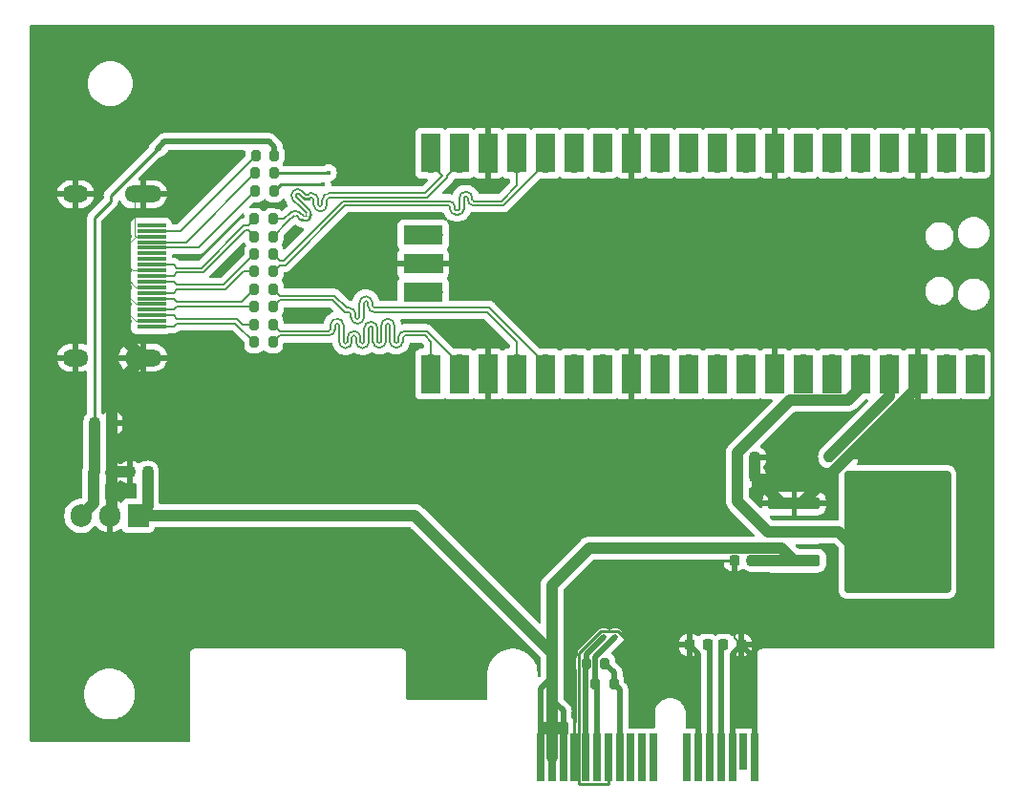
<source format=gtl>
G04 #@! TF.GenerationSoftware,KiCad,Pcbnew,7.0.10-7.0.10~ubuntu22.04.1*
G04 #@! TF.CreationDate,2024-01-14T22:21:32+01:00*
G04 #@! TF.ProjectId,pico-GPU,7069636f-2d47-4505-952e-6b696361645f,rev?*
G04 #@! TF.SameCoordinates,Original*
G04 #@! TF.FileFunction,Copper,L1,Top*
G04 #@! TF.FilePolarity,Positive*
%FSLAX46Y46*%
G04 Gerber Fmt 4.6, Leading zero omitted, Abs format (unit mm)*
G04 Created by KiCad (PCBNEW 7.0.10-7.0.10~ubuntu22.04.1) date 2024-01-14 22:21:32*
%MOMM*%
%LPD*%
G01*
G04 APERTURE LIST*
G04 Aperture macros list*
%AMRoundRect*
0 Rectangle with rounded corners*
0 $1 Rounding radius*
0 $2 $3 $4 $5 $6 $7 $8 $9 X,Y pos of 4 corners*
0 Add a 4 corners polygon primitive as box body*
4,1,4,$2,$3,$4,$5,$6,$7,$8,$9,$2,$3,0*
0 Add four circle primitives for the rounded corners*
1,1,$1+$1,$2,$3*
1,1,$1+$1,$4,$5*
1,1,$1+$1,$6,$7*
1,1,$1+$1,$8,$9*
0 Add four rect primitives between the rounded corners*
20,1,$1+$1,$2,$3,$4,$5,0*
20,1,$1+$1,$4,$5,$6,$7,0*
20,1,$1+$1,$6,$7,$8,$9,0*
20,1,$1+$1,$8,$9,$2,$3,0*%
G04 Aperture macros list end*
G04 #@! TA.AperFunction,ConnectorPad*
%ADD10R,0.700000X4.200000*%
G04 #@! TD*
G04 #@! TA.AperFunction,ConnectorPad*
%ADD11R,0.700000X3.200000*%
G04 #@! TD*
G04 #@! TA.AperFunction,SMDPad,CuDef*
%ADD12RoundRect,0.218750X-0.218750X-0.256250X0.218750X-0.256250X0.218750X0.256250X-0.218750X0.256250X0*%
G04 #@! TD*
G04 #@! TA.AperFunction,SMDPad,CuDef*
%ADD13RoundRect,0.218750X0.218750X0.256250X-0.218750X0.256250X-0.218750X-0.256250X0.218750X-0.256250X0*%
G04 #@! TD*
G04 #@! TA.AperFunction,SMDPad,CuDef*
%ADD14RoundRect,0.225000X0.225000X0.250000X-0.225000X0.250000X-0.225000X-0.250000X0.225000X-0.250000X0*%
G04 #@! TD*
G04 #@! TA.AperFunction,SMDPad,CuDef*
%ADD15RoundRect,0.200000X0.200000X0.275000X-0.200000X0.275000X-0.200000X-0.275000X0.200000X-0.275000X0*%
G04 #@! TD*
G04 #@! TA.AperFunction,SMDPad,CuDef*
%ADD16RoundRect,0.225000X-0.225000X-0.250000X0.225000X-0.250000X0.225000X0.250000X-0.225000X0.250000X0*%
G04 #@! TD*
G04 #@! TA.AperFunction,ComponentPad*
%ADD17R,1.905000X2.000000*%
G04 #@! TD*
G04 #@! TA.AperFunction,ComponentPad*
%ADD18O,1.905000X2.000000*%
G04 #@! TD*
G04 #@! TA.AperFunction,SMDPad,CuDef*
%ADD19R,2.600000X0.300000*%
G04 #@! TD*
G04 #@! TA.AperFunction,ComponentPad*
%ADD20O,3.300000X1.500000*%
G04 #@! TD*
G04 #@! TA.AperFunction,ComponentPad*
%ADD21O,2.300000X1.500000*%
G04 #@! TD*
G04 #@! TA.AperFunction,SMDPad,CuDef*
%ADD22R,3.500000X1.700000*%
G04 #@! TD*
G04 #@! TA.AperFunction,ComponentPad*
%ADD23O,1.700000X1.700000*%
G04 #@! TD*
G04 #@! TA.AperFunction,ComponentPad*
%ADD24R,1.700000X1.700000*%
G04 #@! TD*
G04 #@! TA.AperFunction,SMDPad,CuDef*
%ADD25R,1.700000X3.500000*%
G04 #@! TD*
G04 #@! TA.AperFunction,SMDPad,CuDef*
%ADD26RoundRect,0.250000X-2.050000X-0.300000X2.050000X-0.300000X2.050000X0.300000X-2.050000X0.300000X0*%
G04 #@! TD*
G04 #@! TA.AperFunction,SMDPad,CuDef*
%ADD27RoundRect,0.250000X-2.025000X-2.375000X2.025000X-2.375000X2.025000X2.375000X-2.025000X2.375000X0*%
G04 #@! TD*
G04 #@! TA.AperFunction,SMDPad,CuDef*
%ADD28RoundRect,0.250002X-4.449998X-5.149998X4.449998X-5.149998X4.449998X5.149998X-4.449998X5.149998X0*%
G04 #@! TD*
G04 #@! TA.AperFunction,SMDPad,CuDef*
%ADD29RoundRect,0.200000X-0.200000X-0.275000X0.200000X-0.275000X0.200000X0.275000X-0.200000X0.275000X0*%
G04 #@! TD*
G04 #@! TA.AperFunction,ViaPad*
%ADD30C,0.450000*%
G04 #@! TD*
G04 #@! TA.AperFunction,Conductor*
%ADD31C,0.088900*%
G04 #@! TD*
G04 #@! TA.AperFunction,Conductor*
%ADD32C,0.500000*%
G04 #@! TD*
G04 #@! TA.AperFunction,Conductor*
%ADD33C,0.200000*%
G04 #@! TD*
G04 #@! TA.AperFunction,Conductor*
%ADD34C,1.000000*%
G04 #@! TD*
G04 #@! TA.AperFunction,Conductor*
%ADD35C,0.250000*%
G04 #@! TD*
G04 #@! TA.AperFunction,Conductor*
%ADD36C,0.150000*%
G04 #@! TD*
G04 APERTURE END LIST*
D10*
X129125000Y-190625000D03*
D11*
X128125000Y-190125000D03*
D10*
X127125000Y-190625000D03*
X126125000Y-190625000D03*
X125125000Y-190625000D03*
X124125000Y-190625000D03*
X123125000Y-190625000D03*
X120125000Y-190625000D03*
X119125000Y-190625000D03*
X118125000Y-190625000D03*
X117125000Y-190625000D03*
X116125000Y-190625000D03*
X115125000Y-190625000D03*
X114125000Y-190625000D03*
X113125000Y-190625000D03*
X112125000Y-190625000D03*
X111125000Y-190625000D03*
X110125000Y-190625000D03*
D12*
X126337500Y-180625000D03*
X127912500Y-180625000D03*
D13*
X124912500Y-180625000D03*
X123337500Y-180625000D03*
D14*
X75294999Y-165315000D03*
X73744999Y-165315000D03*
D15*
X116620000Y-184075000D03*
X114970000Y-184075000D03*
X86490000Y-140385000D03*
X84840000Y-140385000D03*
D16*
X70590000Y-160965000D03*
X72140000Y-160965000D03*
D15*
X115810000Y-182275000D03*
X114160000Y-182275000D03*
X86425000Y-150635000D03*
X84775000Y-150635000D03*
X86415000Y-149085000D03*
X84765000Y-149085000D03*
X86415000Y-147535000D03*
X84765000Y-147535000D03*
X86520000Y-137225000D03*
X84870000Y-137225000D03*
D14*
X128859999Y-173110000D03*
X127309999Y-173110000D03*
D16*
X127585000Y-164040000D03*
X129135000Y-164040000D03*
D17*
X74455000Y-169185000D03*
D18*
X71915000Y-169185000D03*
X69375000Y-169185000D03*
D16*
X127575000Y-165710000D03*
X129125000Y-165710000D03*
D15*
X86410000Y-152215000D03*
X84760000Y-152215000D03*
D19*
X75635000Y-152415000D03*
X75635000Y-151915000D03*
X75635000Y-151415000D03*
X75635000Y-150915000D03*
X75635000Y-150415000D03*
X75635000Y-149915000D03*
X75635000Y-149415000D03*
X75635000Y-148915000D03*
X75635000Y-148415000D03*
X75635000Y-147915000D03*
X75635000Y-147415000D03*
X75635000Y-146915000D03*
X75635000Y-146415000D03*
X75635000Y-145915000D03*
X75635000Y-145415000D03*
X75635000Y-144915000D03*
X75635000Y-144415000D03*
X75635000Y-143915000D03*
X75635000Y-143415000D03*
D20*
X74875000Y-155165000D03*
X74875000Y-140665000D03*
D21*
X68915000Y-155165000D03*
X68915000Y-140665000D03*
D15*
X86420000Y-142875000D03*
X84770000Y-142875000D03*
D16*
X70495000Y-165355000D03*
X72045000Y-165355000D03*
D22*
X99715000Y-149360000D03*
D23*
X100615000Y-149360000D03*
D22*
X99715000Y-146820000D03*
D24*
X100615000Y-146820000D03*
D22*
X99715000Y-144280000D03*
D23*
X100615000Y-144280000D03*
D25*
X148645000Y-156610000D03*
D23*
X148645000Y-155710000D03*
D25*
X146105000Y-156610000D03*
D23*
X146105000Y-155710000D03*
D25*
X143565000Y-156610000D03*
D24*
X143565000Y-155710000D03*
D25*
X141025000Y-156610000D03*
D23*
X141025000Y-155710000D03*
D25*
X138485000Y-156610000D03*
D23*
X138485000Y-155710000D03*
D25*
X135945000Y-156610000D03*
D23*
X135945000Y-155710000D03*
D25*
X133405000Y-156610000D03*
D23*
X133405000Y-155710000D03*
D25*
X130865000Y-156610000D03*
D24*
X130865000Y-155710000D03*
D25*
X128325000Y-156610000D03*
D23*
X128325000Y-155710000D03*
D25*
X125785000Y-156610000D03*
D23*
X125785000Y-155710000D03*
D25*
X123245000Y-156610000D03*
D23*
X123245000Y-155710000D03*
D25*
X120705000Y-156610000D03*
D23*
X120705000Y-155710000D03*
D25*
X118165000Y-156610000D03*
D24*
X118165000Y-155710000D03*
D25*
X115625000Y-156610000D03*
D23*
X115625000Y-155710000D03*
D25*
X113085000Y-156610000D03*
D23*
X113085000Y-155710000D03*
D25*
X110545000Y-156610000D03*
D23*
X110545000Y-155710000D03*
D25*
X108005000Y-156610000D03*
D23*
X108005000Y-155710000D03*
D25*
X105465000Y-156610000D03*
D24*
X105465000Y-155710000D03*
D25*
X102925000Y-156610000D03*
D23*
X102925000Y-155710000D03*
D25*
X100385000Y-156610000D03*
D23*
X100385000Y-155710000D03*
D25*
X100385000Y-137030000D03*
D23*
X100385000Y-137930000D03*
D25*
X102925000Y-137030000D03*
D23*
X102925000Y-137930000D03*
D25*
X105465000Y-137030000D03*
D24*
X105465000Y-137930000D03*
D25*
X108005000Y-137030000D03*
D23*
X108005000Y-137930000D03*
D25*
X110545000Y-137030000D03*
D23*
X110545000Y-137930000D03*
D25*
X113085000Y-137030000D03*
D23*
X113085000Y-137930000D03*
D25*
X115625000Y-137030000D03*
D23*
X115625000Y-137930000D03*
D25*
X118165000Y-137030000D03*
D24*
X118165000Y-137930000D03*
D25*
X120705000Y-137030000D03*
D23*
X120705000Y-137930000D03*
D25*
X123245000Y-137030000D03*
D23*
X123245000Y-137930000D03*
D25*
X125785000Y-137030000D03*
D23*
X125785000Y-137930000D03*
D25*
X128325000Y-137030000D03*
D23*
X128325000Y-137930000D03*
D25*
X130865000Y-137030000D03*
D24*
X130865000Y-137930000D03*
D25*
X133405000Y-137030000D03*
D23*
X133405000Y-137930000D03*
D25*
X135945000Y-137030000D03*
D23*
X135945000Y-137930000D03*
D25*
X138485000Y-137030000D03*
D23*
X138485000Y-137930000D03*
D25*
X141025000Y-137030000D03*
D23*
X141025000Y-137930000D03*
D25*
X143565000Y-137030000D03*
D24*
X143565000Y-137930000D03*
D25*
X146105000Y-137030000D03*
D23*
X146105000Y-137930000D03*
D25*
X148645000Y-137030000D03*
D23*
X148645000Y-137930000D03*
D15*
X86405000Y-153795000D03*
X84755000Y-153795000D03*
X86510000Y-138805000D03*
X84860000Y-138805000D03*
X86410000Y-144425000D03*
X84760000Y-144425000D03*
X86420000Y-145965000D03*
X84770000Y-145965000D03*
D26*
X132610000Y-168080000D03*
X132610000Y-170620000D03*
D27*
X139335000Y-167845000D03*
X139335000Y-173395000D03*
D28*
X141760000Y-170620000D03*
D27*
X144185000Y-167845000D03*
X144185000Y-173395000D03*
D26*
X132610000Y-173160000D03*
D29*
X135730000Y-163920000D03*
X137380000Y-163920000D03*
D30*
X128915000Y-178355000D03*
X78637000Y-146373000D03*
X89813000Y-151453000D03*
X117753000Y-180917000D03*
X122575000Y-183625000D03*
X88289000Y-151453000D03*
X86765000Y-141801000D03*
X88289000Y-143833000D03*
X114197000Y-178377000D03*
X84705000Y-141675000D03*
X81177000Y-147897000D03*
X111149000Y-183457000D03*
X111149000Y-185489000D03*
X117125000Y-184981000D03*
X117125000Y-185997000D03*
X115721000Y-179901000D03*
X114125000Y-185489000D03*
X90829000Y-139769000D03*
X114970000Y-181668000D03*
X91337000Y-138753000D03*
X116737000Y-179901000D03*
D31*
X73105000Y-149273900D02*
X73105000Y-149035000D01*
X73105000Y-147773900D02*
X73105000Y-147665000D01*
D32*
X124125000Y-185175000D02*
X122575000Y-183625000D01*
D33*
X127309999Y-173110000D02*
X127309999Y-180022499D01*
D34*
X73105000Y-153395000D02*
X73105000Y-150773900D01*
X72140000Y-160965000D02*
X72140000Y-157900000D01*
D31*
X74140550Y-144309450D02*
X74140550Y-141399450D01*
D32*
X124125000Y-186305000D02*
X124125000Y-185175000D01*
D35*
X113485000Y-181394538D02*
X115503538Y-179376000D01*
D31*
X73105000Y-149035000D02*
X73105000Y-147665000D01*
D35*
X113485000Y-192985000D02*
X113485000Y-181394538D01*
D31*
X74246100Y-148915000D02*
X73105000Y-147773900D01*
D34*
X72140000Y-157900000D02*
X74875000Y-155165000D01*
D32*
X127912500Y-180625000D02*
X129125000Y-181837500D01*
D34*
X133220000Y-168080000D02*
X137380000Y-163920000D01*
D31*
X73105000Y-150773900D02*
X73105000Y-149035000D01*
X75635000Y-151915000D02*
X74246100Y-151915000D01*
D34*
X132610000Y-168080000D02*
X131495000Y-168080000D01*
X129135000Y-164040000D02*
X129135000Y-165700000D01*
D33*
X127309999Y-180022499D02*
X127912500Y-180625000D01*
D32*
X127912500Y-180625000D02*
X127125000Y-181412500D01*
D35*
X115503538Y-179376000D02*
X116954462Y-179376000D01*
D31*
X73105000Y-145556100D02*
X73105000Y-146575000D01*
D35*
X117753000Y-180174538D02*
X117753000Y-180917000D01*
D31*
X75635000Y-150415000D02*
X74246100Y-150415000D01*
D34*
X72140000Y-168960000D02*
X71915000Y-169185000D01*
X143565000Y-157735000D02*
X143565000Y-155710000D01*
X74875000Y-155165000D02*
X73105000Y-153395000D01*
X129135000Y-165700000D02*
X129125000Y-165710000D01*
X72085000Y-165315000D02*
X72045000Y-165355000D01*
D35*
X113125000Y-190625000D02*
X113125000Y-179449000D01*
D31*
X73945000Y-147415000D02*
X75635000Y-147415000D01*
D32*
X124125000Y-186305000D02*
X124125000Y-190625000D01*
D31*
X75635000Y-148915000D02*
X74246100Y-148915000D01*
X74140550Y-141399450D02*
X74875000Y-140665000D01*
X75635000Y-144415000D02*
X74246100Y-144415000D01*
D32*
X129125000Y-181837500D02*
X129125000Y-190625000D01*
X127125000Y-181412500D02*
X127125000Y-190625000D01*
D35*
X116954462Y-179376000D02*
X117753000Y-180174538D01*
D31*
X74246100Y-150415000D02*
X73105000Y-149273900D01*
X74246100Y-144415000D02*
X74140550Y-144309450D01*
D32*
X123337500Y-180625000D02*
X124125000Y-181412500D01*
D34*
X137380000Y-163920000D02*
X143565000Y-157735000D01*
D31*
X73105000Y-146575000D02*
X73945000Y-147415000D01*
X68915000Y-155165000D02*
X68915000Y-140665000D01*
D35*
X116125000Y-190625000D02*
X116125000Y-192975000D01*
X116125000Y-192975000D02*
X116100000Y-193000000D01*
D31*
X74246100Y-144415000D02*
X73105000Y-145556100D01*
D34*
X72140000Y-160965000D02*
X72140000Y-168960000D01*
D35*
X113125000Y-179449000D02*
X114197000Y-178377000D01*
D34*
X132610000Y-168080000D02*
X133220000Y-168080000D01*
D32*
X124125000Y-181412500D02*
X124125000Y-186305000D01*
D34*
X131495000Y-168080000D02*
X129125000Y-165710000D01*
X73744999Y-165315000D02*
X72085000Y-165315000D01*
D31*
X73105000Y-147665000D02*
X73105000Y-146575000D01*
X74246100Y-151915000D02*
X73105000Y-150773900D01*
D35*
X116100000Y-193000000D02*
X113500000Y-193000000D01*
X113500000Y-193000000D02*
X113485000Y-192985000D01*
D32*
X110125000Y-190625000D02*
X110125000Y-184481000D01*
D34*
X114431900Y-172046100D02*
X111149000Y-175329000D01*
X132610000Y-173160000D02*
X131496100Y-172046100D01*
X98992108Y-169185000D02*
X111149000Y-181341892D01*
X111149000Y-186505000D02*
X111125000Y-186529000D01*
X111125000Y-186529000D02*
X111125000Y-190625000D01*
X128909999Y-173160000D02*
X128859999Y-173110000D01*
X75294999Y-168345001D02*
X74455000Y-169185000D01*
X111149000Y-185489000D02*
X111149000Y-186505000D01*
X75294999Y-165315000D02*
X75294999Y-168345001D01*
X111149000Y-181933000D02*
X111149000Y-183457000D01*
X111149000Y-183457000D02*
X111149000Y-185489000D01*
D32*
X110125000Y-184481000D02*
X111149000Y-183457000D01*
D34*
X74455000Y-169185000D02*
X98992108Y-169185000D01*
D32*
X112125000Y-186465000D02*
X111149000Y-185489000D01*
X112125000Y-190625000D02*
X112125000Y-186465000D01*
D34*
X111149000Y-181341892D02*
X111149000Y-181933000D01*
X132610000Y-173160000D02*
X128909999Y-173160000D01*
X111149000Y-175329000D02*
X111149000Y-181933000D01*
X131496100Y-172046100D02*
X114431900Y-172046100D01*
D32*
X116620000Y-184075000D02*
X116620000Y-183085000D01*
X117125000Y-190625000D02*
X117125000Y-185997000D01*
X117125000Y-184580000D02*
X116620000Y-184075000D01*
X116620000Y-183085000D02*
X115810000Y-182275000D01*
X117125000Y-185997000D02*
X117125000Y-184981000D01*
X117125000Y-184981000D02*
X117125000Y-184580000D01*
D34*
X137383900Y-158948900D02*
X138485000Y-157847800D01*
X127575000Y-167885000D02*
X127575000Y-165710000D01*
X136560000Y-170620000D02*
X132610000Y-170620000D01*
X127575000Y-164050000D02*
X127585000Y-164040000D01*
X139335000Y-173395000D02*
X136560000Y-170620000D01*
X127585000Y-164040000D02*
X127585000Y-163565000D01*
X138485000Y-157847800D02*
X138485000Y-155710000D01*
X132201100Y-158948900D02*
X137383900Y-158948900D01*
X127585000Y-163565000D02*
X132201100Y-158948900D01*
X132610000Y-170620000D02*
X130310000Y-170620000D01*
X127575000Y-165710000D02*
X127575000Y-164050000D01*
X130310000Y-170620000D02*
X127575000Y-167885000D01*
D32*
X114125000Y-190625000D02*
X114125000Y-185489000D01*
X114125000Y-182310000D02*
X114160000Y-182275000D01*
X114160000Y-181462000D02*
X115721000Y-179901000D01*
X114125000Y-185489000D02*
X114125000Y-182310000D01*
D35*
X86490000Y-140385000D02*
X87106000Y-139769000D01*
D32*
X114160000Y-182275000D02*
X114160000Y-181462000D01*
D35*
X87106000Y-139769000D02*
X90829000Y-139769000D01*
X86510000Y-138805000D02*
X91285000Y-138805000D01*
D32*
X114970000Y-184075000D02*
X114970000Y-181668000D01*
X115125000Y-184230000D02*
X114970000Y-184075000D01*
X114970000Y-181668000D02*
X116737000Y-179901000D01*
D35*
X91285000Y-138805000D02*
X91337000Y-138753000D01*
D32*
X115125000Y-190625000D02*
X115125000Y-184230000D01*
X124912500Y-180625000D02*
X125125000Y-180837500D01*
X125125000Y-180837500D02*
X125125000Y-190625000D01*
X126125000Y-180837500D02*
X126125000Y-190625000D01*
X126337500Y-180625000D02*
X126125000Y-180837500D01*
D35*
X76179000Y-136639000D02*
X72033000Y-140785000D01*
X72033000Y-141293000D02*
X70590000Y-142736000D01*
D34*
X70495000Y-165355000D02*
X70495000Y-168065000D01*
D32*
X86520000Y-137225000D02*
X86520000Y-136470000D01*
X86520000Y-136470000D02*
X86065000Y-136015000D01*
D35*
X72033000Y-140785000D02*
X72033000Y-141293000D01*
X76281900Y-136536100D02*
X76179000Y-136639000D01*
D34*
X70495000Y-168065000D02*
X69375000Y-169185000D01*
D35*
X70590000Y-142736000D02*
X70590000Y-160965000D01*
D32*
X86065000Y-136015000D02*
X76803000Y-136015000D01*
X76803000Y-136015000D02*
X76179000Y-136639000D01*
D34*
X70590000Y-165260000D02*
X70495000Y-165355000D01*
X70590000Y-160965000D02*
X70590000Y-165260000D01*
D33*
X83075000Y-152115000D02*
X77885001Y-152115000D01*
X77885001Y-152115000D02*
X77585001Y-152415000D01*
X84755000Y-153795000D02*
X83075000Y-152115000D01*
X77585001Y-152415000D02*
X75635000Y-152415000D01*
X83740686Y-152215000D02*
X83240686Y-151715000D01*
X84760000Y-152215000D02*
X83740686Y-152215000D01*
X77585001Y-151415000D02*
X75635000Y-151415000D01*
X77885001Y-151715000D02*
X77585001Y-151415000D01*
X83240686Y-151715000D02*
X77885001Y-151715000D01*
X77585001Y-150915000D02*
X77885001Y-150615000D01*
X75635000Y-150915000D02*
X77585001Y-150915000D01*
X77885001Y-150615000D02*
X79145000Y-150615000D01*
X79145000Y-150615000D02*
X79165000Y-150635000D01*
X79165000Y-150635000D02*
X84775000Y-150635000D01*
X83615000Y-150235000D02*
X84765000Y-149085000D01*
X77585001Y-149915000D02*
X77885001Y-150215000D01*
X77885001Y-150215000D02*
X79298072Y-150215000D01*
X79298072Y-150215000D02*
X79318072Y-150235000D01*
X79318072Y-150235000D02*
X83615000Y-150235000D01*
X75635000Y-149915000D02*
X77585001Y-149915000D01*
X77585001Y-149415000D02*
X75635000Y-149415000D01*
X82185686Y-149115000D02*
X77885001Y-149115000D01*
X84765000Y-147535000D02*
X83765686Y-147535000D01*
X83765686Y-147535000D02*
X82185686Y-149115000D01*
X77885001Y-149115000D02*
X77585001Y-149415000D01*
X82020000Y-148715000D02*
X77885001Y-148715000D01*
X77885001Y-148715000D02*
X77585001Y-148415000D01*
X77585001Y-148415000D02*
X75635000Y-148415000D01*
X84770000Y-145965000D02*
X82020000Y-148715000D01*
X83977844Y-143855000D02*
X84190000Y-143855000D01*
X77885001Y-147615000D02*
X80217844Y-147615000D01*
X75635000Y-147915000D02*
X77585001Y-147915000D01*
X80217844Y-147615000D02*
X83977844Y-143855000D01*
X77585001Y-147915000D02*
X77885001Y-147615000D01*
X84190000Y-143855000D02*
X84760000Y-144425000D01*
X77885001Y-147215000D02*
X80052156Y-147215000D01*
X84190000Y-143455000D02*
X84770000Y-142875000D01*
X75635000Y-146915000D02*
X77585001Y-146915000D01*
X77585001Y-146915000D02*
X77885001Y-147215000D01*
X83812156Y-143455000D02*
X84190000Y-143455000D01*
X80052156Y-147215000D02*
X83812156Y-143455000D01*
D36*
X75635000Y-145415000D02*
X79810000Y-145415000D01*
X79810000Y-145415000D02*
X84840000Y-140385000D01*
X75635000Y-144915000D02*
X78750000Y-144915000D01*
X78750000Y-144915000D02*
X84860000Y-138805000D01*
X75635000Y-143915000D02*
X78180000Y-143915000D01*
X78180000Y-143915000D02*
X84870000Y-137225000D01*
D33*
X86405000Y-153795000D02*
X86997500Y-153202500D01*
X92262000Y-152627500D02*
X92262000Y-153746786D01*
X92262000Y-152258214D02*
X92262000Y-152627500D01*
X94912000Y-153377500D02*
X94912000Y-152502500D01*
X91912000Y-152627500D02*
X91912000Y-152258214D01*
X97912000Y-153719906D02*
X97912000Y-153377500D01*
X86997500Y-153202500D02*
X91337000Y-153202500D01*
X93762000Y-153377500D02*
X93762000Y-153746786D01*
X98875977Y-153202500D02*
X99851814Y-153202500D01*
X100385000Y-153735686D02*
X100385000Y-155710000D01*
X95262000Y-152802500D02*
X95262000Y-153719882D01*
X96412000Y-153202500D02*
X96412000Y-152285118D01*
X96762000Y-152802500D02*
X96762000Y-153719906D01*
X95012000Y-152402500D02*
X95162000Y-152402500D01*
X96762000Y-152285118D02*
X96762000Y-152802500D01*
X95262000Y-152502500D02*
X95262000Y-152802500D01*
X99851814Y-153202500D02*
X100385000Y-153735686D01*
X98087000Y-153202500D02*
X98875977Y-153202500D01*
X94912000Y-153746786D02*
X94912000Y-153377500D01*
X96412000Y-153719882D02*
X96412000Y-153202500D01*
X93412000Y-153746786D02*
X93412000Y-153377500D01*
X94337000Y-154321800D02*
G75*
G03*
X94912000Y-153746786I0J575000D01*
G01*
X93762014Y-153746786D02*
G75*
G03*
X94337000Y-154321786I574986J-14D01*
G01*
X92261986Y-152258214D02*
G75*
G03*
X92087000Y-152083214I-174986J14D01*
G01*
X96761994Y-153719906D02*
G75*
G03*
X97337000Y-154294906I575006J6D01*
G01*
X95837000Y-154294900D02*
G75*
G03*
X96412000Y-153719882I0J575000D01*
G01*
X95012000Y-152402500D02*
G75*
G03*
X94912000Y-152502500I0J-100000D01*
G01*
X93762000Y-153377500D02*
G75*
G03*
X93587000Y-153202500I-175000J0D01*
G01*
X96587000Y-152110100D02*
G75*
G03*
X96412000Y-152285118I0J-175000D01*
G01*
X92837000Y-154321800D02*
G75*
G03*
X93412000Y-153746786I0J575000D01*
G01*
X98087000Y-153202500D02*
G75*
G03*
X97912000Y-153377500I0J-175000D01*
G01*
X93587000Y-153202500D02*
G75*
G03*
X93412000Y-153377500I0J-175000D01*
G01*
X97337000Y-154294900D02*
G75*
G03*
X97912000Y-153719906I0J575000D01*
G01*
X92087000Y-152083200D02*
G75*
G03*
X91912000Y-152258214I0J-175000D01*
G01*
X91337000Y-153202500D02*
G75*
G03*
X91912000Y-152627500I0J575000D01*
G01*
X96761982Y-152285118D02*
G75*
G03*
X96587000Y-152110118I-174982J18D01*
G01*
X92262014Y-153746786D02*
G75*
G03*
X92837000Y-154321786I574986J-14D01*
G01*
X95262018Y-153719882D02*
G75*
G03*
X95837000Y-154294882I574982J-18D01*
G01*
X95262000Y-152502500D02*
G75*
G03*
X95162000Y-152402500I-100000J0D01*
G01*
X94512000Y-153746786D02*
X94512000Y-153377500D01*
X96012000Y-153202500D02*
X96012000Y-152285118D01*
X86997500Y-152802500D02*
X91337000Y-152802500D01*
X96012000Y-153719882D02*
X96012000Y-153202500D01*
X95012000Y-152002500D02*
X95162000Y-152002500D01*
X98875977Y-152802500D02*
X100017500Y-152802500D01*
X97162000Y-152285118D02*
X97162000Y-152802500D01*
X92662000Y-152627500D02*
X92662000Y-153746786D01*
X92662000Y-152258214D02*
X92662000Y-152627500D01*
X94512000Y-153377500D02*
X94512000Y-152502500D01*
X100017500Y-152802500D02*
X102925000Y-155710000D01*
X93012000Y-153746786D02*
X93012000Y-153377500D01*
X86410000Y-152215000D02*
X86997500Y-152802500D01*
X97512000Y-153719906D02*
X97512000Y-153377500D01*
X95662000Y-152802500D02*
X95662000Y-153719882D01*
X97162000Y-152802500D02*
X97162000Y-153719906D01*
X91512000Y-152627500D02*
X91512000Y-152258214D01*
X95662000Y-152502500D02*
X95662000Y-152802500D01*
X94162000Y-153377500D02*
X94162000Y-153746786D01*
X98087000Y-152802500D02*
X98875977Y-152802500D01*
X95837000Y-153894900D02*
G75*
G03*
X96012000Y-153719882I0J175000D01*
G01*
X97161982Y-152285118D02*
G75*
G03*
X96587000Y-151710118I-574982J18D01*
G01*
X95662018Y-153719882D02*
G75*
G03*
X95837000Y-153894882I174982J-18D01*
G01*
X92087000Y-151683200D02*
G75*
G03*
X91512000Y-152258214I0J-575000D01*
G01*
X94162014Y-153746786D02*
G75*
G03*
X94337000Y-153921786I174986J-14D01*
G01*
X94162000Y-153377500D02*
G75*
G03*
X93587000Y-152802500I-575000J0D01*
G01*
X95012000Y-152002500D02*
G75*
G03*
X94512000Y-152502500I0J-500000D01*
G01*
X92837000Y-153921800D02*
G75*
G03*
X93012000Y-153746786I0J175000D01*
G01*
X92662014Y-153746786D02*
G75*
G03*
X92837000Y-153921786I174986J-14D01*
G01*
X96587000Y-151710100D02*
G75*
G03*
X96012000Y-152285118I0J-575000D01*
G01*
X92661986Y-152258214D02*
G75*
G03*
X92087000Y-151683214I-574986J14D01*
G01*
X97161994Y-153719906D02*
G75*
G03*
X97337000Y-153894906I175006J6D01*
G01*
X93587000Y-152802500D02*
G75*
G03*
X93012000Y-153377500I0J-575000D01*
G01*
X98087000Y-152802500D02*
G75*
G03*
X97512000Y-153377500I0J-575000D01*
G01*
X94337000Y-153921800D02*
G75*
G03*
X94512000Y-153746786I0J175000D01*
G01*
X97337000Y-153894900D02*
G75*
G03*
X97512000Y-153719906I0J175000D01*
G01*
X95662000Y-152502500D02*
G75*
G03*
X95162000Y-152002500I-500000J0D01*
G01*
X91337000Y-152802500D02*
G75*
G03*
X91512000Y-152627500I0J175000D01*
G01*
X108005000Y-153735686D02*
X105414314Y-151145000D01*
X94826000Y-150570000D02*
X94826000Y-150297125D01*
X92778156Y-151145000D02*
X91698156Y-150065000D01*
X105414314Y-151145000D02*
X95401000Y-151145000D01*
X93326000Y-151592899D02*
X93326000Y-151320000D01*
X94476000Y-150297125D02*
X94476000Y-150570000D01*
X94476000Y-150570000D02*
X94476000Y-151592899D01*
X93151000Y-151145000D02*
X92778156Y-151145000D01*
X91698156Y-150065000D02*
X86995000Y-150065000D01*
X108005000Y-155710000D02*
X108005000Y-153735686D01*
X86995000Y-150065000D02*
X86425000Y-150635000D01*
X94825975Y-150297125D02*
G75*
G03*
X94651000Y-150122125I-174975J25D01*
G01*
X93326001Y-151592899D02*
G75*
G03*
X93901000Y-152167899I574999J-1D01*
G01*
X93901000Y-152167900D02*
G75*
G03*
X94476000Y-151592899I0J575000D01*
G01*
X94826000Y-150570000D02*
G75*
G03*
X95401000Y-151145000I575000J0D01*
G01*
X94651000Y-150122100D02*
G75*
G03*
X94476000Y-150297125I0J-175000D01*
G01*
X93326000Y-151320000D02*
G75*
G03*
X93151000Y-151145000I-175000J0D01*
G01*
X94076000Y-150570000D02*
X94076000Y-151592899D01*
X105580000Y-150745000D02*
X95401000Y-150745000D01*
X86995000Y-149665000D02*
X86415000Y-149085000D01*
X93151000Y-150745000D02*
X92943844Y-150745000D01*
X91863844Y-149665000D02*
X86995000Y-149665000D01*
X92943844Y-150745000D02*
X91863844Y-149665000D01*
X95226000Y-150570000D02*
X95226000Y-150297125D01*
X93726000Y-151592899D02*
X93726000Y-151320000D01*
X94076000Y-150297125D02*
X94076000Y-150570000D01*
X110545000Y-155710000D02*
X105580000Y-150745000D01*
X93901000Y-151767900D02*
G75*
G03*
X94076000Y-151592899I0J175000D01*
G01*
X95225975Y-150297125D02*
G75*
G03*
X94651000Y-149722125I-574975J25D01*
G01*
X93726001Y-151592899D02*
G75*
G03*
X93901000Y-151767899I174999J-1D01*
G01*
X94651000Y-149722100D02*
G75*
G03*
X94076000Y-150297125I0J-575000D01*
G01*
X93726000Y-151320000D02*
G75*
G03*
X93151000Y-150745000I-575000J0D01*
G01*
X95226000Y-150570000D02*
G75*
G03*
X95401000Y-150745000I175000J0D01*
G01*
X104180000Y-141673900D02*
X104255000Y-141673900D01*
X103680000Y-140973900D02*
X103680000Y-141173900D01*
X102605000Y-142473900D02*
X102830000Y-142473900D01*
X103430000Y-140873900D02*
X103529000Y-140873900D01*
X102105000Y-141773900D02*
X102105000Y-141973900D01*
X87489344Y-146947500D02*
X92762944Y-141673900D01*
X103330000Y-141973900D02*
X103330000Y-141773900D01*
X92762944Y-141673900D02*
X102005000Y-141673900D01*
X104255000Y-141673900D02*
X106801100Y-141673900D01*
X103330000Y-141773900D02*
X103330000Y-140973900D01*
X106801100Y-141673900D02*
X110545000Y-137930000D01*
X103529000Y-140873900D02*
X103580000Y-140873900D01*
X87002500Y-146947500D02*
X87489344Y-146947500D01*
X86415000Y-147535000D02*
X87002500Y-146947500D01*
X102830000Y-142473900D02*
G75*
G03*
X103330000Y-141973900I0J500000D01*
G01*
X103680000Y-141173900D02*
G75*
G03*
X104180000Y-141673900I500000J0D01*
G01*
X102105000Y-141773900D02*
G75*
G03*
X102005000Y-141673900I-100000J0D01*
G01*
X102105000Y-141973900D02*
G75*
G03*
X102605000Y-142473900I500000J0D01*
G01*
X103430000Y-140873900D02*
G75*
G03*
X103330000Y-140973900I0J-100000D01*
G01*
X103680000Y-140973900D02*
G75*
G03*
X103580000Y-140873900I-100000J0D01*
G01*
X92597256Y-141273900D02*
X102005000Y-141273900D01*
X102930000Y-141973900D02*
X102930000Y-141773900D01*
X104080000Y-140973900D02*
X104080000Y-141173900D01*
X103430000Y-140473900D02*
X103529000Y-140473900D01*
X102930000Y-141773900D02*
X102930000Y-140973900D01*
X86420000Y-145965000D02*
X87002500Y-146547500D01*
X106635414Y-141273900D02*
X108005000Y-139904314D01*
X103529000Y-140473900D02*
X103580000Y-140473900D01*
X104255000Y-141273900D02*
X106635414Y-141273900D01*
X87323656Y-146547500D02*
X92597256Y-141273900D01*
X104180000Y-141273900D02*
X104255000Y-141273900D01*
X102505000Y-141773900D02*
X102505000Y-141973900D01*
X102605000Y-142073900D02*
X102830000Y-142073900D01*
X87002500Y-146547500D02*
X87323656Y-146547500D01*
X108005000Y-139904314D02*
X108005000Y-137930000D01*
X102505000Y-141773900D02*
G75*
G03*
X102005000Y-141273900I-500000J0D01*
G01*
X103430000Y-140473900D02*
G75*
G03*
X102930000Y-140973900I0J-500000D01*
G01*
X102505000Y-141973900D02*
G75*
G03*
X102605000Y-142073900I100000J0D01*
G01*
X104080000Y-140973900D02*
G75*
G03*
X103580000Y-140473900I-500000J0D01*
G01*
X104080000Y-141173900D02*
G75*
G03*
X104180000Y-141273900I100000J0D01*
G01*
X102830000Y-142073900D02*
G75*
G03*
X102930000Y-141973900I0J100000D01*
G01*
X88471141Y-140666801D02*
X88684234Y-140635790D01*
X89765014Y-142266524D02*
X89637869Y-142894190D01*
X88684234Y-140635790D02*
X88471141Y-140666802D01*
X89664491Y-141112142D02*
X89036826Y-140985000D01*
X89036827Y-140985000D02*
X89222335Y-141112142D01*
X89452360Y-143021331D02*
X89010206Y-143021331D01*
X100055844Y-140985000D02*
X91831360Y-140985000D01*
X88824697Y-142894189D02*
X88506499Y-142575991D01*
X89010206Y-143021331D02*
X88824697Y-142894189D01*
X89850000Y-140989993D02*
X89850000Y-140985000D01*
X91831360Y-140985000D02*
X91369972Y-140989993D01*
X101855000Y-139185844D02*
X100055844Y-140985000D01*
X89850000Y-140985000D02*
X89222335Y-141112142D01*
X88824697Y-142894189D02*
X89452360Y-143021331D01*
X88718628Y-140666801D02*
X88594888Y-140611829D01*
X102925000Y-137930000D02*
X101855000Y-139000000D01*
X89637869Y-142894189D02*
X89765013Y-142708680D01*
X88471141Y-140914288D02*
X88471141Y-140914287D01*
X91194972Y-141164993D02*
X91194972Y-141610000D01*
X101855000Y-139000000D02*
X101855000Y-139185844D01*
X89222335Y-141112142D02*
X89664491Y-141112142D01*
X90025000Y-141610000D02*
X90025000Y-141164993D01*
X88718628Y-140666801D02*
X89036827Y-140985000D01*
X88259012Y-142575992D02*
X87811450Y-143023553D01*
X87811450Y-143023553D02*
X86410000Y-144425000D01*
X89765013Y-142708680D02*
X89765014Y-142266524D01*
X89637870Y-142081015D02*
X88471141Y-140914288D01*
X88506543Y-142575947D02*
G75*
G03*
X88259012Y-142575992I-123743J-123753D01*
G01*
X89036826Y-140985000D02*
G75*
G03*
X89850000Y-140985000I406587J406586D01*
G01*
X90609986Y-142194972D02*
G75*
G03*
X91194972Y-141610000I14J584972D01*
G01*
X88718643Y-140666786D02*
G75*
G03*
X88471141Y-140666802I-123743J-123714D01*
G01*
X88824697Y-142894189D02*
G75*
G03*
X89637869Y-142894189I406586J406584D01*
G01*
X89637867Y-142894188D02*
G75*
G03*
X89637870Y-142081015I-406567J406588D01*
G01*
X91369972Y-140989972D02*
G75*
G03*
X91194972Y-141164993I28J-175028D01*
G01*
X90025014Y-141610000D02*
G75*
G03*
X90609986Y-142194986I584986J0D01*
G01*
X88471097Y-140666757D02*
G75*
G03*
X88471141Y-140914287I123803J-123743D01*
G01*
X90025007Y-141164993D02*
G75*
G03*
X89850000Y-140989993I-175007J-7D01*
G01*
X90784986Y-141164993D02*
X90784986Y-141610000D01*
X89684314Y-140585000D02*
X89567157Y-140702157D01*
X100385000Y-137930000D02*
X101455000Y-139000000D01*
X89107538Y-142611347D02*
X88789340Y-142293149D01*
X88771662Y-141780493D02*
X88771662Y-141780497D01*
X101455000Y-139020156D02*
X99890156Y-140585000D01*
X89319670Y-140702157D02*
X89001471Y-140383958D01*
X101455000Y-139000000D02*
X101455000Y-139020156D01*
X89850000Y-140580007D02*
X89684314Y-140585000D01*
X88188298Y-140383959D02*
X88188299Y-140383958D01*
X88188299Y-141197130D02*
X88771662Y-141780493D01*
X90434986Y-141610000D02*
X90434986Y-141164993D01*
X99890156Y-140585000D02*
X91831360Y-140585000D01*
X87976167Y-142293150D02*
X87394314Y-142875000D01*
X87394314Y-142875000D02*
X86420000Y-142875000D01*
X88771662Y-141780497D02*
X89355025Y-142363860D01*
X91831360Y-140585000D02*
X91369972Y-140580007D01*
X89107540Y-142611346D02*
X89107538Y-142611347D01*
X89355026Y-142611347D02*
X89355026Y-142611346D01*
X89319669Y-140702157D02*
X89319670Y-140702157D01*
X88188255Y-140383914D02*
G75*
G03*
X88188299Y-141197130I406645J-406586D01*
G01*
X89107541Y-142611345D02*
G75*
G03*
X89355025Y-142611345I123742J123739D01*
G01*
X89355022Y-142611343D02*
G75*
G03*
X89355025Y-142363860I-123722J123743D01*
G01*
X89319670Y-140702156D02*
G75*
G03*
X89567156Y-140702156I123743J123745D01*
G01*
X90435000Y-141610000D02*
G75*
G03*
X90609986Y-141785000I175000J0D01*
G01*
X91369972Y-140579986D02*
G75*
G03*
X90784986Y-141164993I28J-585014D01*
G01*
X90609986Y-141784986D02*
G75*
G03*
X90784986Y-141610000I14J174986D01*
G01*
X90434993Y-141164993D02*
G75*
G03*
X89850000Y-140580007I-584993J-7D01*
G01*
X89001485Y-140383944D02*
G75*
G03*
X88188299Y-140383960I-406585J-406556D01*
G01*
X88789386Y-142293103D02*
G75*
G03*
X87976167Y-142293150I-406586J-406597D01*
G01*
D34*
X135730000Y-163920000D02*
X141025000Y-158625000D01*
X141025000Y-158625000D02*
X141025000Y-155710000D01*
G04 #@! TA.AperFunction,Conductor*
G36*
X112568039Y-187519685D02*
G01*
X112613794Y-187572489D01*
X112625000Y-187624000D01*
X112625000Y-188402000D01*
X112605315Y-188469039D01*
X112552511Y-188514794D01*
X112501000Y-188526000D01*
X109999500Y-188526000D01*
X109932461Y-188506315D01*
X109886706Y-188453511D01*
X109875500Y-188402000D01*
X109875500Y-187624000D01*
X109895185Y-187556961D01*
X109947989Y-187511206D01*
X109999500Y-187500000D01*
X112501000Y-187500000D01*
X112568039Y-187519685D01*
G37*
G04 #@! TD.AperFunction*
G04 #@! TA.AperFunction,Conductor*
G36*
X150307539Y-125655185D02*
G01*
X150353294Y-125707989D01*
X150364500Y-125759500D01*
X150364500Y-180850500D01*
X150344815Y-180917539D01*
X150292011Y-180963294D01*
X150240500Y-180974500D01*
X129816275Y-180974500D01*
X129796879Y-180972973D01*
X129775000Y-180969508D01*
X129774998Y-180969508D01*
X129743481Y-180974500D01*
X129743480Y-180974500D01*
X129649699Y-180989352D01*
X129649698Y-180989352D01*
X129574668Y-181027583D01*
X129536658Y-181046950D01*
X129536657Y-181046951D01*
X129536652Y-181046954D01*
X129446954Y-181136652D01*
X129446951Y-181136657D01*
X129389352Y-181249698D01*
X129389352Y-181249699D01*
X129369508Y-181374996D01*
X129369508Y-181375000D01*
X129371606Y-181388249D01*
X129372973Y-181396876D01*
X129374500Y-181416275D01*
X129374500Y-188029000D01*
X128875000Y-188029000D01*
X128875000Y-188025000D01*
X128727172Y-188025000D01*
X128696570Y-188028290D01*
X128683315Y-188029000D01*
X128622632Y-188029000D01*
X128592067Y-188023485D01*
X128591758Y-188024796D01*
X128584202Y-188023011D01*
X128523654Y-188016500D01*
X128523638Y-188016500D01*
X127726362Y-188016500D01*
X127726345Y-188016500D01*
X127665797Y-188023011D01*
X127658242Y-188024796D01*
X127657932Y-188023485D01*
X127627368Y-188029000D01*
X127566685Y-188029000D01*
X127553430Y-188028290D01*
X127522828Y-188025000D01*
X127375000Y-188025000D01*
X127375000Y-188029000D01*
X126883500Y-188029000D01*
X126883500Y-181603071D01*
X126903185Y-181536032D01*
X126942404Y-181497532D01*
X126979101Y-181474897D01*
X127010387Y-181455600D01*
X127043330Y-181422656D01*
X127104650Y-181389172D01*
X127174342Y-181394156D01*
X127218691Y-181422657D01*
X127244919Y-181448885D01*
X127387922Y-181537091D01*
X127387927Y-181537093D01*
X127547416Y-181589942D01*
X127645856Y-181599999D01*
X127662500Y-181599998D01*
X127662500Y-180875000D01*
X128162500Y-180875000D01*
X128162500Y-181599999D01*
X128179136Y-181599999D01*
X128179152Y-181599998D01*
X128277583Y-181589943D01*
X128437072Y-181537093D01*
X128437077Y-181537091D01*
X128580080Y-181448885D01*
X128698885Y-181330080D01*
X128787091Y-181187077D01*
X128787093Y-181187072D01*
X128839942Y-181027583D01*
X128849999Y-180929150D01*
X128850000Y-180929137D01*
X128850000Y-180875000D01*
X128162500Y-180875000D01*
X127662500Y-180875000D01*
X127662500Y-179650000D01*
X128162500Y-179650000D01*
X128162500Y-180375000D01*
X128849999Y-180375000D01*
X128849999Y-180320864D01*
X128849998Y-180320847D01*
X128839943Y-180222416D01*
X128787093Y-180062927D01*
X128787091Y-180062922D01*
X128698885Y-179919919D01*
X128580080Y-179801114D01*
X128437077Y-179712908D01*
X128437072Y-179712906D01*
X128277583Y-179660057D01*
X128179150Y-179650000D01*
X128162500Y-179650000D01*
X127662500Y-179650000D01*
X127662500Y-179649999D01*
X127645856Y-179650000D01*
X127547415Y-179660057D01*
X127387927Y-179712906D01*
X127387922Y-179712908D01*
X127244921Y-179801112D01*
X127218690Y-179827344D01*
X127157366Y-179860828D01*
X127087675Y-179855842D01*
X127043329Y-179827342D01*
X127010388Y-179794401D01*
X127010387Y-179794400D01*
X126865692Y-179705151D01*
X126704314Y-179651676D01*
X126704311Y-179651675D01*
X126704312Y-179651675D01*
X126604712Y-179641500D01*
X126070296Y-179641500D01*
X126070280Y-179641501D01*
X125970684Y-179651676D01*
X125809310Y-179705150D01*
X125809305Y-179705152D01*
X125690097Y-179778681D01*
X125622704Y-179797121D01*
X125559903Y-179778681D01*
X125440694Y-179705152D01*
X125440689Y-179705150D01*
X125439250Y-179704673D01*
X125279314Y-179651676D01*
X125279311Y-179651675D01*
X125279312Y-179651675D01*
X125179712Y-179641500D01*
X124645296Y-179641500D01*
X124645280Y-179641501D01*
X124545684Y-179651676D01*
X124384310Y-179705150D01*
X124384305Y-179705152D01*
X124239611Y-179794401D01*
X124206669Y-179827343D01*
X124145346Y-179860828D01*
X124075654Y-179855842D01*
X124031308Y-179827342D01*
X124005080Y-179801114D01*
X123862077Y-179712908D01*
X123862072Y-179712906D01*
X123702583Y-179660057D01*
X123604150Y-179650000D01*
X123587500Y-179650000D01*
X123587500Y-181599999D01*
X123604136Y-181599999D01*
X123604152Y-181599998D01*
X123702583Y-181589943D01*
X123862072Y-181537093D01*
X123862077Y-181537091D01*
X124005082Y-181448884D01*
X124031305Y-181422660D01*
X124092627Y-181389173D01*
X124162319Y-181394155D01*
X124206670Y-181422657D01*
X124239613Y-181455600D01*
X124307596Y-181497532D01*
X124354321Y-181549480D01*
X124366500Y-181603071D01*
X124366500Y-188029000D01*
X123875000Y-188029000D01*
X123875000Y-188025000D01*
X123727172Y-188025000D01*
X123696570Y-188028290D01*
X123683315Y-188029000D01*
X123622632Y-188029000D01*
X123592067Y-188023485D01*
X123591758Y-188024796D01*
X123584202Y-188023011D01*
X123523654Y-188016500D01*
X123523638Y-188016500D01*
X123099500Y-188016500D01*
X123032461Y-187996815D01*
X122986706Y-187944011D01*
X122975500Y-187892500D01*
X122975500Y-186563095D01*
X122974751Y-186558606D01*
X122938661Y-186342336D01*
X122865990Y-186130651D01*
X122821396Y-186048248D01*
X122759471Y-185933820D01*
X122759465Y-185933811D01*
X122622005Y-185757203D01*
X122622002Y-185757200D01*
X122622000Y-185757197D01*
X122457337Y-185605614D01*
X122457334Y-185605612D01*
X122269969Y-185483199D01*
X122079869Y-185399815D01*
X122065009Y-185393297D01*
X121848047Y-185338354D01*
X121848039Y-185338352D01*
X121625006Y-185319872D01*
X121624994Y-185319872D01*
X121401960Y-185338352D01*
X121401952Y-185338354D01*
X121184990Y-185393297D01*
X121184988Y-185393298D01*
X120980030Y-185483199D01*
X120792665Y-185605612D01*
X120792661Y-185605615D01*
X120627997Y-185757200D01*
X120627994Y-185757203D01*
X120490534Y-185933811D01*
X120490528Y-185933820D01*
X120384013Y-186130644D01*
X120384008Y-186130654D01*
X120311339Y-186342333D01*
X120291771Y-186459595D01*
X120277771Y-186543496D01*
X120274500Y-186563095D01*
X120274500Y-187892500D01*
X120254815Y-187959539D01*
X120202011Y-188005294D01*
X120150500Y-188016500D01*
X119726345Y-188016500D01*
X119665797Y-188023011D01*
X119658242Y-188024796D01*
X119657932Y-188023485D01*
X119627368Y-188029000D01*
X119622632Y-188029000D01*
X119592067Y-188023485D01*
X119591758Y-188024796D01*
X119584202Y-188023011D01*
X119523654Y-188016500D01*
X119523638Y-188016500D01*
X118726362Y-188016500D01*
X118726345Y-188016500D01*
X118665797Y-188023011D01*
X118658242Y-188024796D01*
X118657932Y-188023485D01*
X118627368Y-188029000D01*
X118622632Y-188029000D01*
X118592067Y-188023485D01*
X118591758Y-188024796D01*
X118584202Y-188023011D01*
X118523654Y-188016500D01*
X118523638Y-188016500D01*
X118007500Y-188016500D01*
X117940461Y-187996815D01*
X117894706Y-187944011D01*
X117883500Y-187892500D01*
X117883500Y-184644294D01*
X117884809Y-184626324D01*
X117885229Y-184623449D01*
X117888341Y-184602211D01*
X117883971Y-184552272D01*
X117883500Y-184541466D01*
X117883500Y-184535824D01*
X117883499Y-184535815D01*
X117879862Y-184504700D01*
X117879495Y-184501108D01*
X117872887Y-184425576D01*
X117871427Y-184418503D01*
X117871473Y-184418493D01*
X117869790Y-184410902D01*
X117869744Y-184410914D01*
X117868079Y-184403893D01*
X117868079Y-184403887D01*
X117842120Y-184332566D01*
X117840981Y-184329290D01*
X117817114Y-184257262D01*
X117817111Y-184257257D01*
X117814061Y-184250715D01*
X117814105Y-184250694D01*
X117810717Y-184243695D01*
X117810674Y-184243717D01*
X117807437Y-184237271D01*
X117794884Y-184218186D01*
X117765717Y-184173840D01*
X117763834Y-184170883D01*
X117724030Y-184106349D01*
X117719553Y-184100687D01*
X117719590Y-184100656D01*
X117714681Y-184094629D01*
X117714645Y-184094660D01*
X117710002Y-184089127D01*
X117654825Y-184037070D01*
X117652238Y-184034557D01*
X117564818Y-183947137D01*
X117531333Y-183885814D01*
X117528499Y-183859456D01*
X117528499Y-183742727D01*
X117522014Y-183671355D01*
X117522011Y-183671344D01*
X117470828Y-183507089D01*
X117412973Y-183411386D01*
X117396382Y-183383941D01*
X117378500Y-183319792D01*
X117378500Y-183149293D01*
X117379809Y-183131323D01*
X117380437Y-183127034D01*
X117383341Y-183107211D01*
X117378971Y-183057273D01*
X117378500Y-183046466D01*
X117378500Y-183040824D01*
X117378499Y-183040815D01*
X117376867Y-183026857D01*
X117374862Y-183009700D01*
X117374495Y-183006108D01*
X117367887Y-182930576D01*
X117366427Y-182923503D01*
X117366473Y-182923493D01*
X117364790Y-182915902D01*
X117364744Y-182915914D01*
X117363079Y-182908893D01*
X117363079Y-182908887D01*
X117337120Y-182837566D01*
X117335981Y-182834290D01*
X117312114Y-182762262D01*
X117312111Y-182762257D01*
X117309061Y-182755715D01*
X117309105Y-182755694D01*
X117305717Y-182748695D01*
X117305674Y-182748717D01*
X117302437Y-182742271D01*
X117298189Y-182735813D01*
X117260717Y-182678840D01*
X117258834Y-182675883D01*
X117219030Y-182611349D01*
X117214553Y-182605687D01*
X117214590Y-182605656D01*
X117209681Y-182599629D01*
X117209645Y-182599660D01*
X117205002Y-182594127D01*
X117149825Y-182542070D01*
X117147238Y-182539557D01*
X116754818Y-182147137D01*
X116721333Y-182085814D01*
X116718499Y-182059456D01*
X116718499Y-181942727D01*
X116712014Y-181871355D01*
X116712011Y-181871344D01*
X116660828Y-181707090D01*
X116660827Y-181707089D01*
X116660827Y-181707087D01*
X116571816Y-181559845D01*
X116571814Y-181559843D01*
X116571813Y-181559841D01*
X116449007Y-181437035D01*
X116415522Y-181375712D01*
X116420506Y-181306020D01*
X116449007Y-181261673D01*
X116818707Y-180891973D01*
X116835680Y-180875000D01*
X122400001Y-180875000D01*
X122400001Y-180929152D01*
X122410056Y-181027583D01*
X122462906Y-181187072D01*
X122462908Y-181187077D01*
X122551114Y-181330080D01*
X122669919Y-181448885D01*
X122812922Y-181537091D01*
X122812927Y-181537093D01*
X122972416Y-181589942D01*
X123070856Y-181599999D01*
X123087500Y-181599998D01*
X123087500Y-180875000D01*
X122400001Y-180875000D01*
X116835680Y-180875000D01*
X117304580Y-180406101D01*
X117329172Y-180375000D01*
X122400000Y-180375000D01*
X123087500Y-180375000D01*
X123087500Y-179649999D01*
X123070856Y-179650000D01*
X122972415Y-179660057D01*
X122812927Y-179712906D01*
X122812922Y-179712908D01*
X122669919Y-179801114D01*
X122551114Y-179919919D01*
X122462908Y-180062922D01*
X122462906Y-180062927D01*
X122410057Y-180222416D01*
X122400000Y-180320849D01*
X122400000Y-180375000D01*
X117329172Y-180375000D01*
X117386967Y-180301906D01*
X117461902Y-180141207D01*
X117497758Y-179967558D01*
X117492601Y-179790321D01*
X117446709Y-179619051D01*
X117362557Y-179462981D01*
X117362556Y-179462979D01*
X117362555Y-179462978D01*
X117244680Y-179330523D01*
X117099436Y-179228823D01*
X117099437Y-179228823D01*
X117099435Y-179228822D01*
X117099430Y-179228820D01*
X117099426Y-179228818D01*
X116934653Y-179163358D01*
X116759204Y-179137658D01*
X116582574Y-179153112D01*
X116414262Y-179208885D01*
X116414251Y-179208890D01*
X116292650Y-179283896D01*
X116225258Y-179302337D01*
X116158594Y-179281415D01*
X116156430Y-179279934D01*
X116083435Y-179228822D01*
X116083430Y-179228820D01*
X116083426Y-179228818D01*
X115918653Y-179163358D01*
X115743204Y-179137658D01*
X115566574Y-179153112D01*
X115398262Y-179208885D01*
X115398255Y-179208888D01*
X115247349Y-179301970D01*
X115247348Y-179301971D01*
X113669122Y-180880195D01*
X113655495Y-180891973D01*
X113635941Y-180906531D01*
X113603713Y-180944938D01*
X113596421Y-180952897D01*
X113592420Y-180956898D01*
X113572983Y-180981479D01*
X113570710Y-180984269D01*
X113521967Y-181042360D01*
X113518001Y-181048391D01*
X113517963Y-181048366D01*
X113513782Y-181054928D01*
X113513821Y-181054952D01*
X113510035Y-181061088D01*
X113497447Y-181088084D01*
X113477967Y-181129855D01*
X113476412Y-181133068D01*
X113442391Y-181200810D01*
X113439923Y-181207593D01*
X113439878Y-181207576D01*
X113437322Y-181214932D01*
X113437366Y-181214947D01*
X113435096Y-181221794D01*
X113419758Y-181296073D01*
X113418978Y-181299589D01*
X113401499Y-181373344D01*
X113400661Y-181380519D01*
X113400613Y-181380513D01*
X113399823Y-181388244D01*
X113399870Y-181388249D01*
X113399240Y-181395438D01*
X113401448Y-181471290D01*
X113401500Y-181474897D01*
X113401500Y-181519792D01*
X113383617Y-181583942D01*
X113309173Y-181707086D01*
X113257986Y-181871354D01*
X113251500Y-181942737D01*
X113251500Y-182607272D01*
X113257985Y-182678645D01*
X113257988Y-182678655D01*
X113309171Y-182842909D01*
X113309172Y-182842911D01*
X113309173Y-182842913D01*
X113348617Y-182908161D01*
X113366500Y-182972310D01*
X113366500Y-187463523D01*
X113346815Y-187530562D01*
X113294011Y-187576317D01*
X113224853Y-187586261D01*
X113161297Y-187557236D01*
X113123523Y-187498458D01*
X113121334Y-187489883D01*
X113115558Y-187463332D01*
X113115557Y-187463329D01*
X113115556Y-187463324D01*
X113080893Y-187359179D01*
X113080890Y-187359173D01*
X113001871Y-187236218D01*
X113001865Y-187236211D01*
X112956122Y-187183420D01*
X112956118Y-187183417D01*
X112956116Y-187183414D01*
X112926295Y-187157573D01*
X112888523Y-187098797D01*
X112883500Y-187063863D01*
X112883500Y-186529293D01*
X112884809Y-186511322D01*
X112888341Y-186487211D01*
X112885851Y-186458755D01*
X112883972Y-186437273D01*
X112883500Y-186426465D01*
X112883500Y-186420824D01*
X112883500Y-186420820D01*
X112879854Y-186389636D01*
X112879494Y-186386104D01*
X112872888Y-186310577D01*
X112871427Y-186303504D01*
X112871475Y-186303493D01*
X112869794Y-186295909D01*
X112869746Y-186295921D01*
X112868079Y-186288893D01*
X112868079Y-186288887D01*
X112842147Y-186217640D01*
X112840964Y-186214235D01*
X112817115Y-186142265D01*
X112817114Y-186142261D01*
X112817110Y-186142255D01*
X112814060Y-186135712D01*
X112814104Y-186135691D01*
X112810720Y-186128700D01*
X112810676Y-186128723D01*
X112807437Y-186122275D01*
X112807435Y-186122268D01*
X112765760Y-186058906D01*
X112763825Y-186055868D01*
X112747898Y-186030046D01*
X112724029Y-185991348D01*
X112724028Y-185991347D01*
X112724027Y-185991345D01*
X112719551Y-185985685D01*
X112719589Y-185985654D01*
X112714681Y-185979629D01*
X112714645Y-185979660D01*
X112710002Y-185974127D01*
X112654825Y-185922070D01*
X112652238Y-185919557D01*
X112193819Y-185461138D01*
X112160334Y-185399815D01*
X112157500Y-185373457D01*
X112157500Y-181397541D01*
X112158097Y-181385387D01*
X112158184Y-181384501D01*
X112162381Y-181341892D01*
X112158097Y-181298396D01*
X112157500Y-181286242D01*
X112157500Y-175798096D01*
X112177185Y-175731057D01*
X112193819Y-175710415D01*
X114544234Y-173360000D01*
X126360000Y-173360000D01*
X126360000Y-173408322D01*
X126370143Y-173507607D01*
X126423451Y-173668481D01*
X126423456Y-173668492D01*
X126512423Y-173812728D01*
X126512426Y-173812732D01*
X126632266Y-173932572D01*
X126632270Y-173932575D01*
X126776506Y-174021542D01*
X126776517Y-174021547D01*
X126937392Y-174074855D01*
X127036682Y-174084999D01*
X127059999Y-174084998D01*
X127059999Y-173360000D01*
X126360000Y-173360000D01*
X114544234Y-173360000D01*
X114813315Y-173090919D01*
X114874638Y-173057434D01*
X114900996Y-173054600D01*
X127435999Y-173054600D01*
X127503038Y-173074285D01*
X127548793Y-173127089D01*
X127559999Y-173178600D01*
X127559999Y-174084999D01*
X127583307Y-174084999D01*
X127583321Y-174084998D01*
X127682606Y-174074855D01*
X127843480Y-174021547D01*
X127843491Y-174021542D01*
X127987727Y-173932575D01*
X127987731Y-173932572D01*
X127991308Y-173928996D01*
X128052631Y-173895511D01*
X128122323Y-173900495D01*
X128166670Y-173928996D01*
X128176958Y-173939284D01*
X128176962Y-173939287D01*
X128322889Y-174029297D01*
X128322892Y-174029298D01*
X128322898Y-174029302D01*
X128485663Y-174083236D01*
X128485668Y-174083236D01*
X128488924Y-174083934D01*
X128516522Y-174094034D01*
X128516573Y-174093912D01*
X128519503Y-174095125D01*
X128521424Y-174095828D01*
X128522195Y-174096241D01*
X128579863Y-174113734D01*
X128712299Y-174153909D01*
X128909999Y-174173380D01*
X128950489Y-174169392D01*
X128953488Y-174169097D01*
X128965641Y-174168500D01*
X130266701Y-174168500D01*
X130305703Y-174174793D01*
X130405574Y-174207887D01*
X130509455Y-174218500D01*
X134710544Y-174218499D01*
X134814426Y-174207887D01*
X134982738Y-174152115D01*
X135133652Y-174059030D01*
X135259030Y-173933652D01*
X135352115Y-173782738D01*
X135407887Y-173614426D01*
X135418500Y-173510545D01*
X135418499Y-172809456D01*
X135407887Y-172705574D01*
X135352115Y-172537262D01*
X135259030Y-172386348D01*
X135133652Y-172260970D01*
X134982738Y-172167885D01*
X134982735Y-172167884D01*
X134814427Y-172112113D01*
X134710552Y-172101500D01*
X134710545Y-172101500D01*
X133029097Y-172101500D01*
X132962058Y-172081815D01*
X132941416Y-172065181D01*
X132766415Y-171890180D01*
X132732930Y-171828857D01*
X132737914Y-171759165D01*
X132779786Y-171703232D01*
X132845250Y-171678815D01*
X132854096Y-171678499D01*
X134710537Y-171678499D01*
X134710544Y-171678499D01*
X134814426Y-171667887D01*
X134914296Y-171634793D01*
X134953299Y-171628500D01*
X136090904Y-171628500D01*
X136157943Y-171648185D01*
X136178585Y-171664819D01*
X136515181Y-172001415D01*
X136548666Y-172062738D01*
X136551500Y-172089096D01*
X136551500Y-175820549D01*
X136558801Y-175892003D01*
X136558801Y-175892005D01*
X136562113Y-175924426D01*
X136562113Y-175924428D01*
X136617884Y-176092735D01*
X136617885Y-176092738D01*
X136710970Y-176243652D01*
X136836348Y-176369030D01*
X136987262Y-176462115D01*
X137155574Y-176517887D01*
X137241387Y-176526654D01*
X137248700Y-176528500D01*
X137253137Y-176528500D01*
X137265740Y-176529142D01*
X137285002Y-176531109D01*
X137286995Y-176530150D01*
X137307157Y-176528500D01*
X146260540Y-176528500D01*
X146260544Y-176528500D01*
X146354796Y-176518870D01*
X146354796Y-176518874D01*
X146354810Y-176518868D01*
X146364426Y-176517887D01*
X146532738Y-176462115D01*
X146683652Y-176369030D01*
X146809030Y-176243652D01*
X146902115Y-176092738D01*
X146957887Y-175924426D01*
X146968500Y-175820545D01*
X146968500Y-173408872D01*
X146968500Y-165419456D01*
X146957887Y-165315575D01*
X146954533Y-165305453D01*
X146905441Y-165157299D01*
X146902117Y-165147266D01*
X146902113Y-165147259D01*
X146809030Y-164996348D01*
X146683652Y-164870970D01*
X146532738Y-164777885D01*
X146462784Y-164754705D01*
X146364427Y-164722113D01*
X146260552Y-164711500D01*
X146260545Y-164711500D01*
X146260544Y-164711500D01*
X138305588Y-164711500D01*
X138238549Y-164691815D01*
X138192794Y-164639011D01*
X138182850Y-164569853D01*
X138199471Y-164523350D01*
X138223019Y-164484396D01*
X138273590Y-164322106D01*
X138280000Y-164251572D01*
X138280000Y-164170000D01*
X137254000Y-164170000D01*
X137186961Y-164150315D01*
X137141206Y-164097511D01*
X137130000Y-164046000D01*
X137130000Y-163997595D01*
X137149685Y-163930556D01*
X137166319Y-163909914D01*
X137369914Y-163706319D01*
X137431237Y-163672834D01*
X137457595Y-163670000D01*
X138279999Y-163670000D01*
X138279999Y-163588417D01*
X138273591Y-163517897D01*
X138273590Y-163517892D01*
X138223018Y-163355603D01*
X138135072Y-163210122D01*
X138088272Y-163163322D01*
X138054787Y-163101999D01*
X138059771Y-163032307D01*
X138088270Y-162987962D01*
X141698780Y-159377452D01*
X141707776Y-159369299D01*
X141741568Y-159341568D01*
X141867595Y-159188004D01*
X141961241Y-159012804D01*
X141969200Y-158986565D01*
X141980627Y-158948900D01*
X141992080Y-158911142D01*
X142030376Y-158852702D01*
X142067403Y-158830955D01*
X142121204Y-158810889D01*
X142227782Y-158731105D01*
X142293244Y-158706689D01*
X142361517Y-158721540D01*
X142376402Y-158731106D01*
X142472911Y-158803353D01*
X142472913Y-158803354D01*
X142607620Y-158853596D01*
X142607627Y-158853598D01*
X142667155Y-158859999D01*
X142667172Y-158860000D01*
X143315000Y-158860000D01*
X143315000Y-156156494D01*
X143419839Y-156204373D01*
X143528527Y-156220000D01*
X143601473Y-156220000D01*
X143710161Y-156204373D01*
X143815000Y-156156494D01*
X143815000Y-158860000D01*
X144462828Y-158860000D01*
X144462844Y-158859999D01*
X144522372Y-158853598D01*
X144522379Y-158853596D01*
X144657086Y-158803354D01*
X144657089Y-158803352D01*
X144753596Y-158731107D01*
X144819060Y-158706689D01*
X144887334Y-158721540D01*
X144902216Y-158731104D01*
X145008796Y-158810889D01*
X145120101Y-158852404D01*
X145140463Y-158859999D01*
X145145799Y-158861989D01*
X145173050Y-158864918D01*
X145206345Y-158868499D01*
X145206362Y-158868500D01*
X147003638Y-158868500D01*
X147003654Y-158868499D01*
X147030692Y-158865591D01*
X147064201Y-158861989D01*
X147069537Y-158859999D01*
X147147411Y-158830953D01*
X147201204Y-158810889D01*
X147201204Y-158810888D01*
X147201206Y-158810888D01*
X147201207Y-158810887D01*
X147300689Y-158736415D01*
X147366153Y-158711997D01*
X147434426Y-158726848D01*
X147449311Y-158736415D01*
X147548792Y-158810887D01*
X147548793Y-158810888D01*
X147680464Y-158859999D01*
X147685799Y-158861989D01*
X147713050Y-158864918D01*
X147746345Y-158868499D01*
X147746362Y-158868500D01*
X149543638Y-158868500D01*
X149543654Y-158868499D01*
X149570692Y-158865591D01*
X149604201Y-158861989D01*
X149609537Y-158859999D01*
X149629899Y-158852404D01*
X149741204Y-158810889D01*
X149858261Y-158723261D01*
X149945889Y-158606204D01*
X149996989Y-158469201D01*
X150000591Y-158435692D01*
X150003499Y-158408654D01*
X150003500Y-158408637D01*
X150003500Y-155771311D01*
X150003924Y-155761070D01*
X150008156Y-155710004D01*
X150008156Y-155709995D01*
X150003924Y-155658928D01*
X150003500Y-155648687D01*
X150003500Y-154811362D01*
X150003499Y-154811345D01*
X149999270Y-154772014D01*
X149996989Y-154750799D01*
X149990024Y-154732126D01*
X149965867Y-154667358D01*
X149945889Y-154613796D01*
X149858261Y-154496739D01*
X149741204Y-154409111D01*
X149731887Y-154405636D01*
X149604203Y-154358011D01*
X149543654Y-154351500D01*
X149543638Y-154351500D01*
X147746362Y-154351500D01*
X147746345Y-154351500D01*
X147685797Y-154358011D01*
X147685795Y-154358011D01*
X147548795Y-154409111D01*
X147449311Y-154483585D01*
X147383846Y-154508002D01*
X147315573Y-154493150D01*
X147300689Y-154483585D01*
X147201204Y-154409111D01*
X147064203Y-154358011D01*
X147003654Y-154351500D01*
X147003638Y-154351500D01*
X145206362Y-154351500D01*
X145206345Y-154351500D01*
X145145797Y-154358011D01*
X145145795Y-154358011D01*
X145008793Y-154409111D01*
X145008793Y-154409112D01*
X144902218Y-154488893D01*
X144836754Y-154513310D01*
X144768481Y-154498458D01*
X144753597Y-154488893D01*
X144657088Y-154416646D01*
X144657086Y-154416645D01*
X144522379Y-154366403D01*
X144522372Y-154366401D01*
X144462844Y-154360000D01*
X143815000Y-154360000D01*
X143815000Y-155263505D01*
X143710161Y-155215627D01*
X143601473Y-155200000D01*
X143528527Y-155200000D01*
X143419839Y-155215627D01*
X143315000Y-155263505D01*
X143315000Y-154360000D01*
X142667155Y-154360000D01*
X142607627Y-154366401D01*
X142607620Y-154366403D01*
X142472913Y-154416645D01*
X142472910Y-154416647D01*
X142376402Y-154488893D01*
X142310937Y-154513310D01*
X142242664Y-154498458D01*
X142227780Y-154488893D01*
X142121204Y-154409111D01*
X141984203Y-154358011D01*
X141923654Y-154351500D01*
X141923638Y-154351500D01*
X140126362Y-154351500D01*
X140126345Y-154351500D01*
X140065797Y-154358011D01*
X140065795Y-154358011D01*
X139928795Y-154409111D01*
X139829311Y-154483585D01*
X139763846Y-154508002D01*
X139695573Y-154493150D01*
X139680689Y-154483585D01*
X139581204Y-154409111D01*
X139444203Y-154358011D01*
X139383654Y-154351500D01*
X139383638Y-154351500D01*
X137586362Y-154351500D01*
X137586345Y-154351500D01*
X137525797Y-154358011D01*
X137525795Y-154358011D01*
X137388795Y-154409111D01*
X137289311Y-154483585D01*
X137223846Y-154508002D01*
X137155573Y-154493150D01*
X137140689Y-154483585D01*
X137041204Y-154409111D01*
X136904203Y-154358011D01*
X136843654Y-154351500D01*
X136843638Y-154351500D01*
X135046362Y-154351500D01*
X135046345Y-154351500D01*
X134985797Y-154358011D01*
X134985795Y-154358011D01*
X134848795Y-154409111D01*
X134749311Y-154483585D01*
X134683846Y-154508002D01*
X134615573Y-154493150D01*
X134600689Y-154483585D01*
X134501204Y-154409111D01*
X134364203Y-154358011D01*
X134303654Y-154351500D01*
X134303638Y-154351500D01*
X132506362Y-154351500D01*
X132506345Y-154351500D01*
X132445797Y-154358011D01*
X132445795Y-154358011D01*
X132308793Y-154409111D01*
X132308793Y-154409112D01*
X132202218Y-154488893D01*
X132136754Y-154513310D01*
X132068481Y-154498458D01*
X132053597Y-154488893D01*
X131957088Y-154416646D01*
X131957086Y-154416645D01*
X131822379Y-154366403D01*
X131822372Y-154366401D01*
X131762844Y-154360000D01*
X131115000Y-154360000D01*
X131115000Y-155263505D01*
X131010161Y-155215627D01*
X130901473Y-155200000D01*
X130828527Y-155200000D01*
X130719839Y-155215627D01*
X130615000Y-155263505D01*
X130615000Y-154360000D01*
X129967155Y-154360000D01*
X129907627Y-154366401D01*
X129907620Y-154366403D01*
X129772913Y-154416645D01*
X129772910Y-154416647D01*
X129676402Y-154488893D01*
X129610937Y-154513310D01*
X129542664Y-154498458D01*
X129527780Y-154488893D01*
X129421204Y-154409111D01*
X129284203Y-154358011D01*
X129223654Y-154351500D01*
X129223638Y-154351500D01*
X127426362Y-154351500D01*
X127426345Y-154351500D01*
X127365797Y-154358011D01*
X127365795Y-154358011D01*
X127228795Y-154409111D01*
X127129311Y-154483585D01*
X127063846Y-154508002D01*
X126995573Y-154493150D01*
X126980689Y-154483585D01*
X126881204Y-154409111D01*
X126744203Y-154358011D01*
X126683654Y-154351500D01*
X126683638Y-154351500D01*
X124886362Y-154351500D01*
X124886345Y-154351500D01*
X124825797Y-154358011D01*
X124825795Y-154358011D01*
X124688795Y-154409111D01*
X124589311Y-154483585D01*
X124523846Y-154508002D01*
X124455573Y-154493150D01*
X124440689Y-154483585D01*
X124341204Y-154409111D01*
X124204203Y-154358011D01*
X124143654Y-154351500D01*
X124143638Y-154351500D01*
X122346362Y-154351500D01*
X122346345Y-154351500D01*
X122285797Y-154358011D01*
X122285795Y-154358011D01*
X122148795Y-154409111D01*
X122049311Y-154483585D01*
X121983846Y-154508002D01*
X121915573Y-154493150D01*
X121900689Y-154483585D01*
X121801204Y-154409111D01*
X121664203Y-154358011D01*
X121603654Y-154351500D01*
X121603638Y-154351500D01*
X119806362Y-154351500D01*
X119806345Y-154351500D01*
X119745797Y-154358011D01*
X119745795Y-154358011D01*
X119608793Y-154409111D01*
X119608793Y-154409112D01*
X119502218Y-154488893D01*
X119436754Y-154513310D01*
X119368481Y-154498458D01*
X119353597Y-154488893D01*
X119257088Y-154416646D01*
X119257086Y-154416645D01*
X119122379Y-154366403D01*
X119122372Y-154366401D01*
X119062844Y-154360000D01*
X118415000Y-154360000D01*
X118415000Y-155263505D01*
X118310161Y-155215627D01*
X118201473Y-155200000D01*
X118128527Y-155200000D01*
X118019839Y-155215627D01*
X117915000Y-155263505D01*
X117915000Y-154360000D01*
X117267155Y-154360000D01*
X117207627Y-154366401D01*
X117207620Y-154366403D01*
X117072913Y-154416645D01*
X117072910Y-154416647D01*
X116976402Y-154488893D01*
X116910937Y-154513310D01*
X116842664Y-154498458D01*
X116827780Y-154488893D01*
X116721204Y-154409111D01*
X116584203Y-154358011D01*
X116523654Y-154351500D01*
X116523638Y-154351500D01*
X114726362Y-154351500D01*
X114726345Y-154351500D01*
X114665797Y-154358011D01*
X114665795Y-154358011D01*
X114528795Y-154409111D01*
X114429311Y-154483585D01*
X114363846Y-154508002D01*
X114295573Y-154493150D01*
X114280689Y-154483585D01*
X114181204Y-154409111D01*
X114044203Y-154358011D01*
X113983654Y-154351500D01*
X113983638Y-154351500D01*
X112186362Y-154351500D01*
X112186345Y-154351500D01*
X112125797Y-154358011D01*
X112125795Y-154358011D01*
X111988795Y-154409111D01*
X111889311Y-154483585D01*
X111823846Y-154508002D01*
X111755573Y-154493150D01*
X111740689Y-154483585D01*
X111641204Y-154409111D01*
X111504203Y-154358011D01*
X111443654Y-154351500D01*
X111443638Y-154351500D01*
X110098411Y-154351500D01*
X110031372Y-154331815D01*
X110010730Y-154315181D01*
X106044224Y-150348675D01*
X106033530Y-150336482D01*
X106028345Y-150329725D01*
X106013987Y-150311013D01*
X106013985Y-150311011D01*
X106013984Y-150311010D01*
X105990052Y-150292647D01*
X105982074Y-150286525D01*
X105982072Y-150286523D01*
X105923456Y-150241545D01*
X105886877Y-150213476D01*
X105886873Y-150213474D01*
X105738851Y-150152161D01*
X105721711Y-150149905D01*
X105719456Y-150149608D01*
X105719455Y-150149607D01*
X105615878Y-150135972D01*
X105615846Y-150135969D01*
X105580001Y-150131250D01*
X105579999Y-150131250D01*
X105548180Y-150135439D01*
X105531995Y-150136500D01*
X102097500Y-150136500D01*
X102030461Y-150116815D01*
X101984706Y-150064011D01*
X101973500Y-150012500D01*
X101973500Y-149421311D01*
X101973924Y-149411070D01*
X101978156Y-149360004D01*
X101978156Y-149359995D01*
X101973924Y-149308928D01*
X101973500Y-149298687D01*
X101973500Y-149245000D01*
X144221693Y-149245000D01*
X144221884Y-149247185D01*
X144223316Y-149263559D01*
X144223662Y-149279921D01*
X144222684Y-149301687D01*
X144222685Y-149301690D01*
X144233494Y-149381491D01*
X144234144Y-149387327D01*
X144240885Y-149464371D01*
X144240885Y-149464372D01*
X144246601Y-149485705D01*
X144249702Y-149501142D01*
X144250748Y-149508856D01*
X144253094Y-149526174D01*
X144253096Y-149526183D01*
X144276911Y-149599480D01*
X144278754Y-149605702D01*
X144297877Y-149677065D01*
X144297881Y-149677078D01*
X144308675Y-149700227D01*
X144314221Y-149714307D01*
X144317550Y-149724551D01*
X144323097Y-149741621D01*
X144342474Y-149777629D01*
X144357980Y-149806445D01*
X144361167Y-149812798D01*
X144390942Y-149876651D01*
X144407580Y-149900413D01*
X144415194Y-149912768D01*
X144430444Y-149941106D01*
X144430445Y-149941108D01*
X144474192Y-149995964D01*
X144478819Y-150002152D01*
X144486065Y-150012500D01*
X144517251Y-150057038D01*
X144517253Y-150057040D01*
X144540199Y-150079986D01*
X144549465Y-150090354D01*
X144568033Y-150113638D01*
X144571686Y-150118218D01*
X144589986Y-150134206D01*
X144621935Y-150162119D01*
X144628033Y-150167820D01*
X144672955Y-150212743D01*
X144672958Y-150212745D01*
X144672962Y-150212749D01*
X144702390Y-150233354D01*
X144712837Y-150241537D01*
X144742282Y-150267263D01*
X144796607Y-150299720D01*
X144804123Y-150304589D01*
X144846876Y-150334526D01*
X144853346Y-150339056D01*
X144889042Y-150355701D01*
X144900217Y-150361625D01*
X144936750Y-150383453D01*
X144942402Y-150385574D01*
X144992762Y-150404474D01*
X145001598Y-150408186D01*
X145052924Y-150432120D01*
X145094300Y-150443206D01*
X145105763Y-150446884D01*
X145110554Y-150448682D01*
X145148839Y-150463051D01*
X145204309Y-150473117D01*
X145214231Y-150475342D01*
X145265629Y-150489115D01*
X145311745Y-150493149D01*
X145323069Y-150494668D01*
X145357056Y-150500836D01*
X145371732Y-150503500D01*
X145371733Y-150503500D01*
X145424642Y-150503500D01*
X145435449Y-150503972D01*
X145484998Y-150508307D01*
X145484999Y-150508307D01*
X145484999Y-150508306D01*
X145485000Y-150508307D01*
X145535701Y-150503871D01*
X145540927Y-150503526D01*
X145541504Y-150503500D01*
X145541522Y-150503500D01*
X145595424Y-150498648D01*
X145596391Y-150498561D01*
X145596398Y-150498648D01*
X145596698Y-150498534D01*
X145704371Y-150489115D01*
X145704371Y-150489114D01*
X145706336Y-150488943D01*
X145708703Y-150488628D01*
X145710613Y-150488281D01*
X145710622Y-150488281D01*
X145814956Y-150459485D01*
X145815704Y-150459282D01*
X145917076Y-150432120D01*
X145917087Y-150432114D01*
X145921693Y-150430438D01*
X145927339Y-150428634D01*
X145928986Y-150428015D01*
X145928993Y-150428014D01*
X146023340Y-150382577D01*
X146024638Y-150381962D01*
X146116654Y-150339056D01*
X146116664Y-150339048D01*
X146121350Y-150336345D01*
X146121421Y-150336468D01*
X146132206Y-150330152D01*
X146133093Y-150329725D01*
X146158852Y-150311010D01*
X146214986Y-150270226D01*
X146216688Y-150269010D01*
X146297038Y-150212749D01*
X146297951Y-150211835D01*
X146312752Y-150199193D01*
X146316363Y-150196571D01*
X146383966Y-150125862D01*
X146385869Y-150123917D01*
X146419171Y-150090616D01*
X146452749Y-150057038D01*
X146455476Y-150053142D01*
X146467428Y-150038568D01*
X146472912Y-150032834D01*
X146524911Y-149954056D01*
X146526750Y-149951352D01*
X146579056Y-149876654D01*
X146582538Y-149869185D01*
X146591436Y-149853276D01*
X146597710Y-149843772D01*
X146609697Y-149815726D01*
X146633439Y-149760177D01*
X146635067Y-149756534D01*
X146640664Y-149744532D01*
X146672120Y-149677076D01*
X146675145Y-149665782D01*
X146680896Y-149649147D01*
X146686743Y-149635470D01*
X146699141Y-149581145D01*
X146706199Y-149550223D01*
X146707305Y-149545760D01*
X146707509Y-149545000D01*
X147101673Y-149545000D01*
X147102106Y-149550223D01*
X147108766Y-149630616D01*
X147109077Y-149635591D01*
X147112856Y-149724543D01*
X147112857Y-149724553D01*
X147117163Y-149744532D01*
X147119522Y-149760415D01*
X147120947Y-149777617D01*
X147120949Y-149777629D01*
X147142871Y-149864198D01*
X147143882Y-149868511D01*
X147145636Y-149876651D01*
X147162329Y-149954103D01*
X147163371Y-149958935D01*
X147169707Y-149974703D01*
X147174855Y-149990497D01*
X147178250Y-150003905D01*
X147215505Y-150088838D01*
X147217007Y-150092413D01*
X147252767Y-150181404D01*
X147253080Y-150181912D01*
X147259876Y-150192949D01*
X147267843Y-150208155D01*
X147272015Y-150217668D01*
X147272016Y-150217669D01*
X147317001Y-150286525D01*
X147324626Y-150298195D01*
X147326363Y-150300933D01*
X147378476Y-150385569D01*
X147378478Y-150385572D01*
X147378480Y-150385574D01*
X147385158Y-150393161D01*
X147395886Y-150407267D01*
X147399686Y-150413083D01*
X147467202Y-150486424D01*
X147468942Y-150488357D01*
X147506807Y-150531380D01*
X147536883Y-150565553D01*
X147542070Y-150569741D01*
X147555406Y-150582239D01*
X147557780Y-150584818D01*
X147639162Y-150648160D01*
X147640781Y-150649445D01*
X147723415Y-150716169D01*
X147723421Y-150716173D01*
X147723424Y-150716175D01*
X147723759Y-150716362D01*
X147726240Y-150717748D01*
X147741935Y-150728152D01*
X147741983Y-150728190D01*
X147778314Y-150747851D01*
X147835605Y-150778855D01*
X147837062Y-150779656D01*
X147932744Y-150833107D01*
X147935140Y-150834190D01*
X147942477Y-150837448D01*
X147942575Y-150837226D01*
X147947263Y-150839281D01*
X147947273Y-150839287D01*
X148051432Y-150875045D01*
X148052043Y-150875258D01*
X148158806Y-150912980D01*
X148158811Y-150912981D01*
X148160366Y-150913386D01*
X148166471Y-150914680D01*
X148168040Y-150915077D01*
X148168049Y-150915080D01*
X148280002Y-150933761D01*
X148280296Y-150933811D01*
X148331886Y-150942657D01*
X148395111Y-150953499D01*
X148395119Y-150953500D01*
X148631707Y-150953500D01*
X148631712Y-150953500D01*
X148686018Y-150944437D01*
X148695912Y-150943194D01*
X148753887Y-150938260D01*
X148753888Y-150938259D01*
X148753898Y-150938259D01*
X148803611Y-150925313D01*
X148814393Y-150923015D01*
X148861951Y-150915080D01*
X148917278Y-150896085D01*
X148926278Y-150893374D01*
X148985924Y-150877844D01*
X149029603Y-150858099D01*
X149040388Y-150853821D01*
X149082727Y-150839287D01*
X149137189Y-150809812D01*
X149145087Y-150805897D01*
X149204402Y-150779086D01*
X149241268Y-150754167D01*
X149251676Y-150747855D01*
X149288017Y-150728190D01*
X149339592Y-150688046D01*
X149346295Y-150683182D01*
X149403044Y-150644827D01*
X149403043Y-150644827D01*
X149403047Y-150644825D01*
X149432701Y-150616402D01*
X149442306Y-150608099D01*
X149472220Y-150584818D01*
X149518811Y-150534205D01*
X149524191Y-150528717D01*
X149576144Y-150478925D01*
X149598515Y-150448676D01*
X149606971Y-150438439D01*
X149630314Y-150413083D01*
X149669801Y-150352640D01*
X149673895Y-150346755D01*
X149718715Y-150286157D01*
X149734109Y-150255622D01*
X149741013Y-150243642D01*
X149757984Y-150217669D01*
X149788367Y-150148400D01*
X149791158Y-150142471D01*
X149826657Y-150072067D01*
X149835661Y-150042662D01*
X149840669Y-150029165D01*
X149851749Y-150003907D01*
X149871155Y-149927268D01*
X149872786Y-149921433D01*
X149896864Y-149842815D01*
X149900333Y-149815717D01*
X149903120Y-149801043D01*
X149909051Y-149777626D01*
X149915862Y-149695422D01*
X149916442Y-149689922D01*
X149927318Y-149604995D01*
X149926304Y-149581131D01*
X149926615Y-149565651D01*
X149928327Y-149545000D01*
X149921232Y-149459389D01*
X149920922Y-149454426D01*
X149919989Y-149432467D01*
X149918379Y-149394553D01*
X149917144Y-149365460D01*
X149917143Y-149365457D01*
X149917143Y-149365449D01*
X149912834Y-149345459D01*
X149910477Y-149329589D01*
X149909051Y-149312374D01*
X149887125Y-149225790D01*
X149886113Y-149221472D01*
X149885424Y-149218276D01*
X149866630Y-149131068D01*
X149860291Y-149115294D01*
X149855146Y-149099509D01*
X149851749Y-149086093D01*
X149814484Y-149001138D01*
X149813009Y-148997630D01*
X149777233Y-148908596D01*
X149770123Y-148897049D01*
X149762158Y-148881848D01*
X149757984Y-148872331D01*
X149705345Y-148791761D01*
X149703631Y-148789058D01*
X149651524Y-148704431D01*
X149651518Y-148704424D01*
X149651515Y-148704420D01*
X149644839Y-148696834D01*
X149634118Y-148682739D01*
X149630315Y-148676919D01*
X149630314Y-148676917D01*
X149630311Y-148676914D01*
X149630307Y-148676908D01*
X149578665Y-148620812D01*
X149562836Y-148603617D01*
X149561060Y-148601645D01*
X149493119Y-148524449D01*
X149493117Y-148524447D01*
X149493114Y-148524444D01*
X149487929Y-148520258D01*
X149474597Y-148507765D01*
X149472220Y-148505182D01*
X149457767Y-148493933D01*
X149390928Y-148441909D01*
X149389192Y-148440533D01*
X149369392Y-148424546D01*
X149306576Y-148373825D01*
X149306570Y-148373822D01*
X149306567Y-148373819D01*
X149303750Y-148372245D01*
X149288070Y-148361851D01*
X149288020Y-148361812D01*
X149288013Y-148361807D01*
X149194393Y-148311143D01*
X149192937Y-148310342D01*
X149097265Y-148256897D01*
X149094999Y-148255873D01*
X149087519Y-148252551D01*
X149087422Y-148252773D01*
X149082725Y-148250712D01*
X148982669Y-148216362D01*
X148978753Y-148215017D01*
X148977735Y-148214663D01*
X148871196Y-148177020D01*
X148869654Y-148176619D01*
X148863574Y-148175330D01*
X148861967Y-148174923D01*
X148861952Y-148174920D01*
X148861951Y-148174920D01*
X148790502Y-148162996D01*
X148750001Y-148156238D01*
X148749456Y-148156145D01*
X148634891Y-148136500D01*
X148634881Y-148136500D01*
X148631712Y-148136500D01*
X148398288Y-148136500D01*
X148343988Y-148145560D01*
X148334098Y-148146804D01*
X148276101Y-148151741D01*
X148276097Y-148151741D01*
X148226414Y-148164678D01*
X148215581Y-148166988D01*
X148168049Y-148174920D01*
X148112737Y-148193907D01*
X148103728Y-148196622D01*
X148061202Y-148207696D01*
X148044076Y-148212156D01*
X148044073Y-148212157D01*
X148044070Y-148212158D01*
X148000408Y-148231894D01*
X147989600Y-148236181D01*
X147947274Y-148250712D01*
X147892827Y-148280176D01*
X147884892Y-148284110D01*
X147825597Y-148310914D01*
X147825594Y-148310916D01*
X147788733Y-148335829D01*
X147778318Y-148342146D01*
X147741978Y-148361812D01*
X147690419Y-148401942D01*
X147683697Y-148406822D01*
X147626951Y-148445176D01*
X147626948Y-148445179D01*
X147597311Y-148473583D01*
X147587680Y-148481908D01*
X147557781Y-148505181D01*
X147557780Y-148505182D01*
X147511210Y-148555768D01*
X147505785Y-148561303D01*
X147453857Y-148611073D01*
X147431479Y-148641328D01*
X147423020Y-148651568D01*
X147399684Y-148676918D01*
X147399681Y-148676922D01*
X147360207Y-148737342D01*
X147356095Y-148743254D01*
X147311287Y-148803839D01*
X147311286Y-148803840D01*
X147295892Y-148834372D01*
X147288982Y-148846361D01*
X147272015Y-148872332D01*
X147241646Y-148941567D01*
X147238813Y-148947580D01*
X147203342Y-149017933D01*
X147203341Y-149017934D01*
X147194334Y-149047344D01*
X147189329Y-149060834D01*
X147178249Y-149086094D01*
X147178249Y-149086095D01*
X147158843Y-149162727D01*
X147157203Y-149168593D01*
X147133138Y-149247177D01*
X147133135Y-149247190D01*
X147129666Y-149274277D01*
X147126877Y-149288960D01*
X147120950Y-149312367D01*
X147120948Y-149312379D01*
X147114138Y-149394553D01*
X147113558Y-149400060D01*
X147102682Y-149485003D01*
X147102681Y-149485005D01*
X147103694Y-149508856D01*
X147103383Y-149524349D01*
X147101673Y-149544995D01*
X147101673Y-149545000D01*
X146707509Y-149545000D01*
X146729115Y-149464371D01*
X146730436Y-149449259D01*
X146733073Y-149432479D01*
X146737151Y-149414615D01*
X146740920Y-149330686D01*
X146741260Y-149325539D01*
X146748307Y-149245000D01*
X146746683Y-149226447D01*
X146746337Y-149210078D01*
X146747315Y-149188309D01*
X146736501Y-149108488D01*
X146735853Y-149102661D01*
X146735576Y-149099497D01*
X146729115Y-149025629D01*
X146726349Y-149015307D01*
X146723398Y-149004291D01*
X146720295Y-148988846D01*
X146719640Y-148984011D01*
X146716906Y-148963825D01*
X146693081Y-148890502D01*
X146691245Y-148884300D01*
X146690586Y-148881842D01*
X146683267Y-148854525D01*
X146672123Y-148812933D01*
X146672119Y-148812923D01*
X146671318Y-148811204D01*
X146661323Y-148789769D01*
X146655774Y-148775682D01*
X146652303Y-148765000D01*
X146646903Y-148748379D01*
X146646900Y-148748375D01*
X146646899Y-148748370D01*
X146612010Y-148683536D01*
X146608834Y-148677208D01*
X146579056Y-148613347D01*
X146579055Y-148613346D01*
X146579054Y-148613343D01*
X146579053Y-148613342D01*
X146562421Y-148589590D01*
X146554801Y-148577224D01*
X146539555Y-148548892D01*
X146495799Y-148494023D01*
X146491171Y-148487834D01*
X146452750Y-148432963D01*
X146452746Y-148432959D01*
X146429791Y-148410004D01*
X146420532Y-148399643D01*
X146398312Y-148371780D01*
X146348063Y-148327878D01*
X146341967Y-148322179D01*
X146297040Y-148277252D01*
X146267614Y-148256648D01*
X146257160Y-148248460D01*
X146227718Y-148222737D01*
X146217036Y-148216355D01*
X146210012Y-148212158D01*
X146173401Y-148190284D01*
X146165889Y-148185418D01*
X146116656Y-148150945D01*
X146080972Y-148134305D01*
X146069780Y-148128372D01*
X146035797Y-148108069D01*
X146033250Y-148106547D01*
X145977227Y-148085521D01*
X145968412Y-148081818D01*
X145917076Y-148057880D01*
X145917072Y-148057878D01*
X145917065Y-148057876D01*
X145875704Y-148046793D01*
X145864231Y-148043113D01*
X145821159Y-148026948D01*
X145765703Y-148016884D01*
X145755754Y-148014652D01*
X145704372Y-148000885D01*
X145658258Y-147996850D01*
X145646928Y-147995330D01*
X145598267Y-147986500D01*
X145598266Y-147986500D01*
X145545358Y-147986500D01*
X145534551Y-147986028D01*
X145485002Y-147981693D01*
X145484997Y-147981693D01*
X145434334Y-147986125D01*
X145429114Y-147986471D01*
X145428490Y-147986499D01*
X145428479Y-147986500D01*
X145428478Y-147986500D01*
X145416635Y-147987565D01*
X145373628Y-147991436D01*
X145373322Y-147991463D01*
X145263746Y-148001049D01*
X145261212Y-148001386D01*
X145259371Y-148001720D01*
X145155218Y-148030465D01*
X145154325Y-148030708D01*
X145052916Y-148057882D01*
X145048251Y-148059579D01*
X145042655Y-148061366D01*
X145041010Y-148061984D01*
X144946682Y-148107409D01*
X144945288Y-148108069D01*
X144853353Y-148150940D01*
X144848658Y-148153651D01*
X144848587Y-148153529D01*
X144837824Y-148159833D01*
X144836908Y-148160274D01*
X144836903Y-148160276D01*
X144754977Y-148219798D01*
X144753219Y-148221052D01*
X144672960Y-148277252D01*
X144672027Y-148278185D01*
X144657264Y-148290793D01*
X144653641Y-148293425D01*
X144653630Y-148293435D01*
X144586054Y-148364112D01*
X144584112Y-148366098D01*
X144517252Y-148432959D01*
X144517246Y-148432967D01*
X144514506Y-148436880D01*
X144502581Y-148451419D01*
X144497089Y-148457163D01*
X144497082Y-148457172D01*
X144445108Y-148535909D01*
X144443203Y-148538711D01*
X144392536Y-148611073D01*
X144390942Y-148613350D01*
X144390941Y-148613352D01*
X144387462Y-148620812D01*
X144378576Y-148636702D01*
X144372292Y-148646222D01*
X144372291Y-148646223D01*
X144336566Y-148729807D01*
X144334927Y-148733476D01*
X144297880Y-148812922D01*
X144297880Y-148812923D01*
X144294852Y-148824222D01*
X144289102Y-148840854D01*
X144283259Y-148854525D01*
X144283256Y-148854533D01*
X144263807Y-148939747D01*
X144262691Y-148944247D01*
X144240886Y-149025623D01*
X144240884Y-149025631D01*
X144239563Y-149040736D01*
X144236928Y-149057510D01*
X144232849Y-149075386D01*
X144229080Y-149159274D01*
X144228733Y-149164513D01*
X144221693Y-149244995D01*
X144221693Y-149245000D01*
X101973500Y-149245000D01*
X101973500Y-148461362D01*
X101973499Y-148461345D01*
X101970157Y-148430270D01*
X101966989Y-148400799D01*
X101957049Y-148374150D01*
X101942756Y-148335829D01*
X101915889Y-148263796D01*
X101836105Y-148157218D01*
X101811689Y-148091754D01*
X101826541Y-148023481D01*
X101836107Y-148008596D01*
X101908352Y-147912089D01*
X101908354Y-147912086D01*
X101958596Y-147777379D01*
X101958598Y-147777372D01*
X101964999Y-147717844D01*
X101965000Y-147717827D01*
X101965000Y-147070000D01*
X101060572Y-147070000D01*
X101083682Y-147034040D01*
X101125000Y-146893327D01*
X101125000Y-146746673D01*
X101083682Y-146605960D01*
X101060572Y-146570000D01*
X101965000Y-146570000D01*
X101965000Y-145922172D01*
X101964999Y-145922155D01*
X101958598Y-145862627D01*
X101958596Y-145862620D01*
X101908354Y-145727913D01*
X101908353Y-145727911D01*
X101836106Y-145631402D01*
X101811689Y-145565938D01*
X101826540Y-145497665D01*
X101836099Y-145482789D01*
X101915889Y-145376204D01*
X101966989Y-145239201D01*
X101970865Y-145203148D01*
X101973499Y-145178654D01*
X101973500Y-145178637D01*
X101973500Y-144394996D01*
X144221693Y-144394996D01*
X144223316Y-144413559D01*
X144223662Y-144429921D01*
X144222684Y-144451687D01*
X144222685Y-144451690D01*
X144233494Y-144531491D01*
X144234144Y-144537327D01*
X144240885Y-144614371D01*
X144240885Y-144614372D01*
X144246601Y-144635705D01*
X144249702Y-144651142D01*
X144253094Y-144676174D01*
X144253096Y-144676183D01*
X144276911Y-144749480D01*
X144278754Y-144755702D01*
X144294857Y-144815794D01*
X144297880Y-144827076D01*
X144301015Y-144833800D01*
X144308675Y-144850227D01*
X144314221Y-144864307D01*
X144323095Y-144891615D01*
X144323097Y-144891621D01*
X144332105Y-144908360D01*
X144357980Y-144956445D01*
X144361167Y-144962798D01*
X144390942Y-145026651D01*
X144407580Y-145050413D01*
X144415194Y-145062768D01*
X144430444Y-145091106D01*
X144430445Y-145091108D01*
X144474192Y-145145964D01*
X144478819Y-145152152D01*
X144517251Y-145207038D01*
X144517253Y-145207040D01*
X144540199Y-145229986D01*
X144549465Y-145240354D01*
X144557858Y-145250879D01*
X144571686Y-145268218D01*
X144583100Y-145278190D01*
X144621935Y-145312119D01*
X144628033Y-145317820D01*
X144672955Y-145362743D01*
X144672958Y-145362745D01*
X144672962Y-145362749D01*
X144702390Y-145383354D01*
X144712837Y-145391537D01*
X144742282Y-145417263D01*
X144796607Y-145449720D01*
X144804123Y-145454589D01*
X144852207Y-145488259D01*
X144853346Y-145489056D01*
X144889042Y-145505701D01*
X144900217Y-145511625D01*
X144936750Y-145533453D01*
X144992762Y-145554474D01*
X145001598Y-145558186D01*
X145052924Y-145582120D01*
X145094300Y-145593206D01*
X145105763Y-145596884D01*
X145136700Y-145608495D01*
X145148839Y-145613051D01*
X145204309Y-145623117D01*
X145214231Y-145625342D01*
X145265629Y-145639115D01*
X145311745Y-145643149D01*
X145323069Y-145644668D01*
X145357056Y-145650836D01*
X145371732Y-145653500D01*
X145371733Y-145653500D01*
X145424642Y-145653500D01*
X145435449Y-145653972D01*
X145484998Y-145658307D01*
X145484999Y-145658307D01*
X145484999Y-145658306D01*
X145485000Y-145658307D01*
X145535701Y-145653871D01*
X145540927Y-145653526D01*
X145541504Y-145653500D01*
X145541522Y-145653500D01*
X145595424Y-145648648D01*
X145596391Y-145648561D01*
X145596398Y-145648648D01*
X145596698Y-145648534D01*
X145704371Y-145639115D01*
X145704371Y-145639114D01*
X145706336Y-145638943D01*
X145708703Y-145638628D01*
X145710613Y-145638281D01*
X145710622Y-145638281D01*
X145814956Y-145609485D01*
X145815704Y-145609282D01*
X145917076Y-145582120D01*
X145917087Y-145582114D01*
X145921693Y-145580438D01*
X145927339Y-145578634D01*
X145928986Y-145578015D01*
X145928993Y-145578014D01*
X146023340Y-145532577D01*
X146024638Y-145531962D01*
X146116654Y-145489056D01*
X146116664Y-145489048D01*
X146121350Y-145486345D01*
X146121421Y-145486468D01*
X146132206Y-145480152D01*
X146133093Y-145479725D01*
X146155582Y-145463386D01*
X146214986Y-145420226D01*
X146216688Y-145419010D01*
X146297038Y-145362749D01*
X146297951Y-145361835D01*
X146312752Y-145349193D01*
X146316363Y-145346571D01*
X146383966Y-145275862D01*
X146385869Y-145273917D01*
X146452746Y-145207041D01*
X146452746Y-145207040D01*
X146452749Y-145207038D01*
X146455476Y-145203142D01*
X146467428Y-145188568D01*
X146472912Y-145182834D01*
X146524911Y-145104056D01*
X146526750Y-145101352D01*
X146579056Y-145026654D01*
X146582538Y-145019185D01*
X146591436Y-145003276D01*
X146597710Y-144993772D01*
X146610829Y-144963077D01*
X146633439Y-144910177D01*
X146635067Y-144906534D01*
X146672120Y-144827076D01*
X146675145Y-144815782D01*
X146680896Y-144799147D01*
X146686743Y-144785470D01*
X146706199Y-144700223D01*
X146707305Y-144695760D01*
X146729115Y-144614371D01*
X146730436Y-144599259D01*
X146733073Y-144582479D01*
X146737151Y-144564615D01*
X146740920Y-144480686D01*
X146741260Y-144475539D01*
X146748307Y-144395000D01*
X146746683Y-144376447D01*
X146746337Y-144360078D01*
X146746417Y-144358295D01*
X146747315Y-144338309D01*
X146736501Y-144258488D01*
X146735853Y-144252661D01*
X146734979Y-144242672D01*
X146729115Y-144175629D01*
X146726943Y-144167523D01*
X146723398Y-144154291D01*
X146720295Y-144138846D01*
X146716906Y-144113825D01*
X146710789Y-144095000D01*
X147101673Y-144095000D01*
X147103233Y-144113825D01*
X147108766Y-144180616D01*
X147109077Y-144185591D01*
X147112856Y-144274543D01*
X147112857Y-144274553D01*
X147117163Y-144294532D01*
X147119522Y-144310415D01*
X147120947Y-144327617D01*
X147120949Y-144327629D01*
X147142871Y-144414198D01*
X147143882Y-144418511D01*
X147159140Y-144489307D01*
X147163371Y-144508935D01*
X147169707Y-144524703D01*
X147174855Y-144540497D01*
X147178250Y-144553905D01*
X147215505Y-144638838D01*
X147217007Y-144642413D01*
X147220518Y-144651150D01*
X147252767Y-144731404D01*
X147259876Y-144742949D01*
X147267843Y-144758155D01*
X147272015Y-144767668D01*
X147272016Y-144767669D01*
X147316756Y-144836150D01*
X147324626Y-144848195D01*
X147326363Y-144850933D01*
X147378476Y-144935569D01*
X147383500Y-144941278D01*
X147385158Y-144943161D01*
X147395886Y-144957267D01*
X147399686Y-144963083D01*
X147467202Y-145036424D01*
X147468942Y-145038357D01*
X147535203Y-145113644D01*
X147536883Y-145115553D01*
X147542070Y-145119741D01*
X147555406Y-145132239D01*
X147557780Y-145134818D01*
X147639162Y-145198160D01*
X147640781Y-145199445D01*
X147723415Y-145266169D01*
X147723421Y-145266173D01*
X147723424Y-145266175D01*
X147725651Y-145267419D01*
X147726240Y-145267748D01*
X147741935Y-145278152D01*
X147741983Y-145278190D01*
X147741987Y-145278192D01*
X147835605Y-145328855D01*
X147837062Y-145329656D01*
X147896290Y-145362743D01*
X147932744Y-145383107D01*
X147935140Y-145384190D01*
X147942477Y-145387448D01*
X147942575Y-145387226D01*
X147947263Y-145389281D01*
X147947273Y-145389287D01*
X148051432Y-145425045D01*
X148052043Y-145425258D01*
X148158806Y-145462980D01*
X148158811Y-145462981D01*
X148160366Y-145463386D01*
X148166471Y-145464680D01*
X148168040Y-145465077D01*
X148168049Y-145465080D01*
X148280002Y-145483761D01*
X148280296Y-145483811D01*
X148331886Y-145492657D01*
X148395111Y-145503499D01*
X148395119Y-145503500D01*
X148631707Y-145503500D01*
X148631712Y-145503500D01*
X148686018Y-145494437D01*
X148695912Y-145493194D01*
X148753887Y-145488260D01*
X148753888Y-145488259D01*
X148753898Y-145488259D01*
X148803611Y-145475313D01*
X148814393Y-145473015D01*
X148861951Y-145465080D01*
X148917278Y-145446085D01*
X148926278Y-145443374D01*
X148985924Y-145427844D01*
X149029603Y-145408099D01*
X149040388Y-145403821D01*
X149082727Y-145389287D01*
X149137189Y-145359812D01*
X149145087Y-145355897D01*
X149204402Y-145329086D01*
X149241268Y-145304167D01*
X149251676Y-145297855D01*
X149288017Y-145278190D01*
X149339592Y-145238046D01*
X149346295Y-145233182D01*
X149385516Y-145206674D01*
X149403047Y-145194825D01*
X149432701Y-145166402D01*
X149442306Y-145158099D01*
X149472220Y-145134818D01*
X149518811Y-145084205D01*
X149524191Y-145078717D01*
X149576144Y-145028925D01*
X149598515Y-144998676D01*
X149606971Y-144988439D01*
X149630314Y-144963083D01*
X149669801Y-144902640D01*
X149673895Y-144896755D01*
X149718715Y-144836157D01*
X149734109Y-144805622D01*
X149741013Y-144793642D01*
X149757984Y-144767669D01*
X149788367Y-144698400D01*
X149791158Y-144692471D01*
X149826657Y-144622067D01*
X149835661Y-144592662D01*
X149840669Y-144579165D01*
X149851749Y-144553907D01*
X149871155Y-144477268D01*
X149872786Y-144471433D01*
X149896864Y-144392815D01*
X149900333Y-144365717D01*
X149903120Y-144351043D01*
X149909051Y-144327626D01*
X149915862Y-144245422D01*
X149916442Y-144239922D01*
X149917850Y-144228928D01*
X149927318Y-144154995D01*
X149926304Y-144131131D01*
X149926615Y-144115651D01*
X149928327Y-144095000D01*
X149928080Y-144092021D01*
X149923557Y-144037438D01*
X149921232Y-144009389D01*
X149920922Y-144004426D01*
X149917144Y-143915460D01*
X149917143Y-143915457D01*
X149917143Y-143915449D01*
X149912834Y-143895459D01*
X149910477Y-143879589D01*
X149909051Y-143862374D01*
X149887125Y-143775790D01*
X149886113Y-143771472D01*
X149884361Y-143763343D01*
X149866630Y-143681068D01*
X149860291Y-143665294D01*
X149855146Y-143649509D01*
X149851749Y-143636093D01*
X149814484Y-143551138D01*
X149813009Y-143547630D01*
X149777233Y-143458596D01*
X149770123Y-143447049D01*
X149762158Y-143431848D01*
X149757984Y-143422331D01*
X149705345Y-143341761D01*
X149703631Y-143339058D01*
X149651524Y-143254431D01*
X149651518Y-143254424D01*
X149651515Y-143254420D01*
X149644839Y-143246834D01*
X149634118Y-143232739D01*
X149630315Y-143226919D01*
X149630314Y-143226917D01*
X149630311Y-143226914D01*
X149630307Y-143226908D01*
X149587692Y-143180618D01*
X149562836Y-143153617D01*
X149561060Y-143151645D01*
X149493119Y-143074449D01*
X149493117Y-143074447D01*
X149493114Y-143074444D01*
X149487929Y-143070258D01*
X149474597Y-143057765D01*
X149472220Y-143055182D01*
X149428320Y-143021013D01*
X149390928Y-142991909D01*
X149389192Y-142990533D01*
X149353958Y-142962084D01*
X149306576Y-142923825D01*
X149306570Y-142923822D01*
X149306567Y-142923819D01*
X149303750Y-142922245D01*
X149288070Y-142911851D01*
X149288020Y-142911812D01*
X149288013Y-142911807D01*
X149194393Y-142861143D01*
X149192937Y-142860342D01*
X149097265Y-142806897D01*
X149094999Y-142805873D01*
X149087519Y-142802551D01*
X149087422Y-142802773D01*
X149082725Y-142800712D01*
X148978780Y-142765027D01*
X148977735Y-142764663D01*
X148976413Y-142764196D01*
X148954632Y-142756500D01*
X148871196Y-142727020D01*
X148869654Y-142726619D01*
X148863574Y-142725330D01*
X148861967Y-142724923D01*
X148861952Y-142724920D01*
X148861951Y-142724920D01*
X148790502Y-142712996D01*
X148750001Y-142706238D01*
X148749456Y-142706145D01*
X148634891Y-142686500D01*
X148634881Y-142686500D01*
X148631712Y-142686500D01*
X148398288Y-142686500D01*
X148343988Y-142695560D01*
X148334098Y-142696804D01*
X148276101Y-142701741D01*
X148276097Y-142701741D01*
X148226414Y-142714678D01*
X148215581Y-142716988D01*
X148168049Y-142724920D01*
X148112737Y-142743907D01*
X148103728Y-142746622D01*
X148065797Y-142756500D01*
X148044076Y-142762156D01*
X148044073Y-142762157D01*
X148044070Y-142762158D01*
X148000408Y-142781894D01*
X147989600Y-142786181D01*
X147947274Y-142800712D01*
X147892827Y-142830176D01*
X147884892Y-142834110D01*
X147825597Y-142860914D01*
X147825594Y-142860916D01*
X147788733Y-142885829D01*
X147778318Y-142892146D01*
X147741978Y-142911812D01*
X147690419Y-142951942D01*
X147683697Y-142956822D01*
X147626951Y-142995176D01*
X147626948Y-142995179D01*
X147597311Y-143023583D01*
X147587680Y-143031908D01*
X147557781Y-143055181D01*
X147557780Y-143055182D01*
X147511210Y-143105768D01*
X147505785Y-143111303D01*
X147453857Y-143161073D01*
X147431479Y-143191328D01*
X147423020Y-143201568D01*
X147399684Y-143226918D01*
X147399681Y-143226922D01*
X147360207Y-143287342D01*
X147356095Y-143293254D01*
X147311287Y-143353839D01*
X147311286Y-143353840D01*
X147295892Y-143384372D01*
X147288982Y-143396361D01*
X147272015Y-143422332D01*
X147256110Y-143458593D01*
X147244248Y-143485636D01*
X147241646Y-143491567D01*
X147238813Y-143497580D01*
X147203342Y-143567933D01*
X147203341Y-143567934D01*
X147194334Y-143597344D01*
X147189329Y-143610834D01*
X147178249Y-143636094D01*
X147178249Y-143636095D01*
X147158843Y-143712727D01*
X147157203Y-143718593D01*
X147133138Y-143797177D01*
X147133135Y-143797190D01*
X147129666Y-143824277D01*
X147126877Y-143838960D01*
X147120950Y-143862367D01*
X147120948Y-143862379D01*
X147114138Y-143944553D01*
X147113558Y-143950060D01*
X147102682Y-144035003D01*
X147102681Y-144035005D01*
X147103694Y-144058856D01*
X147103383Y-144074349D01*
X147101735Y-144094247D01*
X147101673Y-144095000D01*
X146710789Y-144095000D01*
X146693081Y-144040502D01*
X146691245Y-144034300D01*
X146672123Y-143962933D01*
X146672119Y-143962923D01*
X146672117Y-143962917D01*
X146661323Y-143939769D01*
X146655774Y-143925682D01*
X146652449Y-143915449D01*
X146646903Y-143898379D01*
X146646900Y-143898375D01*
X146646899Y-143898370D01*
X146612010Y-143833536D01*
X146608834Y-143827208D01*
X146579056Y-143763347D01*
X146579055Y-143763346D01*
X146579054Y-143763343D01*
X146579053Y-143763342D01*
X146562421Y-143739590D01*
X146554801Y-143727224D01*
X146539555Y-143698892D01*
X146495799Y-143644023D01*
X146491171Y-143637834D01*
X146452750Y-143582963D01*
X146442461Y-143572674D01*
X146429791Y-143560004D01*
X146420532Y-143549643D01*
X146420325Y-143549383D01*
X146398314Y-143521782D01*
X146398312Y-143521780D01*
X146348063Y-143477878D01*
X146341967Y-143472179D01*
X146297040Y-143427252D01*
X146267614Y-143406648D01*
X146257160Y-143398460D01*
X146227718Y-143372737D01*
X146225562Y-143371449D01*
X146196088Y-143353839D01*
X146173401Y-143340284D01*
X146165889Y-143335418D01*
X146116656Y-143300945D01*
X146080972Y-143284305D01*
X146069780Y-143278372D01*
X146035797Y-143258069D01*
X146033250Y-143256547D01*
X145977227Y-143235521D01*
X145968412Y-143231818D01*
X145917076Y-143207880D01*
X145917072Y-143207878D01*
X145917065Y-143207876D01*
X145875704Y-143196793D01*
X145864231Y-143193113D01*
X145821159Y-143176948D01*
X145765703Y-143166884D01*
X145755754Y-143164652D01*
X145704372Y-143150885D01*
X145658258Y-143146850D01*
X145646928Y-143145330D01*
X145598267Y-143136500D01*
X145598266Y-143136500D01*
X145545358Y-143136500D01*
X145534551Y-143136028D01*
X145485002Y-143131693D01*
X145484997Y-143131693D01*
X145434334Y-143136125D01*
X145429114Y-143136471D01*
X145428490Y-143136499D01*
X145428479Y-143136500D01*
X145428478Y-143136500D01*
X145416635Y-143137565D01*
X145373628Y-143141436D01*
X145373322Y-143141463D01*
X145263746Y-143151049D01*
X145261212Y-143151386D01*
X145259371Y-143151720D01*
X145155218Y-143180465D01*
X145154325Y-143180708D01*
X145052916Y-143207882D01*
X145048251Y-143209579D01*
X145042655Y-143211366D01*
X145041010Y-143211984D01*
X144946682Y-143257409D01*
X144945288Y-143258069D01*
X144853353Y-143300940D01*
X144848658Y-143303651D01*
X144848587Y-143303529D01*
X144837824Y-143309833D01*
X144836908Y-143310274D01*
X144836903Y-143310276D01*
X144754977Y-143369798D01*
X144753219Y-143371052D01*
X144672960Y-143427252D01*
X144672027Y-143428185D01*
X144657264Y-143440793D01*
X144653641Y-143443425D01*
X144653630Y-143443435D01*
X144586054Y-143514112D01*
X144584112Y-143516098D01*
X144517252Y-143582959D01*
X144517246Y-143582967D01*
X144514506Y-143586880D01*
X144502581Y-143601419D01*
X144497089Y-143607163D01*
X144497082Y-143607172D01*
X144445108Y-143685909D01*
X144443203Y-143688711D01*
X144423848Y-143716355D01*
X144390942Y-143763350D01*
X144390941Y-143763352D01*
X144387462Y-143770812D01*
X144378576Y-143786702D01*
X144372292Y-143796222D01*
X144372291Y-143796223D01*
X144336566Y-143879807D01*
X144334927Y-143883476D01*
X144297880Y-143962922D01*
X144297880Y-143962923D01*
X144294852Y-143974222D01*
X144289102Y-143990854D01*
X144283259Y-144004525D01*
X144283256Y-144004533D01*
X144263807Y-144089747D01*
X144262691Y-144094247D01*
X144240886Y-144175623D01*
X144240884Y-144175631D01*
X144239563Y-144190736D01*
X144236928Y-144207510D01*
X144232849Y-144225386D01*
X144229080Y-144309274D01*
X144228733Y-144314513D01*
X144221693Y-144394995D01*
X144221693Y-144394996D01*
X101973500Y-144394996D01*
X101973500Y-144341311D01*
X101973924Y-144331070D01*
X101978156Y-144280004D01*
X101978156Y-144279995D01*
X101973924Y-144228928D01*
X101973500Y-144218687D01*
X101973500Y-143381362D01*
X101973499Y-143381345D01*
X101969099Y-143340429D01*
X101966989Y-143320799D01*
X101964469Y-143314043D01*
X101943475Y-143257755D01*
X101915889Y-143183796D01*
X101846059Y-143090515D01*
X101821643Y-143025051D01*
X101836495Y-142956778D01*
X101885900Y-142907373D01*
X101954173Y-142892521D01*
X102007326Y-142908817D01*
X102030583Y-142922245D01*
X102134733Y-142982376D01*
X102134734Y-142982377D01*
X102134735Y-142982377D01*
X102134738Y-142982379D01*
X102317003Y-143048719D01*
X102317007Y-143048719D01*
X102317008Y-143048720D01*
X102322935Y-143049765D01*
X102508019Y-143082400D01*
X102508021Y-143082400D01*
X102926979Y-143082400D01*
X102926981Y-143082400D01*
X103117997Y-143048719D01*
X103300262Y-142982379D01*
X103468238Y-142885398D01*
X103616822Y-142760722D01*
X103741498Y-142612138D01*
X103838479Y-142444162D01*
X103872967Y-142349406D01*
X103914393Y-142293145D01*
X103979661Y-142268210D01*
X104011013Y-142269703D01*
X104083019Y-142282400D01*
X104140115Y-142282400D01*
X104215115Y-142282400D01*
X106753095Y-142282400D01*
X106769280Y-142283461D01*
X106801099Y-142287650D01*
X106801100Y-142287650D01*
X106801101Y-142287650D01*
X106819452Y-142285234D01*
X106840980Y-142282400D01*
X106840985Y-142282400D01*
X106941895Y-142269115D01*
X106959951Y-142266738D01*
X107107971Y-142205426D01*
X107107972Y-142205426D01*
X107107972Y-142205425D01*
X107107976Y-142205424D01*
X107203172Y-142132377D01*
X107203173Y-142132375D01*
X107211264Y-142126167D01*
X107211271Y-142126161D01*
X107235084Y-142107889D01*
X107235083Y-142107889D01*
X107235087Y-142107887D01*
X107254635Y-142082410D01*
X107265316Y-142070231D01*
X110010730Y-139324819D01*
X110072053Y-139291334D01*
X110098411Y-139288500D01*
X111443638Y-139288500D01*
X111443654Y-139288499D01*
X111470692Y-139285591D01*
X111504201Y-139281989D01*
X111509537Y-139279999D01*
X111547897Y-139265691D01*
X111641204Y-139230889D01*
X111641204Y-139230888D01*
X111641206Y-139230888D01*
X111641207Y-139230887D01*
X111740689Y-139156415D01*
X111806153Y-139131997D01*
X111874426Y-139146848D01*
X111889311Y-139156415D01*
X111988792Y-139230887D01*
X111988793Y-139230888D01*
X112120464Y-139279999D01*
X112125799Y-139281989D01*
X112153050Y-139284918D01*
X112186345Y-139288499D01*
X112186362Y-139288500D01*
X113983638Y-139288500D01*
X113983654Y-139288499D01*
X114010692Y-139285591D01*
X114044201Y-139281989D01*
X114049537Y-139279999D01*
X114087897Y-139265691D01*
X114181204Y-139230889D01*
X114181204Y-139230888D01*
X114181206Y-139230888D01*
X114181207Y-139230887D01*
X114280689Y-139156415D01*
X114346153Y-139131997D01*
X114414426Y-139146848D01*
X114429311Y-139156415D01*
X114528792Y-139230887D01*
X114528793Y-139230888D01*
X114660464Y-139279999D01*
X114665799Y-139281989D01*
X114693050Y-139284918D01*
X114726345Y-139288499D01*
X114726362Y-139288500D01*
X116523638Y-139288500D01*
X116523654Y-139288499D01*
X116550692Y-139285591D01*
X116584201Y-139281989D01*
X116589537Y-139279999D01*
X116607355Y-139273353D01*
X116721204Y-139230889D01*
X116827782Y-139151105D01*
X116893244Y-139126689D01*
X116961517Y-139141540D01*
X116976402Y-139151106D01*
X117072911Y-139223353D01*
X117072913Y-139223354D01*
X117207620Y-139273596D01*
X117207627Y-139273598D01*
X117267155Y-139279999D01*
X117267172Y-139280000D01*
X117915000Y-139280000D01*
X117915000Y-138376494D01*
X118019839Y-138424373D01*
X118128527Y-138440000D01*
X118201473Y-138440000D01*
X118310161Y-138424373D01*
X118415000Y-138376494D01*
X118415000Y-139280000D01*
X119062828Y-139280000D01*
X119062844Y-139279999D01*
X119122372Y-139273598D01*
X119122379Y-139273596D01*
X119257086Y-139223354D01*
X119257089Y-139223352D01*
X119353596Y-139151107D01*
X119419060Y-139126689D01*
X119487334Y-139141540D01*
X119502216Y-139151104D01*
X119608796Y-139230889D01*
X119722645Y-139273353D01*
X119740463Y-139279999D01*
X119745799Y-139281989D01*
X119773050Y-139284918D01*
X119806345Y-139288499D01*
X119806362Y-139288500D01*
X121603638Y-139288500D01*
X121603654Y-139288499D01*
X121630692Y-139285591D01*
X121664201Y-139281989D01*
X121669537Y-139279999D01*
X121707897Y-139265691D01*
X121801204Y-139230889D01*
X121801204Y-139230888D01*
X121801206Y-139230888D01*
X121801207Y-139230887D01*
X121900689Y-139156415D01*
X121966153Y-139131997D01*
X122034426Y-139146848D01*
X122049311Y-139156415D01*
X122148792Y-139230887D01*
X122148793Y-139230888D01*
X122280464Y-139279999D01*
X122285799Y-139281989D01*
X122313050Y-139284918D01*
X122346345Y-139288499D01*
X122346362Y-139288500D01*
X124143638Y-139288500D01*
X124143654Y-139288499D01*
X124170692Y-139285591D01*
X124204201Y-139281989D01*
X124209537Y-139279999D01*
X124247897Y-139265691D01*
X124341204Y-139230889D01*
X124341204Y-139230888D01*
X124341206Y-139230888D01*
X124341207Y-139230887D01*
X124440689Y-139156415D01*
X124506153Y-139131997D01*
X124574426Y-139146848D01*
X124589311Y-139156415D01*
X124688792Y-139230887D01*
X124688793Y-139230888D01*
X124820464Y-139279999D01*
X124825799Y-139281989D01*
X124853050Y-139284918D01*
X124886345Y-139288499D01*
X124886362Y-139288500D01*
X126683638Y-139288500D01*
X126683654Y-139288499D01*
X126710692Y-139285591D01*
X126744201Y-139281989D01*
X126749537Y-139279999D01*
X126787897Y-139265691D01*
X126881204Y-139230889D01*
X126881204Y-139230888D01*
X126881206Y-139230888D01*
X126881207Y-139230887D01*
X126980689Y-139156415D01*
X127046153Y-139131997D01*
X127114426Y-139146848D01*
X127129311Y-139156415D01*
X127228792Y-139230887D01*
X127228793Y-139230888D01*
X127360464Y-139279999D01*
X127365799Y-139281989D01*
X127393050Y-139284918D01*
X127426345Y-139288499D01*
X127426362Y-139288500D01*
X129223638Y-139288500D01*
X129223654Y-139288499D01*
X129250692Y-139285591D01*
X129284201Y-139281989D01*
X129289537Y-139279999D01*
X129307355Y-139273353D01*
X129421204Y-139230889D01*
X129527782Y-139151105D01*
X129593244Y-139126689D01*
X129661517Y-139141540D01*
X129676402Y-139151106D01*
X129772911Y-139223353D01*
X129772913Y-139223354D01*
X129907620Y-139273596D01*
X129907627Y-139273598D01*
X129967155Y-139279999D01*
X129967172Y-139280000D01*
X130615000Y-139280000D01*
X130615000Y-138376494D01*
X130719839Y-138424373D01*
X130828527Y-138440000D01*
X130901473Y-138440000D01*
X131010161Y-138424373D01*
X131115000Y-138376494D01*
X131115000Y-139280000D01*
X131762828Y-139280000D01*
X131762844Y-139279999D01*
X131822372Y-139273598D01*
X131822379Y-139273596D01*
X131957086Y-139223354D01*
X131957089Y-139223352D01*
X132053596Y-139151107D01*
X132119060Y-139126689D01*
X132187334Y-139141540D01*
X132202216Y-139151104D01*
X132308796Y-139230889D01*
X132422645Y-139273353D01*
X132440463Y-139279999D01*
X132445799Y-139281989D01*
X132473050Y-139284918D01*
X132506345Y-139288499D01*
X132506362Y-139288500D01*
X134303638Y-139288500D01*
X134303654Y-139288499D01*
X134330692Y-139285591D01*
X134364201Y-139281989D01*
X134369537Y-139279999D01*
X134407897Y-139265691D01*
X134501204Y-139230889D01*
X134501204Y-139230888D01*
X134501206Y-139230888D01*
X134501207Y-139230887D01*
X134600689Y-139156415D01*
X134666153Y-139131997D01*
X134734426Y-139146848D01*
X134749311Y-139156415D01*
X134848792Y-139230887D01*
X134848793Y-139230888D01*
X134980464Y-139279999D01*
X134985799Y-139281989D01*
X135013050Y-139284918D01*
X135046345Y-139288499D01*
X135046362Y-139288500D01*
X136843638Y-139288500D01*
X136843654Y-139288499D01*
X136870692Y-139285591D01*
X136904201Y-139281989D01*
X136909537Y-139279999D01*
X136947897Y-139265691D01*
X137041204Y-139230889D01*
X137041204Y-139230888D01*
X137041206Y-139230888D01*
X137041207Y-139230887D01*
X137140689Y-139156415D01*
X137206153Y-139131997D01*
X137274426Y-139146848D01*
X137289311Y-139156415D01*
X137388792Y-139230887D01*
X137388793Y-139230888D01*
X137520464Y-139279999D01*
X137525799Y-139281989D01*
X137553050Y-139284918D01*
X137586345Y-139288499D01*
X137586362Y-139288500D01*
X139383638Y-139288500D01*
X139383654Y-139288499D01*
X139410692Y-139285591D01*
X139444201Y-139281989D01*
X139449537Y-139279999D01*
X139487897Y-139265691D01*
X139581204Y-139230889D01*
X139581204Y-139230888D01*
X139581206Y-139230888D01*
X139581207Y-139230887D01*
X139680689Y-139156415D01*
X139746153Y-139131997D01*
X139814426Y-139146848D01*
X139829311Y-139156415D01*
X139928792Y-139230887D01*
X139928793Y-139230888D01*
X140060464Y-139279999D01*
X140065799Y-139281989D01*
X140093050Y-139284918D01*
X140126345Y-139288499D01*
X140126362Y-139288500D01*
X141923638Y-139288500D01*
X141923654Y-139288499D01*
X141950692Y-139285591D01*
X141984201Y-139281989D01*
X141989537Y-139279999D01*
X142007355Y-139273353D01*
X142121204Y-139230889D01*
X142227782Y-139151105D01*
X142293244Y-139126689D01*
X142361517Y-139141540D01*
X142376402Y-139151106D01*
X142472911Y-139223353D01*
X142472913Y-139223354D01*
X142607620Y-139273596D01*
X142607627Y-139273598D01*
X142667155Y-139279999D01*
X142667172Y-139280000D01*
X143315000Y-139280000D01*
X143315000Y-138376494D01*
X143419839Y-138424373D01*
X143528527Y-138440000D01*
X143601473Y-138440000D01*
X143710161Y-138424373D01*
X143815000Y-138376494D01*
X143815000Y-139280000D01*
X144462828Y-139280000D01*
X144462844Y-139279999D01*
X144522372Y-139273598D01*
X144522379Y-139273596D01*
X144657086Y-139223354D01*
X144657089Y-139223352D01*
X144753596Y-139151107D01*
X144819060Y-139126689D01*
X144887334Y-139141540D01*
X144902216Y-139151104D01*
X145008796Y-139230889D01*
X145122645Y-139273353D01*
X145140463Y-139279999D01*
X145145799Y-139281989D01*
X145173050Y-139284918D01*
X145206345Y-139288499D01*
X145206362Y-139288500D01*
X147003638Y-139288500D01*
X147003654Y-139288499D01*
X147030692Y-139285591D01*
X147064201Y-139281989D01*
X147069537Y-139279999D01*
X147107897Y-139265691D01*
X147201204Y-139230889D01*
X147201204Y-139230888D01*
X147201206Y-139230888D01*
X147201207Y-139230887D01*
X147300689Y-139156415D01*
X147366153Y-139131997D01*
X147434426Y-139146848D01*
X147449311Y-139156415D01*
X147548792Y-139230887D01*
X147548793Y-139230888D01*
X147680464Y-139279999D01*
X147685799Y-139281989D01*
X147713050Y-139284918D01*
X147746345Y-139288499D01*
X147746362Y-139288500D01*
X149543638Y-139288500D01*
X149543654Y-139288499D01*
X149570692Y-139285591D01*
X149604201Y-139281989D01*
X149609537Y-139279999D01*
X149627355Y-139273353D01*
X149741204Y-139230889D01*
X149858261Y-139143261D01*
X149945889Y-139026204D01*
X149996989Y-138889201D01*
X150000591Y-138855692D01*
X150003499Y-138828654D01*
X150003500Y-138828637D01*
X150003500Y-137991311D01*
X150003924Y-137981070D01*
X150008156Y-137930004D01*
X150008156Y-137929995D01*
X150003924Y-137878928D01*
X150003500Y-137868687D01*
X150003500Y-135231362D01*
X150003499Y-135231345D01*
X150000157Y-135200270D01*
X149996989Y-135170799D01*
X149945889Y-135033796D01*
X149858261Y-134916739D01*
X149741204Y-134829111D01*
X149604203Y-134778011D01*
X149543654Y-134771500D01*
X149543638Y-134771500D01*
X147746362Y-134771500D01*
X147746345Y-134771500D01*
X147685797Y-134778011D01*
X147685795Y-134778011D01*
X147548795Y-134829111D01*
X147449311Y-134903585D01*
X147383846Y-134928002D01*
X147315573Y-134913150D01*
X147300689Y-134903585D01*
X147201204Y-134829111D01*
X147064203Y-134778011D01*
X147003654Y-134771500D01*
X147003638Y-134771500D01*
X145206362Y-134771500D01*
X145206345Y-134771500D01*
X145145797Y-134778011D01*
X145145795Y-134778011D01*
X145008793Y-134829111D01*
X145008793Y-134829112D01*
X144902218Y-134908893D01*
X144836754Y-134933310D01*
X144768481Y-134918458D01*
X144753597Y-134908893D01*
X144657088Y-134836646D01*
X144657086Y-134836645D01*
X144522379Y-134786403D01*
X144522372Y-134786401D01*
X144462844Y-134780000D01*
X143815000Y-134780000D01*
X143815000Y-137483505D01*
X143710161Y-137435627D01*
X143601473Y-137420000D01*
X143528527Y-137420000D01*
X143419839Y-137435627D01*
X143315000Y-137483505D01*
X143315000Y-134780000D01*
X142667155Y-134780000D01*
X142607627Y-134786401D01*
X142607620Y-134786403D01*
X142472913Y-134836645D01*
X142472910Y-134836647D01*
X142376402Y-134908893D01*
X142310937Y-134933310D01*
X142242664Y-134918458D01*
X142227780Y-134908893D01*
X142121204Y-134829111D01*
X141984203Y-134778011D01*
X141923654Y-134771500D01*
X141923638Y-134771500D01*
X140126362Y-134771500D01*
X140126345Y-134771500D01*
X140065797Y-134778011D01*
X140065795Y-134778011D01*
X139928795Y-134829111D01*
X139829311Y-134903585D01*
X139763846Y-134928002D01*
X139695573Y-134913150D01*
X139680689Y-134903585D01*
X139581204Y-134829111D01*
X139444203Y-134778011D01*
X139383654Y-134771500D01*
X139383638Y-134771500D01*
X137586362Y-134771500D01*
X137586345Y-134771500D01*
X137525797Y-134778011D01*
X137525795Y-134778011D01*
X137388795Y-134829111D01*
X137289311Y-134903585D01*
X137223846Y-134928002D01*
X137155573Y-134913150D01*
X137140689Y-134903585D01*
X137041204Y-134829111D01*
X136904203Y-134778011D01*
X136843654Y-134771500D01*
X136843638Y-134771500D01*
X135046362Y-134771500D01*
X135046345Y-134771500D01*
X134985797Y-134778011D01*
X134985795Y-134778011D01*
X134848795Y-134829111D01*
X134749311Y-134903585D01*
X134683846Y-134928002D01*
X134615573Y-134913150D01*
X134600689Y-134903585D01*
X134501204Y-134829111D01*
X134364203Y-134778011D01*
X134303654Y-134771500D01*
X134303638Y-134771500D01*
X132506362Y-134771500D01*
X132506345Y-134771500D01*
X132445797Y-134778011D01*
X132445795Y-134778011D01*
X132308793Y-134829111D01*
X132308793Y-134829112D01*
X132202218Y-134908893D01*
X132136754Y-134933310D01*
X132068481Y-134918458D01*
X132053597Y-134908893D01*
X131957088Y-134836646D01*
X131957086Y-134836645D01*
X131822379Y-134786403D01*
X131822372Y-134786401D01*
X131762844Y-134780000D01*
X131115000Y-134780000D01*
X131115000Y-137483505D01*
X131010161Y-137435627D01*
X130901473Y-137420000D01*
X130828527Y-137420000D01*
X130719839Y-137435627D01*
X130615000Y-137483505D01*
X130615000Y-134780000D01*
X129967155Y-134780000D01*
X129907627Y-134786401D01*
X129907620Y-134786403D01*
X129772913Y-134836645D01*
X129772910Y-134836647D01*
X129676402Y-134908893D01*
X129610937Y-134933310D01*
X129542664Y-134918458D01*
X129527780Y-134908893D01*
X129421204Y-134829111D01*
X129284203Y-134778011D01*
X129223654Y-134771500D01*
X129223638Y-134771500D01*
X127426362Y-134771500D01*
X127426345Y-134771500D01*
X127365797Y-134778011D01*
X127365795Y-134778011D01*
X127228795Y-134829111D01*
X127129311Y-134903585D01*
X127063846Y-134928002D01*
X126995573Y-134913150D01*
X126980689Y-134903585D01*
X126881204Y-134829111D01*
X126744203Y-134778011D01*
X126683654Y-134771500D01*
X126683638Y-134771500D01*
X124886362Y-134771500D01*
X124886345Y-134771500D01*
X124825797Y-134778011D01*
X124825795Y-134778011D01*
X124688795Y-134829111D01*
X124589311Y-134903585D01*
X124523846Y-134928002D01*
X124455573Y-134913150D01*
X124440689Y-134903585D01*
X124341204Y-134829111D01*
X124204203Y-134778011D01*
X124143654Y-134771500D01*
X124143638Y-134771500D01*
X122346362Y-134771500D01*
X122346345Y-134771500D01*
X122285797Y-134778011D01*
X122285795Y-134778011D01*
X122148795Y-134829111D01*
X122049311Y-134903585D01*
X121983846Y-134928002D01*
X121915573Y-134913150D01*
X121900689Y-134903585D01*
X121801204Y-134829111D01*
X121664203Y-134778011D01*
X121603654Y-134771500D01*
X121603638Y-134771500D01*
X119806362Y-134771500D01*
X119806345Y-134771500D01*
X119745797Y-134778011D01*
X119745795Y-134778011D01*
X119608793Y-134829111D01*
X119608793Y-134829112D01*
X119502218Y-134908893D01*
X119436754Y-134933310D01*
X119368481Y-134918458D01*
X119353597Y-134908893D01*
X119257088Y-134836646D01*
X119257086Y-134836645D01*
X119122379Y-134786403D01*
X119122372Y-134786401D01*
X119062844Y-134780000D01*
X118415000Y-134780000D01*
X118415000Y-137483505D01*
X118310161Y-137435627D01*
X118201473Y-137420000D01*
X118128527Y-137420000D01*
X118019839Y-137435627D01*
X117915000Y-137483505D01*
X117915000Y-134780000D01*
X117267155Y-134780000D01*
X117207627Y-134786401D01*
X117207620Y-134786403D01*
X117072913Y-134836645D01*
X117072910Y-134836647D01*
X116976402Y-134908893D01*
X116910937Y-134933310D01*
X116842664Y-134918458D01*
X116827780Y-134908893D01*
X116721204Y-134829111D01*
X116584203Y-134778011D01*
X116523654Y-134771500D01*
X116523638Y-134771500D01*
X114726362Y-134771500D01*
X114726345Y-134771500D01*
X114665797Y-134778011D01*
X114665795Y-134778011D01*
X114528795Y-134829111D01*
X114429311Y-134903585D01*
X114363846Y-134928002D01*
X114295573Y-134913150D01*
X114280689Y-134903585D01*
X114181204Y-134829111D01*
X114044203Y-134778011D01*
X113983654Y-134771500D01*
X113983638Y-134771500D01*
X112186362Y-134771500D01*
X112186345Y-134771500D01*
X112125797Y-134778011D01*
X112125795Y-134778011D01*
X111988795Y-134829111D01*
X111889311Y-134903585D01*
X111823846Y-134928002D01*
X111755573Y-134913150D01*
X111740689Y-134903585D01*
X111641204Y-134829111D01*
X111504203Y-134778011D01*
X111443654Y-134771500D01*
X111443638Y-134771500D01*
X109646362Y-134771500D01*
X109646345Y-134771500D01*
X109585797Y-134778011D01*
X109585795Y-134778011D01*
X109448795Y-134829111D01*
X109349311Y-134903585D01*
X109283846Y-134928002D01*
X109215573Y-134913150D01*
X109200689Y-134903585D01*
X109101204Y-134829111D01*
X108964203Y-134778011D01*
X108903654Y-134771500D01*
X108903638Y-134771500D01*
X107106362Y-134771500D01*
X107106345Y-134771500D01*
X107045797Y-134778011D01*
X107045795Y-134778011D01*
X106908793Y-134829111D01*
X106908793Y-134829112D01*
X106802218Y-134908893D01*
X106736754Y-134933310D01*
X106668481Y-134918458D01*
X106653597Y-134908893D01*
X106557088Y-134836646D01*
X106557086Y-134836645D01*
X106422379Y-134786403D01*
X106422372Y-134786401D01*
X106362844Y-134780000D01*
X105715000Y-134780000D01*
X105715000Y-137483505D01*
X105610161Y-137435627D01*
X105501473Y-137420000D01*
X105428527Y-137420000D01*
X105319839Y-137435627D01*
X105215000Y-137483505D01*
X105215000Y-134780000D01*
X104567155Y-134780000D01*
X104507627Y-134786401D01*
X104507620Y-134786403D01*
X104372913Y-134836645D01*
X104372910Y-134836647D01*
X104276402Y-134908893D01*
X104210937Y-134933310D01*
X104142664Y-134918458D01*
X104127780Y-134908893D01*
X104021204Y-134829111D01*
X103884203Y-134778011D01*
X103823654Y-134771500D01*
X103823638Y-134771500D01*
X102026362Y-134771500D01*
X102026345Y-134771500D01*
X101965797Y-134778011D01*
X101965795Y-134778011D01*
X101828795Y-134829111D01*
X101729311Y-134903585D01*
X101663846Y-134928002D01*
X101595573Y-134913150D01*
X101580689Y-134903585D01*
X101481204Y-134829111D01*
X101344203Y-134778011D01*
X101283654Y-134771500D01*
X101283638Y-134771500D01*
X99486362Y-134771500D01*
X99486345Y-134771500D01*
X99425797Y-134778011D01*
X99425795Y-134778011D01*
X99288795Y-134829111D01*
X99171739Y-134916739D01*
X99084111Y-135033795D01*
X99033011Y-135170795D01*
X99033011Y-135170797D01*
X99026500Y-135231345D01*
X99026500Y-137868687D01*
X99026076Y-137878928D01*
X99021844Y-137929995D01*
X99021844Y-137930004D01*
X99026076Y-137981070D01*
X99026500Y-137991311D01*
X99026500Y-138828654D01*
X99033011Y-138889202D01*
X99033011Y-138889204D01*
X99084111Y-139026204D01*
X99171739Y-139143261D01*
X99288796Y-139230889D01*
X99402645Y-139273353D01*
X99420463Y-139279999D01*
X99425799Y-139281989D01*
X99453050Y-139284918D01*
X99486345Y-139288499D01*
X99486362Y-139288500D01*
X100026745Y-139288500D01*
X100093784Y-139308185D01*
X100139539Y-139360989D01*
X100149483Y-139430147D01*
X100120458Y-139493703D01*
X100114426Y-139500181D01*
X99674426Y-139940181D01*
X99613103Y-139973666D01*
X99586745Y-139976500D01*
X91835367Y-139976500D01*
X91834026Y-139976493D01*
X91831786Y-139976468D01*
X91681360Y-139974840D01*
X91614538Y-139954430D01*
X91569358Y-139901134D01*
X91559483Y-139836962D01*
X91563910Y-139797679D01*
X91567141Y-139769000D01*
X91561604Y-139719857D01*
X91548635Y-139604751D01*
X91543234Y-139589316D01*
X91539672Y-139519537D01*
X91574400Y-139458910D01*
X91619320Y-139431319D01*
X91657267Y-139418042D01*
X91797223Y-139330102D01*
X91914102Y-139213223D01*
X92002042Y-139073267D01*
X92056634Y-138917252D01*
X92056635Y-138917246D01*
X92075141Y-138753003D01*
X92075141Y-138752996D01*
X92056635Y-138588753D01*
X92056634Y-138588751D01*
X92056634Y-138588748D01*
X92002042Y-138432733D01*
X91914102Y-138292777D01*
X91797223Y-138175898D01*
X91758895Y-138151815D01*
X91657268Y-138087958D01*
X91501246Y-138033364D01*
X91337004Y-138014859D01*
X91336996Y-138014859D01*
X91172753Y-138033364D01*
X91016733Y-138087957D01*
X90914024Y-138152494D01*
X90848052Y-138171500D01*
X87391115Y-138171500D01*
X87324076Y-138151815D01*
X87284998Y-138111650D01*
X87269373Y-138085803D01*
X87251537Y-138018248D01*
X87273055Y-137951774D01*
X87277878Y-137945182D01*
X87281812Y-137940159D01*
X87281816Y-137940155D01*
X87370827Y-137792913D01*
X87422013Y-137628649D01*
X87428500Y-137557265D01*
X87428499Y-136892736D01*
X87428499Y-136892735D01*
X87428499Y-136892727D01*
X87422014Y-136821354D01*
X87422011Y-136821344D01*
X87370828Y-136657089D01*
X87300304Y-136540428D01*
X87282893Y-136487086D01*
X87278972Y-136442273D01*
X87278500Y-136431465D01*
X87278500Y-136425824D01*
X87278500Y-136425820D01*
X87274854Y-136394636D01*
X87274494Y-136391104D01*
X87267888Y-136315577D01*
X87266427Y-136308504D01*
X87266475Y-136308493D01*
X87264794Y-136300909D01*
X87264746Y-136300921D01*
X87263079Y-136293893D01*
X87263079Y-136293887D01*
X87237147Y-136222640D01*
X87235964Y-136219235D01*
X87212115Y-136147265D01*
X87212114Y-136147261D01*
X87212110Y-136147255D01*
X87209060Y-136140712D01*
X87209104Y-136140691D01*
X87205720Y-136133701D01*
X87205676Y-136133724D01*
X87202437Y-136127275D01*
X87202435Y-136127268D01*
X87199122Y-136122231D01*
X87160747Y-136063883D01*
X87158840Y-136060891D01*
X87119030Y-135996349D01*
X87119027Y-135996346D01*
X87114552Y-135990686D01*
X87114590Y-135990655D01*
X87109681Y-135984629D01*
X87109645Y-135984660D01*
X87105002Y-135979127D01*
X87049825Y-135927070D01*
X87047238Y-135924557D01*
X86646804Y-135524123D01*
X86635022Y-135510490D01*
X86620472Y-135490946D01*
X86620471Y-135490945D01*
X86620469Y-135490942D01*
X86613615Y-135485191D01*
X86582059Y-135458711D01*
X86574085Y-135451404D01*
X86570102Y-135447421D01*
X86570096Y-135447416D01*
X86545512Y-135427976D01*
X86542719Y-135425701D01*
X86484642Y-135376970D01*
X86484640Y-135376968D01*
X86484635Y-135376965D01*
X86478605Y-135372999D01*
X86478630Y-135372959D01*
X86472069Y-135368779D01*
X86472045Y-135368820D01*
X86465907Y-135365034D01*
X86465906Y-135365033D01*
X86465903Y-135365032D01*
X86465899Y-135365029D01*
X86397160Y-135332974D01*
X86393916Y-135331404D01*
X86326185Y-135297389D01*
X86319401Y-135294920D01*
X86319416Y-135294876D01*
X86312071Y-135292322D01*
X86312057Y-135292367D01*
X86305205Y-135290096D01*
X86230926Y-135274758D01*
X86227408Y-135273978D01*
X86153653Y-135256499D01*
X86146482Y-135255661D01*
X86146487Y-135255612D01*
X86138757Y-135254822D01*
X86138753Y-135254870D01*
X86131562Y-135254240D01*
X86055707Y-135256448D01*
X86052101Y-135256500D01*
X76867294Y-135256500D01*
X76849324Y-135255191D01*
X76825206Y-135251658D01*
X76778411Y-135255753D01*
X76775272Y-135256028D01*
X76764466Y-135256500D01*
X76758816Y-135256500D01*
X76727678Y-135260139D01*
X76724095Y-135260505D01*
X76648576Y-135267112D01*
X76641503Y-135268573D01*
X76641493Y-135268526D01*
X76633905Y-135270209D01*
X76633916Y-135270255D01*
X76626890Y-135271920D01*
X76555661Y-135297844D01*
X76552260Y-135299026D01*
X76480260Y-135322886D01*
X76473713Y-135325939D01*
X76473693Y-135325896D01*
X76466702Y-135329280D01*
X76466724Y-135329323D01*
X76460270Y-135332564D01*
X76460269Y-135332564D01*
X76460268Y-135332565D01*
X76396891Y-135374247D01*
X76393885Y-135376162D01*
X76329352Y-135415968D01*
X76323682Y-135420451D01*
X76323652Y-135420413D01*
X76317627Y-135425322D01*
X76317657Y-135425357D01*
X76312126Y-135429997D01*
X76260052Y-135485191D01*
X76257541Y-135487776D01*
X75611424Y-136133893D01*
X75611417Y-136133901D01*
X75529037Y-136238087D01*
X75529031Y-136238097D01*
X75454098Y-136398791D01*
X75454097Y-136398794D01*
X75447351Y-136431465D01*
X75443595Y-136449652D01*
X75410758Y-136511325D01*
X75409838Y-136512255D01*
X71644179Y-140277914D01*
X71631820Y-140287818D01*
X71631993Y-140288027D01*
X71625982Y-140293000D01*
X71579338Y-140342669D01*
X71576633Y-140345460D01*
X71556873Y-140365221D01*
X71556858Y-140365238D01*
X71554317Y-140368513D01*
X71546753Y-140377367D01*
X71516420Y-140409671D01*
X71516412Y-140409681D01*
X71506579Y-140427567D01*
X71495903Y-140443820D01*
X71483386Y-140459957D01*
X71483385Y-140459960D01*
X71465785Y-140500629D01*
X71460648Y-140511115D01*
X71439303Y-140549941D01*
X71439303Y-140549942D01*
X71434225Y-140569720D01*
X71427925Y-140588122D01*
X71419818Y-140606857D01*
X71412888Y-140650609D01*
X71410520Y-140662045D01*
X71399500Y-140704965D01*
X71399500Y-140725384D01*
X71397973Y-140744783D01*
X71394780Y-140764941D01*
X71394780Y-140764942D01*
X71398950Y-140809057D01*
X71399500Y-140820726D01*
X71399500Y-140979232D01*
X71379815Y-141046271D01*
X71363181Y-141066913D01*
X70201179Y-142228914D01*
X70188820Y-142238818D01*
X70188993Y-142239027D01*
X70182982Y-142244000D01*
X70136338Y-142293669D01*
X70133633Y-142296460D01*
X70113873Y-142316221D01*
X70113858Y-142316238D01*
X70111317Y-142319513D01*
X70103753Y-142328367D01*
X70073420Y-142360671D01*
X70073412Y-142360681D01*
X70063579Y-142378567D01*
X70052903Y-142394820D01*
X70040386Y-142410957D01*
X70040385Y-142410960D01*
X70022785Y-142451629D01*
X70017648Y-142462115D01*
X69996303Y-142500941D01*
X69996303Y-142500942D01*
X69991225Y-142520720D01*
X69984925Y-142539122D01*
X69976818Y-142557857D01*
X69969888Y-142601609D01*
X69967520Y-142613045D01*
X69956500Y-142655965D01*
X69956500Y-142676384D01*
X69954973Y-142695783D01*
X69951780Y-142715941D01*
X69951780Y-142715942D01*
X69955950Y-142760057D01*
X69956500Y-142771726D01*
X69956500Y-153891640D01*
X69936815Y-153958679D01*
X69884011Y-154004434D01*
X69814853Y-154014378D01*
X69788930Y-154007733D01*
X69648893Y-153955176D01*
X69648888Y-153955175D01*
X69427506Y-153915000D01*
X69165000Y-153915000D01*
X69165000Y-154715000D01*
X68665000Y-154715000D01*
X68665000Y-153915000D01*
X68458870Y-153915000D01*
X68290903Y-153930116D01*
X68290897Y-153930117D01*
X68074015Y-153989973D01*
X68074002Y-153989978D01*
X67871291Y-154087598D01*
X67871283Y-154087602D01*
X67689258Y-154219851D01*
X67689250Y-154219857D01*
X67533762Y-154382486D01*
X67409808Y-154570266D01*
X67321375Y-154777169D01*
X67321372Y-154777178D01*
X67289915Y-154914999D01*
X67289916Y-154915000D01*
X68139722Y-154915000D01*
X68091375Y-154998740D01*
X68061190Y-155130992D01*
X68071327Y-155266265D01*
X68120887Y-155392541D01*
X68138797Y-155415000D01*
X67287449Y-155415000D01*
X67291415Y-155444278D01*
X67360945Y-155658268D01*
X67467565Y-155856401D01*
X67467567Y-155856404D01*
X67607854Y-156032320D01*
X67777292Y-156180352D01*
X67777300Y-156180359D01*
X67970446Y-156295759D01*
X67970451Y-156295761D01*
X68181110Y-156374824D01*
X68402494Y-156415000D01*
X68665000Y-156415000D01*
X68665000Y-155615000D01*
X69165000Y-155615000D01*
X69165000Y-156415000D01*
X69371126Y-156415000D01*
X69371129Y-156414999D01*
X69539096Y-156399883D01*
X69539102Y-156399882D01*
X69755984Y-156340026D01*
X69755992Y-156340023D01*
X69778696Y-156329089D01*
X69847637Y-156317735D01*
X69911772Y-156345456D01*
X69950739Y-156403451D01*
X69956500Y-156440808D01*
X69956500Y-160036510D01*
X69936815Y-160103549D01*
X69909419Y-160133770D01*
X69906961Y-160135713D01*
X69785715Y-160256959D01*
X69785712Y-160256963D01*
X69695702Y-160402890D01*
X69695697Y-160402901D01*
X69641763Y-160565663D01*
X69635114Y-160630751D01*
X69630417Y-160654143D01*
X69596091Y-160767300D01*
X69581500Y-160915456D01*
X69581500Y-164830826D01*
X69575206Y-164869830D01*
X69546764Y-164955662D01*
X69540114Y-165020749D01*
X69535417Y-165044140D01*
X69501090Y-165157299D01*
X69481620Y-165355000D01*
X69485903Y-165398487D01*
X69486500Y-165410641D01*
X69486500Y-167552500D01*
X69466815Y-167619539D01*
X69414011Y-167665294D01*
X69362500Y-167676500D01*
X69253938Y-167676500D01*
X69214920Y-167683011D01*
X69015113Y-167716352D01*
X68786119Y-167794967D01*
X68786105Y-167794973D01*
X68573172Y-167910206D01*
X68573167Y-167910209D01*
X68382102Y-168058922D01*
X68218111Y-168237062D01*
X68085684Y-168439758D01*
X67988425Y-168661487D01*
X67928987Y-168896200D01*
X67928987Y-168896203D01*
X67914000Y-169077073D01*
X67914000Y-169292927D01*
X67918036Y-169341631D01*
X67928987Y-169473799D01*
X67988425Y-169708512D01*
X68085684Y-169930241D01*
X68218111Y-170132937D01*
X68218114Y-170132940D01*
X68382100Y-170311076D01*
X68474785Y-170383216D01*
X68563997Y-170452653D01*
X68573170Y-170459792D01*
X68786112Y-170575030D01*
X68905026Y-170615853D01*
X69015113Y-170653647D01*
X69015115Y-170653647D01*
X69015117Y-170653648D01*
X69253938Y-170693500D01*
X69253939Y-170693500D01*
X69496061Y-170693500D01*
X69496062Y-170693500D01*
X69734883Y-170653648D01*
X69963888Y-170575030D01*
X70176830Y-170459792D01*
X70367900Y-170311076D01*
X70531886Y-170132940D01*
X70546266Y-170110928D01*
X70599410Y-170065571D01*
X70668641Y-170056146D01*
X70731978Y-170085645D01*
X70753883Y-170110923D01*
X70764848Y-170127706D01*
X70764851Y-170127710D01*
X70927873Y-170304797D01*
X70927883Y-170304806D01*
X71117831Y-170452649D01*
X71117840Y-170452655D01*
X71329531Y-170567215D01*
X71329545Y-170567221D01*
X71557207Y-170645379D01*
X71665000Y-170663366D01*
X71665000Y-169730881D01*
X71758369Y-169769556D01*
X71875677Y-169785000D01*
X71954323Y-169785000D01*
X72071631Y-169769556D01*
X72165000Y-169730881D01*
X72165000Y-170663365D01*
X72272792Y-170645379D01*
X72500454Y-170567221D01*
X72500468Y-170567215D01*
X72712159Y-170452655D01*
X72712162Y-170452653D01*
X72848129Y-170346825D01*
X72913123Y-170321182D01*
X72981663Y-170334748D01*
X73031988Y-170383216D01*
X73040473Y-170401343D01*
X73051611Y-170431204D01*
X73139239Y-170548261D01*
X73256296Y-170635889D01*
X73393299Y-170686989D01*
X73420550Y-170689918D01*
X73453845Y-170693499D01*
X73453862Y-170693500D01*
X75456138Y-170693500D01*
X75456154Y-170693499D01*
X75483192Y-170690591D01*
X75516701Y-170686989D01*
X75653704Y-170635889D01*
X75770761Y-170548261D01*
X75858389Y-170431204D01*
X75909489Y-170294201D01*
X75909489Y-170294195D01*
X75910720Y-170288992D01*
X75945290Y-170228274D01*
X76007198Y-170195884D01*
X76031398Y-170193500D01*
X98523012Y-170193500D01*
X98590051Y-170213185D01*
X98610693Y-170229819D01*
X110104181Y-181723307D01*
X110137666Y-181784630D01*
X110140500Y-181810988D01*
X110140500Y-183341457D01*
X110120815Y-183408496D01*
X110104181Y-183429138D01*
X110087181Y-183446138D01*
X110025858Y-183479623D01*
X109956166Y-183474639D01*
X109900233Y-183432767D01*
X109875816Y-183367303D01*
X109875500Y-183358457D01*
X109875500Y-183054139D01*
X109875500Y-183054133D01*
X109837421Y-182764895D01*
X109761915Y-182483102D01*
X109650273Y-182213575D01*
X109650271Y-182213572D01*
X109650269Y-182213567D01*
X109554421Y-182047555D01*
X109504406Y-181960926D01*
X109350726Y-181760646D01*
X109326811Y-181729479D01*
X109326805Y-181729472D01*
X109120527Y-181523194D01*
X109120520Y-181523188D01*
X108889078Y-181345597D01*
X108889077Y-181345596D01*
X108889074Y-181345594D01*
X108743719Y-181261673D01*
X108636432Y-181199730D01*
X108636415Y-181199722D01*
X108366896Y-181088084D01*
X108226001Y-181050332D01*
X108085105Y-181012579D01*
X108085099Y-181012578D01*
X108085094Y-181012577D01*
X107795876Y-180974501D01*
X107795873Y-180974500D01*
X107795867Y-180974500D01*
X107504133Y-180974500D01*
X107504127Y-180974500D01*
X107504123Y-180974501D01*
X107214905Y-181012577D01*
X107214898Y-181012578D01*
X107214895Y-181012579D01*
X107158899Y-181027583D01*
X106933103Y-181088084D01*
X106663584Y-181199722D01*
X106663567Y-181199730D01*
X106410921Y-181345597D01*
X106179479Y-181523188D01*
X106179472Y-181523194D01*
X105973194Y-181729472D01*
X105973188Y-181729479D01*
X105795597Y-181960921D01*
X105649730Y-182213567D01*
X105649722Y-182213584D01*
X105538084Y-182483103D01*
X105485688Y-182678649D01*
X105464940Y-182756086D01*
X105462580Y-182764892D01*
X105462577Y-182764905D01*
X105424501Y-183054123D01*
X105424500Y-183054139D01*
X105424500Y-185365000D01*
X105404815Y-185432039D01*
X105352011Y-185477794D01*
X105300500Y-185489000D01*
X98349500Y-185489000D01*
X98282461Y-185469315D01*
X98236706Y-185416511D01*
X98225500Y-185365000D01*
X98225500Y-181416275D01*
X98227027Y-181396876D01*
X98228394Y-181388249D01*
X98230492Y-181375000D01*
X98230492Y-181374996D01*
X98210647Y-181249699D01*
X98210647Y-181249698D01*
X98192940Y-181214947D01*
X98153050Y-181136658D01*
X98153046Y-181136654D01*
X98153045Y-181136652D01*
X98063347Y-181046954D01*
X98063344Y-181046952D01*
X98063342Y-181046950D01*
X97950304Y-180989354D01*
X97950303Y-180989353D01*
X97950300Y-180989352D01*
X97856520Y-180974500D01*
X97856519Y-180974500D01*
X97825002Y-180969508D01*
X97825000Y-180969508D01*
X97803120Y-180972973D01*
X97783725Y-180974500D01*
X79516275Y-180974500D01*
X79496879Y-180972973D01*
X79475000Y-180969508D01*
X79474998Y-180969508D01*
X79443481Y-180974500D01*
X79443480Y-180974500D01*
X79349699Y-180989352D01*
X79349698Y-180989352D01*
X79274668Y-181027583D01*
X79236658Y-181046950D01*
X79236657Y-181046951D01*
X79236652Y-181046954D01*
X79146954Y-181136652D01*
X79146951Y-181136657D01*
X79089352Y-181249698D01*
X79089352Y-181249699D01*
X79069508Y-181374996D01*
X79069508Y-181375000D01*
X79071606Y-181388249D01*
X79072973Y-181396876D01*
X79074500Y-181416275D01*
X79074500Y-189100500D01*
X79054815Y-189167539D01*
X79002011Y-189213294D01*
X78950500Y-189224500D01*
X64999500Y-189224500D01*
X64932461Y-189204815D01*
X64886706Y-189152011D01*
X64875500Y-189100500D01*
X64875500Y-184985000D01*
X69651654Y-184985000D01*
X69653626Y-185015090D01*
X69653822Y-185027339D01*
X69652709Y-185060635D01*
X69652709Y-185060645D01*
X69663690Y-185169801D01*
X69664047Y-185174101D01*
X69671016Y-185280422D01*
X69671017Y-185280429D01*
X69677548Y-185313267D01*
X69679307Y-185325038D01*
X69682976Y-185361500D01*
X69707640Y-185464997D01*
X69708635Y-185469548D01*
X69716630Y-185509738D01*
X69728776Y-185570797D01*
X69728779Y-185570807D01*
X69728780Y-185570809D01*
X69740604Y-185605645D01*
X69743806Y-185616752D01*
X69753072Y-185655632D01*
X69753075Y-185655641D01*
X69790117Y-185751818D01*
X69791822Y-185756527D01*
X69823936Y-185851133D01*
X69823938Y-185851139D01*
X69841688Y-185887134D01*
X69846187Y-185897405D01*
X69861748Y-185937806D01*
X69909695Y-186025298D01*
X69912165Y-186030046D01*
X69954885Y-186116674D01*
X69979028Y-186152808D01*
X69984664Y-186162101D01*
X70007064Y-186202974D01*
X70007071Y-186202985D01*
X70064275Y-186280623D01*
X70067548Y-186285286D01*
X70119368Y-186362839D01*
X70150208Y-186398006D01*
X70156808Y-186406210D01*
X70186431Y-186446414D01*
X70251182Y-186513366D01*
X70255254Y-186517787D01*
X70314573Y-186585427D01*
X70314576Y-186585430D01*
X70314579Y-186585433D01*
X70336339Y-186604515D01*
X70352244Y-186618463D01*
X70359613Y-186625482D01*
X70396641Y-186663769D01*
X70396648Y-186663775D01*
X70467113Y-186719421D01*
X70472023Y-186723508D01*
X70537158Y-186780630D01*
X70537160Y-186780631D01*
X70537162Y-186780633D01*
X70581594Y-186810321D01*
X70589541Y-186816101D01*
X70633944Y-186851166D01*
X70633943Y-186851166D01*
X70708352Y-186895238D01*
X70714051Y-186898826D01*
X70783327Y-186945115D01*
X70834236Y-186970220D01*
X70842556Y-186974726D01*
X70894114Y-187005265D01*
X70970667Y-187037725D01*
X70977095Y-187040671D01*
X71024124Y-187063863D01*
X71048855Y-187076059D01*
X71105754Y-187095373D01*
X71114278Y-187098623D01*
X71155021Y-187115899D01*
X71172498Y-187123310D01*
X71249532Y-187144411D01*
X71256578Y-187146571D01*
X71329203Y-187171224D01*
X71391391Y-187183593D01*
X71399924Y-187185608D01*
X71464132Y-187203197D01*
X71539980Y-187213397D01*
X71547627Y-187214671D01*
X71619574Y-187228983D01*
X71619581Y-187228983D01*
X71619586Y-187228984D01*
X71686147Y-187233347D01*
X71694562Y-187234186D01*
X71763811Y-187243500D01*
X71836997Y-187243500D01*
X71845106Y-187243765D01*
X71915000Y-187248346D01*
X71985343Y-187243735D01*
X71989291Y-187243541D01*
X71990491Y-187243500D01*
X71990511Y-187243500D01*
X72064003Y-187238579D01*
X72064179Y-187238618D01*
X72064176Y-187238568D01*
X72064177Y-187238568D01*
X72210426Y-187228983D01*
X72210431Y-187228981D01*
X72211209Y-187228931D01*
X72215890Y-187228467D01*
X72216698Y-187228358D01*
X72216702Y-187228358D01*
X72360246Y-187199181D01*
X72500797Y-187171224D01*
X72500821Y-187171215D01*
X72504723Y-187170171D01*
X72504773Y-187170358D01*
X72513008Y-187168132D01*
X72513017Y-187168130D01*
X72513018Y-187168129D01*
X72513021Y-187168129D01*
X72648223Y-187121180D01*
X72648817Y-187120976D01*
X72781145Y-187076059D01*
X72781259Y-187076002D01*
X72781306Y-187075980D01*
X72795495Y-187070043D01*
X72798668Y-187068942D01*
X72923411Y-187005905D01*
X72924240Y-187005491D01*
X73046673Y-186945115D01*
X73049604Y-186943155D01*
X73062573Y-186935583D01*
X73068545Y-186932566D01*
X73180948Y-186855404D01*
X73182125Y-186854607D01*
X73292838Y-186780633D01*
X73297994Y-186776109D01*
X73309574Y-186767108D01*
X73317838Y-186761437D01*
X73416514Y-186672188D01*
X73417806Y-186671037D01*
X73515427Y-186585427D01*
X73522149Y-186577761D01*
X73532189Y-186567566D01*
X73542097Y-186558606D01*
X73625848Y-186459542D01*
X73627223Y-186457946D01*
X73710633Y-186362838D01*
X73718149Y-186351589D01*
X73726548Y-186340434D01*
X73737320Y-186327695D01*
X73805284Y-186221229D01*
X73806645Y-186219143D01*
X73875115Y-186116673D01*
X73882567Y-186101560D01*
X73889260Y-186089685D01*
X73900020Y-186072829D01*
X73900021Y-186072828D01*
X73900021Y-186072826D01*
X73900024Y-186072823D01*
X73951826Y-185961191D01*
X73953027Y-185958681D01*
X74006059Y-185851145D01*
X74012546Y-185832031D01*
X74017476Y-185819719D01*
X74027306Y-185798539D01*
X74062778Y-185684185D01*
X74063787Y-185681082D01*
X74087534Y-185611125D01*
X74101224Y-185570797D01*
X74105805Y-185547761D01*
X74108991Y-185535208D01*
X74116893Y-185509738D01*
X74136254Y-185394954D01*
X74136905Y-185391415D01*
X74140478Y-185373457D01*
X74158983Y-185280426D01*
X74160738Y-185253645D01*
X74162197Y-185241149D01*
X74167187Y-185211572D01*
X74170965Y-185098551D01*
X74171161Y-185094609D01*
X74171659Y-185087021D01*
X74178346Y-184985000D01*
X74176372Y-184954901D01*
X74176176Y-184942682D01*
X74177291Y-184909363D01*
X74166310Y-184800215D01*
X74165954Y-184795919D01*
X74158984Y-184689590D01*
X74158983Y-184689574D01*
X74152449Y-184656725D01*
X74150691Y-184644957D01*
X74147024Y-184608504D01*
X74147023Y-184608499D01*
X74122356Y-184504991D01*
X74121361Y-184500437D01*
X74113371Y-184460268D01*
X74101224Y-184399203D01*
X74089386Y-184364332D01*
X74086196Y-184353261D01*
X74076927Y-184314364D01*
X74039879Y-184218174D01*
X74038178Y-184213477D01*
X74024743Y-184173898D01*
X74006059Y-184118855D01*
X73988303Y-184082849D01*
X73983814Y-184072602D01*
X73968250Y-184032191D01*
X73920303Y-183944700D01*
X73917851Y-183939987D01*
X73875115Y-183853327D01*
X73850977Y-183817202D01*
X73845339Y-183807906D01*
X73822935Y-183767025D01*
X73822933Y-183767021D01*
X73765707Y-183689354D01*
X73762450Y-183684711D01*
X73710634Y-183607163D01*
X73679791Y-183571993D01*
X73673191Y-183563789D01*
X73643573Y-183523592D01*
X73643569Y-183523586D01*
X73578828Y-183456644D01*
X73574734Y-183452199D01*
X73515434Y-183384581D01*
X73515432Y-183384578D01*
X73515429Y-183384575D01*
X73515427Y-183384573D01*
X73477756Y-183351536D01*
X73470387Y-183344517D01*
X73433359Y-183306231D01*
X73433353Y-183306226D01*
X73422634Y-183297761D01*
X73362870Y-183250566D01*
X73358004Y-183246516D01*
X73292838Y-183189367D01*
X73248413Y-183159683D01*
X73240458Y-183153898D01*
X73234627Y-183149293D01*
X73196052Y-183118831D01*
X73196051Y-183118830D01*
X73121645Y-183074759D01*
X73115948Y-183071173D01*
X73046667Y-183024881D01*
X72995776Y-182999785D01*
X72987428Y-182995263D01*
X72935894Y-182964739D01*
X72935888Y-182964736D01*
X72935886Y-182964735D01*
X72919039Y-182957591D01*
X72859324Y-182932269D01*
X72852892Y-182929322D01*
X72781145Y-182893941D01*
X72781142Y-182893940D01*
X72724255Y-182874629D01*
X72715708Y-182871371D01*
X72657502Y-182846690D01*
X72657501Y-182846689D01*
X72580507Y-182825598D01*
X72573413Y-182823424D01*
X72500804Y-182798778D01*
X72500800Y-182798777D01*
X72500797Y-182798776D01*
X72438619Y-182786407D01*
X72430055Y-182784385D01*
X72365877Y-182766805D01*
X72365870Y-182766803D01*
X72365868Y-182766803D01*
X72365864Y-182766802D01*
X72365852Y-182766800D01*
X72290048Y-182756605D01*
X72282389Y-182755330D01*
X72234925Y-182745890D01*
X72210426Y-182741017D01*
X72210423Y-182741016D01*
X72210419Y-182741016D01*
X72143859Y-182736653D01*
X72135445Y-182735813D01*
X72085502Y-182729097D01*
X72066189Y-182726500D01*
X72066188Y-182726500D01*
X71993003Y-182726500D01*
X71984894Y-182726235D01*
X71973670Y-182725499D01*
X71915000Y-182721654D01*
X71914999Y-182721654D01*
X71844669Y-182726263D01*
X71840710Y-182726459D01*
X71839478Y-182726500D01*
X71771960Y-182731020D01*
X71765822Y-182731431D01*
X71765789Y-182731433D01*
X71765650Y-182731442D01*
X71618894Y-182741061D01*
X71614035Y-182741543D01*
X71613287Y-182741643D01*
X71470063Y-182770754D01*
X71469557Y-182770856D01*
X71329203Y-182798775D01*
X71325291Y-182799824D01*
X71325243Y-182799645D01*
X71317049Y-182801856D01*
X71316984Y-182801869D01*
X71316970Y-182801872D01*
X71181882Y-182848780D01*
X71181067Y-182849060D01*
X71048856Y-182893940D01*
X71048854Y-182893940D01*
X71048662Y-182894036D01*
X71034526Y-182899948D01*
X71031336Y-182901055D01*
X71031323Y-182901061D01*
X70906750Y-182964011D01*
X70905670Y-182964551D01*
X70783327Y-183024885D01*
X70783319Y-183024890D01*
X70780374Y-183026857D01*
X70767447Y-183034404D01*
X70761465Y-183037427D01*
X70761453Y-183037434D01*
X70649105Y-183114556D01*
X70647821Y-183115426D01*
X70537158Y-183189369D01*
X70531999Y-183193894D01*
X70520427Y-183202889D01*
X70512163Y-183208562D01*
X70413538Y-183297761D01*
X70412122Y-183299022D01*
X70314574Y-183384571D01*
X70307845Y-183392243D01*
X70297816Y-183402426D01*
X70287911Y-183411386D01*
X70287904Y-183411393D01*
X70204201Y-183510396D01*
X70202737Y-183512096D01*
X70119368Y-183607160D01*
X70111847Y-183618414D01*
X70103451Y-183629563D01*
X70092683Y-183642301D01*
X70092680Y-183642305D01*
X70074135Y-183671355D01*
X70024728Y-183748748D01*
X70023313Y-183750913D01*
X69954888Y-183853321D01*
X69954884Y-183853327D01*
X69947429Y-183868444D01*
X69940743Y-183880309D01*
X69929975Y-183897178D01*
X69878204Y-184008737D01*
X69876939Y-184011380D01*
X69823939Y-184118856D01*
X69817456Y-184137956D01*
X69812521Y-184150281D01*
X69802697Y-184171454D01*
X69802690Y-184171472D01*
X69767236Y-184285762D01*
X69766224Y-184288880D01*
X69728776Y-184399203D01*
X69726447Y-184410914D01*
X69724192Y-184422248D01*
X69721008Y-184434789D01*
X69713108Y-184460256D01*
X69713105Y-184460268D01*
X69693749Y-184575009D01*
X69693095Y-184578571D01*
X69671016Y-184689580D01*
X69671015Y-184689582D01*
X69669261Y-184716346D01*
X69667800Y-184728855D01*
X69662813Y-184758420D01*
X69659035Y-184871395D01*
X69658839Y-184875358D01*
X69651654Y-184985000D01*
X64875500Y-184985000D01*
X64875500Y-140915000D01*
X67287449Y-140915000D01*
X67291415Y-140944278D01*
X67360945Y-141158268D01*
X67467565Y-141356401D01*
X67467567Y-141356404D01*
X67607854Y-141532320D01*
X67777292Y-141680352D01*
X67777300Y-141680359D01*
X67970446Y-141795759D01*
X67970451Y-141795761D01*
X68181110Y-141874824D01*
X68402494Y-141915000D01*
X68665000Y-141915000D01*
X68665000Y-141115000D01*
X69165000Y-141115000D01*
X69165000Y-141915000D01*
X69371126Y-141915000D01*
X69371129Y-141914999D01*
X69539096Y-141899883D01*
X69539102Y-141899882D01*
X69755984Y-141840026D01*
X69755997Y-141840021D01*
X69958708Y-141742401D01*
X69958716Y-141742397D01*
X70140741Y-141610148D01*
X70140749Y-141610142D01*
X70296237Y-141447513D01*
X70420191Y-141259733D01*
X70508624Y-141052830D01*
X70508627Y-141052821D01*
X70540084Y-140915000D01*
X69690278Y-140915000D01*
X69738625Y-140831260D01*
X69768810Y-140699008D01*
X69758673Y-140563735D01*
X69709113Y-140437459D01*
X69691203Y-140415000D01*
X70542550Y-140415000D01*
X70542550Y-140414999D01*
X70538584Y-140385721D01*
X70469054Y-140171731D01*
X70362434Y-139973598D01*
X70362432Y-139973595D01*
X70222145Y-139797679D01*
X70052707Y-139649647D01*
X70052699Y-139649640D01*
X69859553Y-139534240D01*
X69859548Y-139534238D01*
X69648889Y-139455175D01*
X69427506Y-139415000D01*
X69165000Y-139415000D01*
X69165000Y-140215000D01*
X68665000Y-140215000D01*
X68665000Y-139415000D01*
X68458870Y-139415000D01*
X68290903Y-139430116D01*
X68290897Y-139430117D01*
X68074015Y-139489973D01*
X68074002Y-139489978D01*
X67871291Y-139587598D01*
X67871283Y-139587602D01*
X67689258Y-139719851D01*
X67689250Y-139719857D01*
X67533762Y-139882486D01*
X67409808Y-140070266D01*
X67321375Y-140277169D01*
X67321372Y-140277178D01*
X67289915Y-140414999D01*
X67289916Y-140415000D01*
X68139722Y-140415000D01*
X68091375Y-140498740D01*
X68061190Y-140630992D01*
X68071327Y-140766265D01*
X68120887Y-140892541D01*
X68138797Y-140915000D01*
X67287449Y-140915000D01*
X64875500Y-140915000D01*
X64875500Y-130865001D01*
X69979390Y-130865001D01*
X69999804Y-131150433D01*
X70060628Y-131430037D01*
X70060630Y-131430043D01*
X70060631Y-131430046D01*
X70151285Y-131673098D01*
X70160635Y-131698166D01*
X70297770Y-131949309D01*
X70297775Y-131949317D01*
X70469254Y-132178387D01*
X70469270Y-132178405D01*
X70671594Y-132380729D01*
X70671612Y-132380745D01*
X70900682Y-132552224D01*
X70900690Y-132552229D01*
X71151833Y-132689364D01*
X71151832Y-132689364D01*
X71151836Y-132689365D01*
X71151839Y-132689367D01*
X71419954Y-132789369D01*
X71419960Y-132789370D01*
X71419962Y-132789371D01*
X71699566Y-132850195D01*
X71699568Y-132850195D01*
X71699572Y-132850196D01*
X71953220Y-132868337D01*
X71984999Y-132870610D01*
X71985000Y-132870610D01*
X71985001Y-132870610D01*
X72013595Y-132868564D01*
X72270428Y-132850196D01*
X72550046Y-132789369D01*
X72818161Y-132689367D01*
X73069315Y-132552226D01*
X73298395Y-132380739D01*
X73500739Y-132178395D01*
X73672226Y-131949315D01*
X73809367Y-131698161D01*
X73909369Y-131430046D01*
X73970196Y-131150428D01*
X73990610Y-130865000D01*
X73970196Y-130579572D01*
X73909369Y-130299954D01*
X73809367Y-130031839D01*
X73741624Y-129907778D01*
X73672229Y-129780690D01*
X73672224Y-129780682D01*
X73500745Y-129551612D01*
X73500729Y-129551594D01*
X73298405Y-129349270D01*
X73298387Y-129349254D01*
X73069317Y-129177775D01*
X73069309Y-129177770D01*
X72818166Y-129040635D01*
X72818167Y-129040635D01*
X72710915Y-129000632D01*
X72550046Y-128940631D01*
X72550043Y-128940630D01*
X72550037Y-128940628D01*
X72270433Y-128879804D01*
X71985001Y-128859390D01*
X71984999Y-128859390D01*
X71699566Y-128879804D01*
X71419962Y-128940628D01*
X71151833Y-129040635D01*
X70900690Y-129177770D01*
X70900682Y-129177775D01*
X70671612Y-129349254D01*
X70671594Y-129349270D01*
X70469270Y-129551594D01*
X70469254Y-129551612D01*
X70297775Y-129780682D01*
X70297770Y-129780690D01*
X70160635Y-130031833D01*
X70060628Y-130299962D01*
X69999804Y-130579566D01*
X69979390Y-130864998D01*
X69979390Y-130865001D01*
X64875500Y-130865001D01*
X64875500Y-125759500D01*
X64895185Y-125692461D01*
X64947989Y-125646706D01*
X64999500Y-125635500D01*
X150240500Y-125635500D01*
X150307539Y-125655185D01*
G37*
G04 #@! TD.AperFunction*
G04 #@! TA.AperFunction,Conductor*
G36*
X83904539Y-136793185D02*
G01*
X83950294Y-136845989D01*
X83961500Y-136897500D01*
X83961500Y-137256943D01*
X83941815Y-137323982D01*
X83925181Y-137344624D01*
X77974626Y-143295181D01*
X77913303Y-143328666D01*
X77886945Y-143331500D01*
X77567203Y-143331500D01*
X77500164Y-143311815D01*
X77454409Y-143259011D01*
X77444725Y-143219571D01*
X77443856Y-143219665D01*
X77439263Y-143176949D01*
X77436989Y-143155799D01*
X77436190Y-143153657D01*
X77406645Y-143074444D01*
X77385889Y-143018796D01*
X77298261Y-142901739D01*
X77181204Y-142814111D01*
X77161863Y-142806897D01*
X77044203Y-142763011D01*
X76983654Y-142756500D01*
X76983638Y-142756500D01*
X74286362Y-142756500D01*
X74286345Y-142756500D01*
X74225797Y-142763011D01*
X74225795Y-142763011D01*
X74088795Y-142814111D01*
X73971739Y-142901739D01*
X73884111Y-143018795D01*
X73833011Y-143155795D01*
X73833011Y-143155797D01*
X73826500Y-143216345D01*
X73826500Y-143613644D01*
X73830596Y-143651748D01*
X73830596Y-143678252D01*
X73826500Y-143716355D01*
X73826500Y-144113654D01*
X73833840Y-144181912D01*
X73833249Y-144181975D01*
X73835285Y-144214509D01*
X73835000Y-144217156D01*
X73835000Y-144265000D01*
X73857276Y-144287276D01*
X73886720Y-144314689D01*
X73902814Y-144336188D01*
X73906186Y-144340693D01*
X73930600Y-144406158D01*
X73915746Y-144474431D01*
X73906186Y-144489306D01*
X73886721Y-144515309D01*
X73870265Y-144527627D01*
X73871319Y-144528681D01*
X73835000Y-144565000D01*
X73835000Y-144612838D01*
X73835285Y-144615488D01*
X73833249Y-144648024D01*
X73833840Y-144648088D01*
X73826500Y-144716345D01*
X73826500Y-145113644D01*
X73830596Y-145151748D01*
X73830596Y-145178252D01*
X73826500Y-145216355D01*
X73826500Y-145613644D01*
X73830596Y-145651748D01*
X73830596Y-145678252D01*
X73826500Y-145716355D01*
X73826500Y-146113644D01*
X73830596Y-146151748D01*
X73830596Y-146178252D01*
X73826500Y-146216355D01*
X73826500Y-146613644D01*
X73830596Y-146651748D01*
X73830596Y-146678252D01*
X73826500Y-146716355D01*
X73826500Y-147113654D01*
X73833840Y-147181912D01*
X73833249Y-147181975D01*
X73835285Y-147214509D01*
X73835000Y-147217156D01*
X73835000Y-147265000D01*
X73857276Y-147287276D01*
X73886720Y-147314689D01*
X73906186Y-147340693D01*
X73930600Y-147406158D01*
X73915746Y-147474431D01*
X73906186Y-147489306D01*
X73886721Y-147515309D01*
X73870265Y-147527627D01*
X73871319Y-147528681D01*
X73835000Y-147565000D01*
X73835000Y-147612838D01*
X73835285Y-147615488D01*
X73833249Y-147648024D01*
X73833840Y-147648088D01*
X73826500Y-147716345D01*
X73826500Y-148113644D01*
X73830596Y-148151748D01*
X73830596Y-148178252D01*
X73826500Y-148216355D01*
X73826500Y-148613654D01*
X73833840Y-148681912D01*
X73833249Y-148681975D01*
X73835285Y-148714509D01*
X73835000Y-148717156D01*
X73835000Y-148765000D01*
X73857276Y-148787276D01*
X73886720Y-148814689D01*
X73901454Y-148834372D01*
X73906186Y-148840693D01*
X73930600Y-148906158D01*
X73915746Y-148974431D01*
X73906186Y-148989306D01*
X73886721Y-149015309D01*
X73870265Y-149027627D01*
X73871319Y-149028681D01*
X73835000Y-149065000D01*
X73835000Y-149112838D01*
X73835285Y-149115488D01*
X73833249Y-149148024D01*
X73833840Y-149148088D01*
X73826500Y-149216345D01*
X73826500Y-149613644D01*
X73830596Y-149651748D01*
X73830596Y-149678252D01*
X73826500Y-149716355D01*
X73826500Y-150113654D01*
X73833840Y-150181912D01*
X73833249Y-150181975D01*
X73835285Y-150214509D01*
X73835000Y-150217156D01*
X73835000Y-150265000D01*
X73857276Y-150287276D01*
X73886720Y-150314689D01*
X73902931Y-150336345D01*
X73906186Y-150340693D01*
X73930600Y-150406158D01*
X73915746Y-150474431D01*
X73906186Y-150489306D01*
X73886721Y-150515309D01*
X73870265Y-150527627D01*
X73871319Y-150528681D01*
X73835000Y-150565000D01*
X73835000Y-150612838D01*
X73835285Y-150615488D01*
X73833249Y-150648024D01*
X73833840Y-150648088D01*
X73826500Y-150716345D01*
X73826500Y-151113644D01*
X73830596Y-151151748D01*
X73830596Y-151178252D01*
X73826500Y-151216355D01*
X73826500Y-151613654D01*
X73833840Y-151681912D01*
X73833249Y-151681975D01*
X73835285Y-151714509D01*
X73835000Y-151717156D01*
X73835000Y-151765000D01*
X73857276Y-151787276D01*
X73886720Y-151814689D01*
X73898800Y-151830826D01*
X73906186Y-151840693D01*
X73930600Y-151906158D01*
X73915746Y-151974431D01*
X73906186Y-151989306D01*
X73886721Y-152015309D01*
X73870265Y-152027627D01*
X73871319Y-152028681D01*
X73835000Y-152065000D01*
X73835000Y-152112838D01*
X73835285Y-152115488D01*
X73833249Y-152148024D01*
X73833840Y-152148088D01*
X73826500Y-152216345D01*
X73826500Y-152613654D01*
X73833011Y-152674202D01*
X73833011Y-152674204D01*
X73864944Y-152759817D01*
X73884111Y-152811204D01*
X73971739Y-152928261D01*
X74088796Y-153015889D01*
X74225799Y-153066989D01*
X74253050Y-153069918D01*
X74286345Y-153073499D01*
X74286362Y-153073500D01*
X76983638Y-153073500D01*
X76983654Y-153073499D01*
X77030277Y-153068485D01*
X77044201Y-153066989D01*
X77117889Y-153039504D01*
X77139838Y-153031318D01*
X77183171Y-153023500D01*
X77536996Y-153023500D01*
X77553181Y-153024561D01*
X77585000Y-153028750D01*
X77585001Y-153028750D01*
X77585002Y-153028750D01*
X77599796Y-153026802D01*
X77620853Y-153024030D01*
X77620874Y-153024028D01*
X77624885Y-153023500D01*
X77624886Y-153023500D01*
X77724457Y-153010391D01*
X77724457Y-153010392D01*
X77724461Y-153010390D01*
X77743852Y-153007838D01*
X77891877Y-152946524D01*
X77987073Y-152873477D01*
X77987074Y-152873475D01*
X77995165Y-152867267D01*
X77995172Y-152867261D01*
X78018985Y-152848989D01*
X78018984Y-152848989D01*
X78018988Y-152848987D01*
X78038533Y-152823514D01*
X78049214Y-152811334D01*
X78100733Y-152759817D01*
X78162057Y-152726333D01*
X78188413Y-152723500D01*
X82771589Y-152723500D01*
X82838628Y-152743185D01*
X82859270Y-152759819D01*
X83810181Y-153710730D01*
X83843666Y-153772053D01*
X83846500Y-153798411D01*
X83846500Y-154127272D01*
X83852985Y-154198645D01*
X83852988Y-154198655D01*
X83904171Y-154362909D01*
X83904172Y-154362911D01*
X83904173Y-154362913D01*
X83993184Y-154510155D01*
X83993186Y-154510158D01*
X84114841Y-154631813D01*
X84114843Y-154631814D01*
X84114845Y-154631816D01*
X84262087Y-154720827D01*
X84426351Y-154772013D01*
X84497735Y-154778500D01*
X85012264Y-154778499D01*
X85012272Y-154778499D01*
X85083645Y-154772014D01*
X85083648Y-154772013D01*
X85083649Y-154772013D01*
X85247913Y-154720827D01*
X85395155Y-154631816D01*
X85413176Y-154613795D01*
X85492319Y-154534653D01*
X85553642Y-154501168D01*
X85623334Y-154506152D01*
X85667681Y-154534653D01*
X85764841Y-154631813D01*
X85764843Y-154631814D01*
X85764845Y-154631816D01*
X85912087Y-154720827D01*
X86076351Y-154772013D01*
X86147735Y-154778500D01*
X86662264Y-154778499D01*
X86662272Y-154778499D01*
X86733645Y-154772014D01*
X86733648Y-154772013D01*
X86733649Y-154772013D01*
X86897913Y-154720827D01*
X87045155Y-154631816D01*
X87166816Y-154510155D01*
X87255827Y-154362913D01*
X87307013Y-154198649D01*
X87313500Y-154127265D01*
X87313500Y-153935000D01*
X87333185Y-153867961D01*
X87385989Y-153822206D01*
X87437500Y-153811000D01*
X91430148Y-153811000D01*
X91504922Y-153799156D01*
X91521101Y-153796594D01*
X91590395Y-153805548D01*
X91643847Y-153850544D01*
X91662974Y-153899671D01*
X91682648Y-154023907D01*
X91740213Y-154201084D01*
X91824782Y-154367067D01*
X91934275Y-154517775D01*
X91934277Y-154517778D01*
X92066001Y-154649505D01*
X92066007Y-154649510D01*
X92216700Y-154758997D01*
X92216704Y-154758999D01*
X92216709Y-154759003D01*
X92382692Y-154843577D01*
X92559862Y-154901144D01*
X92743856Y-154930286D01*
X92763115Y-154930286D01*
X92785624Y-154930286D01*
X92785672Y-154930300D01*
X92837000Y-154930300D01*
X92930150Y-154930300D01*
X93013779Y-154917053D01*
X93114141Y-154901158D01*
X93291313Y-154843590D01*
X93457298Y-154759015D01*
X93514126Y-154717725D01*
X93579929Y-154694245D01*
X93647983Y-154710069D01*
X93659895Y-154717724D01*
X93716709Y-154759003D01*
X93882692Y-154843577D01*
X94059862Y-154901144D01*
X94243856Y-154930286D01*
X94263115Y-154930286D01*
X94285624Y-154930286D01*
X94285672Y-154930300D01*
X94337000Y-154930300D01*
X94430150Y-154930300D01*
X94513779Y-154917053D01*
X94614141Y-154901158D01*
X94791313Y-154843590D01*
X94957298Y-154759015D01*
X95032641Y-154704273D01*
X95098446Y-154680793D01*
X95166500Y-154696618D01*
X95178407Y-154704270D01*
X95214007Y-154730135D01*
X95216709Y-154732098D01*
X95372235Y-154811345D01*
X95382692Y-154816673D01*
X95559862Y-154874240D01*
X95743856Y-154903382D01*
X95763115Y-154903382D01*
X95785620Y-154903382D01*
X95785681Y-154903400D01*
X95837000Y-154903400D01*
X95930144Y-154903400D01*
X95930145Y-154903400D01*
X96114142Y-154874257D01*
X96291315Y-154816689D01*
X96457300Y-154732114D01*
X96514107Y-154690839D01*
X96579912Y-154667358D01*
X96647966Y-154683182D01*
X96659879Y-154690838D01*
X96701155Y-154720826D01*
X96716711Y-154732128D01*
X96807720Y-154778499D01*
X96882693Y-154816700D01*
X96882696Y-154816701D01*
X97047943Y-154870392D01*
X97059863Y-154874265D01*
X97143226Y-154887468D01*
X97243853Y-154903406D01*
X97243857Y-154903406D01*
X97418440Y-154903406D01*
X97418538Y-154903400D01*
X97430148Y-154903400D01*
X97519342Y-154889272D01*
X97614135Y-154874259D01*
X97791304Y-154816694D01*
X97957286Y-154732123D01*
X98095347Y-154631816D01*
X98107991Y-154622630D01*
X98107991Y-154622629D01*
X98107995Y-154622627D01*
X98239719Y-154490904D01*
X98349216Y-154340196D01*
X98433789Y-154174215D01*
X98491356Y-153997047D01*
X98504256Y-153915601D01*
X98534185Y-153852467D01*
X98593497Y-153815536D01*
X98626729Y-153811000D01*
X98836092Y-153811000D01*
X99548403Y-153811000D01*
X99615442Y-153830685D01*
X99636084Y-153847319D01*
X99740181Y-153951416D01*
X99773666Y-154012739D01*
X99776500Y-154039097D01*
X99776500Y-154227500D01*
X99756815Y-154294539D01*
X99704011Y-154340294D01*
X99652500Y-154351500D01*
X99486345Y-154351500D01*
X99425797Y-154358011D01*
X99425795Y-154358011D01*
X99288795Y-154409111D01*
X99171739Y-154496739D01*
X99084111Y-154613795D01*
X99033011Y-154750795D01*
X99033011Y-154750797D01*
X99026500Y-154811345D01*
X99026500Y-155648687D01*
X99026076Y-155658928D01*
X99021844Y-155709995D01*
X99021844Y-155710004D01*
X99026076Y-155761070D01*
X99026500Y-155771311D01*
X99026500Y-158408654D01*
X99033011Y-158469202D01*
X99033011Y-158469204D01*
X99084111Y-158606204D01*
X99171739Y-158723261D01*
X99288796Y-158810889D01*
X99400101Y-158852404D01*
X99420463Y-158859999D01*
X99425799Y-158861989D01*
X99453050Y-158864918D01*
X99486345Y-158868499D01*
X99486362Y-158868500D01*
X101283638Y-158868500D01*
X101283654Y-158868499D01*
X101310692Y-158865591D01*
X101344201Y-158861989D01*
X101349537Y-158859999D01*
X101427411Y-158830953D01*
X101481204Y-158810889D01*
X101481204Y-158810888D01*
X101481206Y-158810888D01*
X101481207Y-158810887D01*
X101580689Y-158736415D01*
X101646153Y-158711997D01*
X101714426Y-158726848D01*
X101729311Y-158736415D01*
X101828792Y-158810887D01*
X101828793Y-158810888D01*
X101960464Y-158859999D01*
X101965799Y-158861989D01*
X101993050Y-158864918D01*
X102026345Y-158868499D01*
X102026362Y-158868500D01*
X103823638Y-158868500D01*
X103823654Y-158868499D01*
X103850692Y-158865591D01*
X103884201Y-158861989D01*
X103889537Y-158859999D01*
X103909899Y-158852404D01*
X104021204Y-158810889D01*
X104127782Y-158731105D01*
X104193244Y-158706689D01*
X104261517Y-158721540D01*
X104276402Y-158731106D01*
X104372911Y-158803353D01*
X104372913Y-158803354D01*
X104507620Y-158853596D01*
X104507627Y-158853598D01*
X104567155Y-158859999D01*
X104567172Y-158860000D01*
X105215000Y-158860000D01*
X105215000Y-156156494D01*
X105319839Y-156204373D01*
X105428527Y-156220000D01*
X105501473Y-156220000D01*
X105610161Y-156204373D01*
X105715000Y-156156494D01*
X105715000Y-158860000D01*
X106362828Y-158860000D01*
X106362844Y-158859999D01*
X106422372Y-158853598D01*
X106422379Y-158853596D01*
X106557086Y-158803354D01*
X106557089Y-158803352D01*
X106653596Y-158731107D01*
X106719060Y-158706689D01*
X106787334Y-158721540D01*
X106802216Y-158731104D01*
X106908796Y-158810889D01*
X107020101Y-158852404D01*
X107040463Y-158859999D01*
X107045799Y-158861989D01*
X107073050Y-158864918D01*
X107106345Y-158868499D01*
X107106362Y-158868500D01*
X108903638Y-158868500D01*
X108903654Y-158868499D01*
X108930692Y-158865591D01*
X108964201Y-158861989D01*
X108969537Y-158859999D01*
X109047411Y-158830953D01*
X109101204Y-158810889D01*
X109101204Y-158810888D01*
X109101206Y-158810888D01*
X109101207Y-158810887D01*
X109200689Y-158736415D01*
X109266153Y-158711997D01*
X109334426Y-158726848D01*
X109349311Y-158736415D01*
X109448792Y-158810887D01*
X109448793Y-158810888D01*
X109580464Y-158859999D01*
X109585799Y-158861989D01*
X109613050Y-158864918D01*
X109646345Y-158868499D01*
X109646362Y-158868500D01*
X111443638Y-158868500D01*
X111443654Y-158868499D01*
X111470692Y-158865591D01*
X111504201Y-158861989D01*
X111509537Y-158859999D01*
X111587411Y-158830953D01*
X111641204Y-158810889D01*
X111641204Y-158810888D01*
X111641206Y-158810888D01*
X111641207Y-158810887D01*
X111740689Y-158736415D01*
X111806153Y-158711997D01*
X111874426Y-158726848D01*
X111889311Y-158736415D01*
X111988792Y-158810887D01*
X111988793Y-158810888D01*
X112120464Y-158859999D01*
X112125799Y-158861989D01*
X112153050Y-158864918D01*
X112186345Y-158868499D01*
X112186362Y-158868500D01*
X113983638Y-158868500D01*
X113983654Y-158868499D01*
X114010692Y-158865591D01*
X114044201Y-158861989D01*
X114049537Y-158859999D01*
X114127411Y-158830953D01*
X114181204Y-158810889D01*
X114181204Y-158810888D01*
X114181206Y-158810888D01*
X114181207Y-158810887D01*
X114280689Y-158736415D01*
X114346153Y-158711997D01*
X114414426Y-158726848D01*
X114429311Y-158736415D01*
X114528792Y-158810887D01*
X114528793Y-158810888D01*
X114660464Y-158859999D01*
X114665799Y-158861989D01*
X114693050Y-158864918D01*
X114726345Y-158868499D01*
X114726362Y-158868500D01*
X116523638Y-158868500D01*
X116523654Y-158868499D01*
X116550692Y-158865591D01*
X116584201Y-158861989D01*
X116589537Y-158859999D01*
X116609899Y-158852404D01*
X116721204Y-158810889D01*
X116827782Y-158731105D01*
X116893244Y-158706689D01*
X116961517Y-158721540D01*
X116976402Y-158731106D01*
X117072911Y-158803353D01*
X117072913Y-158803354D01*
X117207620Y-158853596D01*
X117207627Y-158853598D01*
X117267155Y-158859999D01*
X117267172Y-158860000D01*
X117915000Y-158860000D01*
X117915000Y-156156494D01*
X118019839Y-156204373D01*
X118128527Y-156220000D01*
X118201473Y-156220000D01*
X118310161Y-156204373D01*
X118415000Y-156156494D01*
X118415000Y-158860000D01*
X119062828Y-158860000D01*
X119062844Y-158859999D01*
X119122372Y-158853598D01*
X119122379Y-158853596D01*
X119257086Y-158803354D01*
X119257089Y-158803352D01*
X119353596Y-158731107D01*
X119419060Y-158706689D01*
X119487334Y-158721540D01*
X119502216Y-158731104D01*
X119608796Y-158810889D01*
X119720101Y-158852404D01*
X119740463Y-158859999D01*
X119745799Y-158861989D01*
X119773050Y-158864918D01*
X119806345Y-158868499D01*
X119806362Y-158868500D01*
X121603638Y-158868500D01*
X121603654Y-158868499D01*
X121630692Y-158865591D01*
X121664201Y-158861989D01*
X121669537Y-158859999D01*
X121747411Y-158830953D01*
X121801204Y-158810889D01*
X121801204Y-158810888D01*
X121801206Y-158810888D01*
X121801207Y-158810887D01*
X121900689Y-158736415D01*
X121966153Y-158711997D01*
X122034426Y-158726848D01*
X122049311Y-158736415D01*
X122148792Y-158810887D01*
X122148793Y-158810888D01*
X122280464Y-158859999D01*
X122285799Y-158861989D01*
X122313050Y-158864918D01*
X122346345Y-158868499D01*
X122346362Y-158868500D01*
X124143638Y-158868500D01*
X124143654Y-158868499D01*
X124170692Y-158865591D01*
X124204201Y-158861989D01*
X124209537Y-158859999D01*
X124287411Y-158830953D01*
X124341204Y-158810889D01*
X124341204Y-158810888D01*
X124341206Y-158810888D01*
X124341207Y-158810887D01*
X124440689Y-158736415D01*
X124506153Y-158711997D01*
X124574426Y-158726848D01*
X124589311Y-158736415D01*
X124688792Y-158810887D01*
X124688793Y-158810888D01*
X124820464Y-158859999D01*
X124825799Y-158861989D01*
X124853050Y-158864918D01*
X124886345Y-158868499D01*
X124886362Y-158868500D01*
X126683638Y-158868500D01*
X126683654Y-158868499D01*
X126710692Y-158865591D01*
X126744201Y-158861989D01*
X126749537Y-158859999D01*
X126827411Y-158830953D01*
X126881204Y-158810889D01*
X126881204Y-158810888D01*
X126881206Y-158810888D01*
X126881207Y-158810887D01*
X126980689Y-158736415D01*
X127046153Y-158711997D01*
X127114426Y-158726848D01*
X127129311Y-158736415D01*
X127228792Y-158810887D01*
X127228793Y-158810888D01*
X127360464Y-158859999D01*
X127365799Y-158861989D01*
X127393050Y-158864918D01*
X127426345Y-158868499D01*
X127426362Y-158868500D01*
X129223638Y-158868500D01*
X129223654Y-158868499D01*
X129250692Y-158865591D01*
X129284201Y-158861989D01*
X129289537Y-158859999D01*
X129309899Y-158852404D01*
X129421204Y-158810889D01*
X129527782Y-158731105D01*
X129593244Y-158706689D01*
X129661517Y-158721540D01*
X129676402Y-158731106D01*
X129772911Y-158803353D01*
X129772913Y-158803354D01*
X129907620Y-158853596D01*
X129907627Y-158853598D01*
X129967155Y-158859999D01*
X129967172Y-158860000D01*
X130564403Y-158860000D01*
X130631442Y-158879685D01*
X130677197Y-158932489D01*
X130687141Y-159001647D01*
X130658116Y-159065203D01*
X130652084Y-159071681D01*
X126911229Y-162812535D01*
X126902215Y-162820706D01*
X126868432Y-162848431D01*
X126742407Y-163001992D01*
X126742405Y-163001996D01*
X126688012Y-163103759D01*
X126675812Y-163126583D01*
X126648758Y-163177196D01*
X126591091Y-163367296D01*
X126571620Y-163565000D01*
X126575903Y-163608487D01*
X126576500Y-163620641D01*
X126576500Y-163892821D01*
X126575903Y-163904974D01*
X126561620Y-164049999D01*
X126565903Y-164093487D01*
X126566500Y-164105641D01*
X126566500Y-167829357D01*
X126565903Y-167841510D01*
X126561620Y-167885000D01*
X126564806Y-167917346D01*
X126581091Y-168082703D01*
X126613971Y-168191090D01*
X126613971Y-168191091D01*
X126638759Y-168272805D01*
X126732401Y-168447998D01*
X126732405Y-168448005D01*
X126858430Y-168601567D01*
X126882542Y-168621354D01*
X126890644Y-168628004D01*
X126892213Y-168629291D01*
X126901230Y-168637464D01*
X129089685Y-170825919D01*
X129123170Y-170887242D01*
X129118186Y-170956934D01*
X129076314Y-171012867D01*
X129010850Y-171037284D01*
X129002004Y-171037600D01*
X114487542Y-171037600D01*
X114475389Y-171037003D01*
X114431900Y-171032720D01*
X114234197Y-171052191D01*
X114101764Y-171092365D01*
X114057616Y-171105757D01*
X114044092Y-171109860D01*
X113868901Y-171203501D01*
X113868894Y-171203505D01*
X113715331Y-171329532D01*
X113687606Y-171363315D01*
X113679435Y-171372329D01*
X110475229Y-174576535D01*
X110466215Y-174584706D01*
X110432432Y-174612431D01*
X110306405Y-174765994D01*
X110306401Y-174766001D01*
X110212759Y-174941194D01*
X110155091Y-175131296D01*
X110135620Y-175329000D01*
X110139903Y-175372487D01*
X110140500Y-175384641D01*
X110140500Y-178607795D01*
X110120815Y-178674834D01*
X110068011Y-178720589D01*
X109998853Y-178730533D01*
X109935297Y-178701508D01*
X109928819Y-178695476D01*
X99744572Y-168511230D01*
X99736399Y-168502213D01*
X99708675Y-168468430D01*
X99555113Y-168342405D01*
X99555106Y-168342401D01*
X99379917Y-168248761D01*
X99379910Y-168248758D01*
X99378159Y-168248227D01*
X99378159Y-168248226D01*
X99189811Y-168191091D01*
X99058008Y-168178110D01*
X98992108Y-168171620D01*
X98992107Y-168171620D01*
X98948619Y-168175903D01*
X98936466Y-168176500D01*
X76427499Y-168176500D01*
X76360460Y-168156815D01*
X76314705Y-168104011D01*
X76303499Y-168052500D01*
X76303499Y-165265456D01*
X76288907Y-165117298D01*
X76288906Y-165117296D01*
X76255528Y-165007267D01*
X76254581Y-165004146D01*
X76249884Y-164980752D01*
X76243235Y-164915663D01*
X76215123Y-164830826D01*
X76189301Y-164752899D01*
X76189297Y-164752893D01*
X76189296Y-164752890D01*
X76099286Y-164606963D01*
X76099283Y-164606959D01*
X75978039Y-164485715D01*
X75978035Y-164485712D01*
X75832108Y-164395702D01*
X75832102Y-164395699D01*
X75832100Y-164395698D01*
X75669335Y-164341764D01*
X75568878Y-164331500D01*
X75568871Y-164331500D01*
X75545405Y-164331500D01*
X75509410Y-164326161D01*
X75492698Y-164321091D01*
X75294999Y-164301620D01*
X75097299Y-164321091D01*
X75080588Y-164326161D01*
X75044593Y-164331500D01*
X75021119Y-164331500D01*
X74920662Y-164341764D01*
X74757900Y-164395697D01*
X74757889Y-164395702D01*
X74611962Y-164485712D01*
X74611958Y-164485715D01*
X74601670Y-164496004D01*
X74540347Y-164529489D01*
X74470655Y-164524505D01*
X74426308Y-164496004D01*
X74422731Y-164492427D01*
X74422727Y-164492424D01*
X74278491Y-164403457D01*
X74278480Y-164403452D01*
X74117605Y-164350144D01*
X74018321Y-164340000D01*
X73994999Y-164340000D01*
X73994999Y-166289999D01*
X74018307Y-166289999D01*
X74018321Y-166289998D01*
X74117606Y-166279855D01*
X74123490Y-166277906D01*
X74193319Y-166275501D01*
X74253362Y-166311230D01*
X74284557Y-166373749D01*
X74286499Y-166395610D01*
X74286499Y-167552500D01*
X74266814Y-167619539D01*
X74214010Y-167665294D01*
X74162499Y-167676500D01*
X73453845Y-167676500D01*
X73393297Y-167683011D01*
X73393295Y-167683011D01*
X73256295Y-167734111D01*
X73139239Y-167821739D01*
X73051611Y-167938795D01*
X73040473Y-167968657D01*
X72998600Y-168024590D01*
X72933135Y-168049005D01*
X72864862Y-168034152D01*
X72848129Y-168023174D01*
X72712162Y-167917346D01*
X72712159Y-167917344D01*
X72500468Y-167802784D01*
X72500454Y-167802778D01*
X72272791Y-167724619D01*
X72165000Y-167706633D01*
X72165000Y-168639118D01*
X72071631Y-168600444D01*
X71954323Y-168585000D01*
X71875677Y-168585000D01*
X71758369Y-168600444D01*
X71665000Y-168639118D01*
X71665000Y-167706633D01*
X71664998Y-167706632D01*
X71647908Y-167709484D01*
X71578543Y-167701101D01*
X71524722Y-167656548D01*
X71503531Y-167589969D01*
X71503500Y-167587175D01*
X71503500Y-166435610D01*
X71523185Y-166368571D01*
X71575989Y-166322816D01*
X71645147Y-166312872D01*
X71666509Y-166317906D01*
X71672392Y-166319855D01*
X71771683Y-166329999D01*
X72295000Y-166329999D01*
X72318308Y-166329999D01*
X72318322Y-166329998D01*
X72417607Y-166319855D01*
X72578481Y-166266547D01*
X72578492Y-166266542D01*
X72722727Y-166177576D01*
X72827317Y-166072986D01*
X72888640Y-166039501D01*
X72958332Y-166044485D01*
X73002680Y-166072986D01*
X73067266Y-166137572D01*
X73067270Y-166137575D01*
X73211506Y-166226542D01*
X73211517Y-166226547D01*
X73372392Y-166279855D01*
X73471682Y-166289999D01*
X73494999Y-166289998D01*
X73494999Y-165565000D01*
X73038000Y-165565000D01*
X73034319Y-165568681D01*
X72972996Y-165602166D01*
X72946638Y-165605000D01*
X72295000Y-165605000D01*
X72295000Y-166329999D01*
X71771683Y-166329999D01*
X71795000Y-166329998D01*
X71795000Y-165105000D01*
X72295000Y-165105000D01*
X72751999Y-165105000D01*
X72755680Y-165101319D01*
X72817003Y-165067834D01*
X72843361Y-165065000D01*
X73494999Y-165065000D01*
X73494999Y-164339999D01*
X73471692Y-164340000D01*
X73471673Y-164340001D01*
X73372391Y-164350144D01*
X73211517Y-164403452D01*
X73211506Y-164403457D01*
X73067270Y-164492424D01*
X73067266Y-164492427D01*
X72962679Y-164597013D01*
X72901356Y-164630497D01*
X72831664Y-164625512D01*
X72787318Y-164597013D01*
X72722728Y-164532424D01*
X72578492Y-164443457D01*
X72578481Y-164443452D01*
X72417606Y-164390144D01*
X72318322Y-164380000D01*
X72295000Y-164380000D01*
X72295000Y-165105000D01*
X71795000Y-165105000D01*
X71795000Y-164379999D01*
X71771693Y-164380000D01*
X71771666Y-164380002D01*
X71735099Y-164383737D01*
X71666406Y-164370966D01*
X71615523Y-164323084D01*
X71598500Y-164260379D01*
X71598500Y-162045610D01*
X71618185Y-161978571D01*
X71670989Y-161932816D01*
X71740147Y-161922872D01*
X71761509Y-161927906D01*
X71767392Y-161929855D01*
X71866683Y-161939999D01*
X71890000Y-161939998D01*
X71890000Y-161215000D01*
X72390000Y-161215000D01*
X72390000Y-161939999D01*
X72413308Y-161939999D01*
X72413322Y-161939998D01*
X72512607Y-161929855D01*
X72673481Y-161876547D01*
X72673492Y-161876542D01*
X72817728Y-161787575D01*
X72817732Y-161787572D01*
X72937572Y-161667732D01*
X72937575Y-161667728D01*
X73026542Y-161523492D01*
X73026547Y-161523481D01*
X73079855Y-161362606D01*
X73089999Y-161263322D01*
X73090000Y-161263309D01*
X73090000Y-161215000D01*
X72390000Y-161215000D01*
X71890000Y-161215000D01*
X71890000Y-159990000D01*
X72390000Y-159990000D01*
X72390000Y-160715000D01*
X73089999Y-160715000D01*
X73089999Y-160666692D01*
X73089998Y-160666677D01*
X73079855Y-160567392D01*
X73026547Y-160406518D01*
X73026542Y-160406507D01*
X72937575Y-160262271D01*
X72937572Y-160262267D01*
X72817732Y-160142427D01*
X72817728Y-160142424D01*
X72673492Y-160053457D01*
X72673481Y-160053452D01*
X72512606Y-160000144D01*
X72413322Y-159990000D01*
X72390000Y-159990000D01*
X71890000Y-159990000D01*
X71890000Y-159989999D01*
X71866693Y-159990000D01*
X71866674Y-159990001D01*
X71767392Y-160000144D01*
X71606518Y-160053452D01*
X71606507Y-160053457D01*
X71462271Y-160142424D01*
X71462267Y-160142427D01*
X71458691Y-160146004D01*
X71397368Y-160179489D01*
X71327676Y-160174505D01*
X71283329Y-160146004D01*
X71273038Y-160135713D01*
X71270581Y-160133770D01*
X71269334Y-160132009D01*
X71267933Y-160130608D01*
X71268172Y-160130368D01*
X71230209Y-160076745D01*
X71223500Y-160036510D01*
X71223500Y-155415000D01*
X72747449Y-155415000D01*
X72751415Y-155444278D01*
X72820945Y-155658268D01*
X72927565Y-155856401D01*
X72927567Y-155856404D01*
X73067854Y-156032320D01*
X73237292Y-156180352D01*
X73237300Y-156180359D01*
X73430446Y-156295759D01*
X73430451Y-156295761D01*
X73641110Y-156374824D01*
X73862494Y-156415000D01*
X74625000Y-156415000D01*
X74625000Y-155615000D01*
X75125000Y-155615000D01*
X75125000Y-156415000D01*
X75831126Y-156415000D01*
X75831129Y-156414999D01*
X75999096Y-156399883D01*
X75999102Y-156399882D01*
X76215984Y-156340026D01*
X76215997Y-156340021D01*
X76418708Y-156242401D01*
X76418716Y-156242397D01*
X76600741Y-156110148D01*
X76600749Y-156110142D01*
X76756237Y-155947513D01*
X76880191Y-155759733D01*
X76968624Y-155552830D01*
X76968627Y-155552821D01*
X77000084Y-155415000D01*
X76150278Y-155415000D01*
X76198625Y-155331260D01*
X76228810Y-155199008D01*
X76218673Y-155063735D01*
X76169113Y-154937459D01*
X76151203Y-154915000D01*
X77002550Y-154915000D01*
X77002550Y-154914999D01*
X76998584Y-154885721D01*
X76929054Y-154671731D01*
X76822434Y-154473598D01*
X76822432Y-154473595D01*
X76682145Y-154297679D01*
X76512707Y-154149647D01*
X76512699Y-154149640D01*
X76319553Y-154034240D01*
X76319548Y-154034238D01*
X76108889Y-153955175D01*
X75887506Y-153915000D01*
X75125000Y-153915000D01*
X75125000Y-154715000D01*
X74625000Y-154715000D01*
X74625000Y-153915000D01*
X73918870Y-153915000D01*
X73750903Y-153930116D01*
X73750897Y-153930117D01*
X73534015Y-153989973D01*
X73534002Y-153989978D01*
X73331291Y-154087598D01*
X73331283Y-154087602D01*
X73149258Y-154219851D01*
X73149250Y-154219857D01*
X72993762Y-154382486D01*
X72869808Y-154570266D01*
X72781375Y-154777169D01*
X72781372Y-154777178D01*
X72749915Y-154914999D01*
X72749916Y-154915000D01*
X73599722Y-154915000D01*
X73551375Y-154998740D01*
X73521190Y-155130992D01*
X73531327Y-155266265D01*
X73580887Y-155392541D01*
X73598797Y-155415000D01*
X72747449Y-155415000D01*
X71223500Y-155415000D01*
X71223500Y-143049765D01*
X71243185Y-142982726D01*
X71259814Y-142962088D01*
X72421815Y-141800087D01*
X72434180Y-141790183D01*
X72434006Y-141789973D01*
X72440009Y-141785005D01*
X72440018Y-141785000D01*
X72486677Y-141735311D01*
X72489356Y-141732546D01*
X72509134Y-141712770D01*
X72511660Y-141709512D01*
X72519246Y-141700629D01*
X72549586Y-141668321D01*
X72559423Y-141650424D01*
X72570097Y-141634174D01*
X72582613Y-141618041D01*
X72600207Y-141577380D01*
X72605341Y-141566900D01*
X72626695Y-141528060D01*
X72631774Y-141508274D01*
X72638072Y-141489882D01*
X72646181Y-141471145D01*
X72653113Y-141427372D01*
X72655478Y-141415953D01*
X72666500Y-141373030D01*
X72666500Y-141363367D01*
X72686185Y-141296328D01*
X72738989Y-141250573D01*
X72808147Y-141240629D01*
X72871703Y-141269654D01*
X72899694Y-141304607D01*
X72927565Y-141356401D01*
X72927567Y-141356404D01*
X73067854Y-141532320D01*
X73237292Y-141680352D01*
X73237300Y-141680359D01*
X73430446Y-141795759D01*
X73430451Y-141795761D01*
X73641110Y-141874824D01*
X73862494Y-141915000D01*
X74625000Y-141915000D01*
X74625000Y-141115000D01*
X75125000Y-141115000D01*
X75125000Y-141915000D01*
X75831126Y-141915000D01*
X75831129Y-141914999D01*
X75999096Y-141899883D01*
X75999102Y-141899882D01*
X76215984Y-141840026D01*
X76215997Y-141840021D01*
X76418708Y-141742401D01*
X76418716Y-141742397D01*
X76600741Y-141610148D01*
X76600749Y-141610142D01*
X76756237Y-141447513D01*
X76880191Y-141259733D01*
X76968624Y-141052830D01*
X76968627Y-141052821D01*
X77000084Y-140915000D01*
X76150278Y-140915000D01*
X76198625Y-140831260D01*
X76228810Y-140699008D01*
X76218673Y-140563735D01*
X76169113Y-140437459D01*
X76151203Y-140415000D01*
X77002550Y-140415000D01*
X77002550Y-140414999D01*
X76998584Y-140385721D01*
X76929054Y-140171731D01*
X76822434Y-139973598D01*
X76822432Y-139973595D01*
X76682145Y-139797679D01*
X76512707Y-139649647D01*
X76512699Y-139649640D01*
X76319553Y-139534240D01*
X76319548Y-139534238D01*
X76108889Y-139455175D01*
X75887506Y-139415000D01*
X75125000Y-139415000D01*
X75125000Y-140215000D01*
X74625000Y-140215000D01*
X74625000Y-139415000D01*
X74598266Y-139415000D01*
X74531227Y-139395315D01*
X74485472Y-139342511D01*
X74475528Y-139273353D01*
X74504553Y-139209797D01*
X74510585Y-139203319D01*
X75845216Y-137868687D01*
X76303060Y-137410842D01*
X76351733Y-137380820D01*
X76501738Y-137331114D01*
X76652651Y-137238030D01*
X77080862Y-136809819D01*
X77142185Y-136776334D01*
X77168543Y-136773500D01*
X83837500Y-136773500D01*
X83904539Y-136793185D01*
G37*
G04 #@! TD.AperFunction*
G04 #@! TA.AperFunction,Conductor*
G36*
X139122943Y-158888185D02*
G01*
X139168698Y-158940989D01*
X139178642Y-159010147D01*
X139149617Y-159073703D01*
X139143585Y-159080181D01*
X135228784Y-162994980D01*
X135205254Y-163013415D01*
X135089844Y-163083184D01*
X135089840Y-163083187D01*
X134968186Y-163204841D01*
X134879172Y-163352089D01*
X134879171Y-163352091D01*
X134867488Y-163389583D01*
X134858461Y-163411145D01*
X134793759Y-163532194D01*
X134736091Y-163722296D01*
X134716620Y-163920000D01*
X134736091Y-164117703D01*
X134793759Y-164307805D01*
X134858461Y-164428854D01*
X134867488Y-164450416D01*
X134878077Y-164484396D01*
X134879173Y-164487913D01*
X134959117Y-164620156D01*
X134968186Y-164635158D01*
X135089841Y-164756813D01*
X135089843Y-164756814D01*
X135089845Y-164756816D01*
X135237087Y-164845827D01*
X135401351Y-164897013D01*
X135472735Y-164903500D01*
X135479583Y-164903499D01*
X135515589Y-164908839D01*
X135532299Y-164913909D01*
X135730000Y-164933380D01*
X135927701Y-164913909D01*
X135944414Y-164908838D01*
X135980411Y-164903499D01*
X135987271Y-164903499D01*
X136058644Y-164897014D01*
X136058647Y-164897013D01*
X136058649Y-164897013D01*
X136222913Y-164845827D01*
X136370155Y-164756816D01*
X136473330Y-164653640D01*
X136534651Y-164620156D01*
X136604342Y-164625140D01*
X136648691Y-164653640D01*
X136745130Y-164750078D01*
X136751035Y-164754705D01*
X136749595Y-164756542D01*
X136789060Y-164799630D01*
X136800904Y-164868489D01*
X136773640Y-164932820D01*
X136765409Y-164941909D01*
X136710969Y-164996349D01*
X136617886Y-165147259D01*
X136617883Y-165147266D01*
X136562114Y-165315568D01*
X136562113Y-165315575D01*
X136561438Y-165322189D01*
X136561437Y-165322197D01*
X136551500Y-165419450D01*
X136551500Y-169487500D01*
X136531815Y-169554539D01*
X136479011Y-169600294D01*
X136427500Y-169611500D01*
X134953299Y-169611500D01*
X134914296Y-169605206D01*
X134814426Y-169572113D01*
X134710552Y-169561500D01*
X134710545Y-169561500D01*
X130729096Y-169561500D01*
X130662057Y-169541815D01*
X130641415Y-169525181D01*
X130457914Y-169341680D01*
X130424429Y-169280357D01*
X130429413Y-169210665D01*
X130471285Y-169154732D01*
X130536749Y-169130315D01*
X130545595Y-169129999D01*
X132359999Y-169129999D01*
X132360000Y-169129998D01*
X132360000Y-168330000D01*
X132860000Y-168330000D01*
X132860000Y-169129999D01*
X134709972Y-169129999D01*
X134709986Y-169129998D01*
X134812697Y-169119505D01*
X134979119Y-169064358D01*
X134979124Y-169064356D01*
X135128345Y-168972315D01*
X135252315Y-168848345D01*
X135344356Y-168699124D01*
X135344358Y-168699119D01*
X135399505Y-168532697D01*
X135399506Y-168532690D01*
X135409999Y-168429986D01*
X135410000Y-168429973D01*
X135410000Y-168330000D01*
X132860000Y-168330000D01*
X132360000Y-168330000D01*
X129810001Y-168330000D01*
X129810001Y-168394405D01*
X129790316Y-168461444D01*
X129737512Y-168507199D01*
X129668354Y-168517143D01*
X129604798Y-168488118D01*
X129598320Y-168482086D01*
X128946234Y-167830000D01*
X129810000Y-167830000D01*
X132360000Y-167830000D01*
X132360000Y-167030000D01*
X132860000Y-167030000D01*
X132860000Y-167830000D01*
X135409999Y-167830000D01*
X135409999Y-167730028D01*
X135409998Y-167730013D01*
X135399505Y-167627302D01*
X135344358Y-167460880D01*
X135344356Y-167460875D01*
X135252315Y-167311654D01*
X135128345Y-167187684D01*
X134979124Y-167095643D01*
X134979119Y-167095641D01*
X134812697Y-167040494D01*
X134812690Y-167040493D01*
X134709986Y-167030000D01*
X132860000Y-167030000D01*
X132360000Y-167030000D01*
X130510028Y-167030000D01*
X130510012Y-167030001D01*
X130407302Y-167040494D01*
X130240880Y-167095641D01*
X130240875Y-167095643D01*
X130091654Y-167187684D01*
X129967684Y-167311654D01*
X129875643Y-167460875D01*
X129875641Y-167460880D01*
X129820494Y-167627302D01*
X129820493Y-167627309D01*
X129810000Y-167730013D01*
X129810000Y-167830000D01*
X128946234Y-167830000D01*
X128619819Y-167503585D01*
X128586334Y-167442262D01*
X128583500Y-167415904D01*
X128583500Y-166790610D01*
X128603185Y-166723571D01*
X128655989Y-166677816D01*
X128725147Y-166667872D01*
X128746509Y-166672906D01*
X128752392Y-166674855D01*
X128851683Y-166684999D01*
X128875000Y-166684998D01*
X128875000Y-165960000D01*
X129375000Y-165960000D01*
X129375000Y-166684999D01*
X129398308Y-166684999D01*
X129398322Y-166684998D01*
X129497607Y-166674855D01*
X129658481Y-166621547D01*
X129658492Y-166621542D01*
X129802728Y-166532575D01*
X129802732Y-166532572D01*
X129922572Y-166412732D01*
X129922575Y-166412728D01*
X130011542Y-166268492D01*
X130011547Y-166268481D01*
X130064855Y-166107606D01*
X130074999Y-166008322D01*
X130075000Y-166008309D01*
X130075000Y-165960000D01*
X129375000Y-165960000D01*
X128875000Y-165960000D01*
X128875000Y-165460000D01*
X129375000Y-165460000D01*
X130074999Y-165460000D01*
X130074999Y-165411692D01*
X130074998Y-165411677D01*
X130064855Y-165312392D01*
X130011547Y-165151518D01*
X130011542Y-165151507D01*
X129922575Y-165007271D01*
X129922572Y-165007267D01*
X129882985Y-164967679D01*
X129849500Y-164906356D01*
X129854486Y-164836664D01*
X129882987Y-164792317D01*
X129932572Y-164742731D01*
X129932575Y-164742728D01*
X130021542Y-164598492D01*
X130021547Y-164598481D01*
X130074855Y-164437606D01*
X130084999Y-164338322D01*
X130085000Y-164338309D01*
X130085000Y-164290000D01*
X129385000Y-164290000D01*
X129385000Y-164996638D01*
X129375000Y-165030693D01*
X129375000Y-165460000D01*
X128875000Y-165460000D01*
X128875000Y-164753362D01*
X128885000Y-164719306D01*
X128885000Y-163914000D01*
X128904685Y-163846961D01*
X128957489Y-163801206D01*
X129009000Y-163790000D01*
X130084999Y-163790000D01*
X130084999Y-163741692D01*
X130084998Y-163741677D01*
X130074855Y-163642392D01*
X130021547Y-163481518D01*
X130021542Y-163481507D01*
X129932575Y-163337271D01*
X129932572Y-163337267D01*
X129812732Y-163217427D01*
X129812728Y-163217424D01*
X129665453Y-163126583D01*
X129618728Y-163074635D01*
X129607507Y-163005673D01*
X129635350Y-162941591D01*
X129642858Y-162933375D01*
X132582515Y-159993719D01*
X132643838Y-159960234D01*
X132670196Y-159957400D01*
X137328258Y-159957400D01*
X137340411Y-159957997D01*
X137343712Y-159958322D01*
X137383900Y-159962280D01*
X137581601Y-159942809D01*
X137771704Y-159885141D01*
X137946904Y-159791495D01*
X138100468Y-159665468D01*
X138128199Y-159631676D01*
X138136352Y-159622680D01*
X138854216Y-158904819D01*
X138915539Y-158871334D01*
X138941897Y-158868500D01*
X139055904Y-158868500D01*
X139122943Y-158888185D01*
G37*
G04 #@! TD.AperFunction*
G04 #@! TA.AperFunction,Conductor*
G36*
X131115000Y-156736000D02*
G01*
X131095315Y-156803039D01*
X131042511Y-156848794D01*
X130991000Y-156860000D01*
X130739000Y-156860000D01*
X130671961Y-156840315D01*
X130626206Y-156787511D01*
X130615000Y-156736000D01*
X130615000Y-156156494D01*
X130719839Y-156204373D01*
X130828527Y-156220000D01*
X130901473Y-156220000D01*
X131010161Y-156204373D01*
X131115000Y-156156494D01*
X131115000Y-156736000D01*
G37*
G04 #@! TD.AperFunction*
G04 #@! TA.AperFunction,Conductor*
G36*
X105177942Y-151773185D02*
G01*
X105198584Y-151789819D01*
X107360181Y-153951416D01*
X107393666Y-154012739D01*
X107396500Y-154039097D01*
X107396500Y-154227500D01*
X107376815Y-154294539D01*
X107324011Y-154340294D01*
X107272500Y-154351500D01*
X107106345Y-154351500D01*
X107045797Y-154358011D01*
X107045795Y-154358011D01*
X106908793Y-154409111D01*
X106908793Y-154409112D01*
X106802218Y-154488893D01*
X106736754Y-154513310D01*
X106668481Y-154498458D01*
X106653597Y-154488893D01*
X106557088Y-154416646D01*
X106557086Y-154416645D01*
X106422379Y-154366403D01*
X106422372Y-154366401D01*
X106362844Y-154360000D01*
X105715000Y-154360000D01*
X105715000Y-155263505D01*
X105610161Y-155215627D01*
X105501473Y-155200000D01*
X105428527Y-155200000D01*
X105319839Y-155215627D01*
X105215000Y-155263505D01*
X105215000Y-154360000D01*
X104567155Y-154360000D01*
X104507627Y-154366401D01*
X104507620Y-154366403D01*
X104372913Y-154416645D01*
X104372910Y-154416647D01*
X104276402Y-154488893D01*
X104210937Y-154513310D01*
X104142664Y-154498458D01*
X104127780Y-154488893D01*
X104021204Y-154409111D01*
X103884203Y-154358011D01*
X103823654Y-154351500D01*
X103823638Y-154351500D01*
X102478410Y-154351500D01*
X102411371Y-154331815D01*
X102390729Y-154315181D01*
X100481724Y-152406175D01*
X100471030Y-152393982D01*
X100451487Y-152368513D01*
X100451485Y-152368511D01*
X100451484Y-152368510D01*
X100419575Y-152344026D01*
X100419574Y-152344025D01*
X100419572Y-152344023D01*
X100383636Y-152316448D01*
X100324377Y-152270976D01*
X100324373Y-152270974D01*
X100176351Y-152209661D01*
X100159211Y-152207405D01*
X100156956Y-152207108D01*
X100156955Y-152207107D01*
X100053378Y-152193472D01*
X100053346Y-152193469D01*
X100017501Y-152188750D01*
X100017499Y-152188750D01*
X99985680Y-152192939D01*
X99969495Y-152194000D01*
X97993849Y-152194000D01*
X97898736Y-152209064D01*
X97829443Y-152200109D01*
X97775991Y-152155113D01*
X97756865Y-152105985D01*
X97741349Y-152008000D01*
X97741349Y-152007998D01*
X97730443Y-151974431D01*
X97711400Y-151915814D01*
X97709407Y-151845973D01*
X97745489Y-151786141D01*
X97808191Y-151755315D01*
X97829332Y-151753500D01*
X105110903Y-151753500D01*
X105177942Y-151773185D01*
G37*
G04 #@! TD.AperFunction*
G04 #@! TA.AperFunction,Conductor*
G36*
X91461784Y-150693185D02*
G01*
X91482426Y-150709819D01*
X91717037Y-150944430D01*
X91750522Y-151005753D01*
X91745538Y-151075445D01*
X91703666Y-151131378D01*
X91667677Y-151150040D01*
X91632687Y-151161410D01*
X91632685Y-151161410D01*
X91632685Y-151161411D01*
X91466708Y-151245981D01*
X91466702Y-151245984D01*
X91315991Y-151355484D01*
X91184266Y-151487212D01*
X91184264Y-151487215D01*
X91074770Y-151637925D01*
X90990201Y-151803908D01*
X90990199Y-151803913D01*
X90990199Y-151803914D01*
X90954108Y-151915000D01*
X90932635Y-151981091D01*
X90915484Y-152089395D01*
X90885556Y-152152531D01*
X90826245Y-152189463D01*
X90793010Y-152194000D01*
X87442499Y-152194000D01*
X87375460Y-152174315D01*
X87329705Y-152121511D01*
X87318499Y-152070000D01*
X87318499Y-151882727D01*
X87312014Y-151811355D01*
X87312011Y-151811344D01*
X87260828Y-151647089D01*
X87255289Y-151637927D01*
X87171816Y-151499845D01*
X87171815Y-151499844D01*
X87171328Y-151499038D01*
X87153492Y-151431483D01*
X87175010Y-151365009D01*
X87182331Y-151356176D01*
X87182187Y-151356064D01*
X87186813Y-151350158D01*
X87186816Y-151350155D01*
X87275827Y-151202913D01*
X87327013Y-151038649D01*
X87333500Y-150967265D01*
X87333500Y-150797500D01*
X87353185Y-150730461D01*
X87405989Y-150684706D01*
X87457500Y-150673500D01*
X91394745Y-150673500D01*
X91461784Y-150693185D01*
G37*
G04 #@! TD.AperFunction*
G04 #@! TA.AperFunction,Conductor*
G36*
X101517857Y-142302085D02*
G01*
X101563612Y-142354889D01*
X101567339Y-142363988D01*
X101596517Y-142444153D01*
X101596523Y-142444166D01*
X101693501Y-142612136D01*
X101693503Y-142612139D01*
X101818176Y-142760721D01*
X101820809Y-142762930D01*
X101821651Y-142764196D01*
X101822006Y-142764551D01*
X101821934Y-142764622D01*
X101859510Y-142821103D01*
X101860617Y-142890963D01*
X101823778Y-142950333D01*
X101760690Y-142980361D01*
X101697766Y-142974099D01*
X101574203Y-142928011D01*
X101513654Y-142921500D01*
X101513638Y-142921500D01*
X97916362Y-142921500D01*
X97916345Y-142921500D01*
X97855797Y-142928011D01*
X97855795Y-142928011D01*
X97718795Y-142979111D01*
X97601739Y-143066739D01*
X97514111Y-143183795D01*
X97463011Y-143320795D01*
X97463011Y-143320797D01*
X97456500Y-143381345D01*
X97456500Y-145178654D01*
X97463011Y-145239202D01*
X97463011Y-145239204D01*
X97514111Y-145376204D01*
X97593893Y-145482780D01*
X97618310Y-145548245D01*
X97603458Y-145616518D01*
X97593893Y-145631402D01*
X97521647Y-145727910D01*
X97521645Y-145727913D01*
X97471403Y-145862620D01*
X97471401Y-145862627D01*
X97465000Y-145922155D01*
X97465000Y-146570000D01*
X100169428Y-146570000D01*
X100146318Y-146605960D01*
X100105000Y-146746673D01*
X100105000Y-146893327D01*
X100146318Y-147034040D01*
X100169428Y-147070000D01*
X97465000Y-147070000D01*
X97465000Y-147717844D01*
X97471401Y-147777372D01*
X97471403Y-147777379D01*
X97521645Y-147912086D01*
X97521646Y-147912088D01*
X97593893Y-148008597D01*
X97618310Y-148074061D01*
X97603459Y-148142334D01*
X97593893Y-148157218D01*
X97514112Y-148263793D01*
X97514111Y-148263793D01*
X97463011Y-148400795D01*
X97463011Y-148400797D01*
X97456500Y-148461345D01*
X97456500Y-150012500D01*
X97436815Y-150079539D01*
X97384011Y-150125294D01*
X97332500Y-150136500D01*
X95929700Y-150136500D01*
X95862661Y-150116815D01*
X95816906Y-150064011D01*
X95807226Y-150031896D01*
X95805345Y-150020011D01*
X95805343Y-150020006D01*
X95805343Y-150020003D01*
X95747787Y-149842845D01*
X95747786Y-149842844D01*
X95747785Y-149842839D01*
X95663217Y-149676852D01*
X95553723Y-149526139D01*
X95422003Y-149394414D01*
X95422001Y-149394411D01*
X95309088Y-149312372D01*
X95271292Y-149284910D01*
X95271289Y-149284908D01*
X95105310Y-149200335D01*
X95009701Y-149169269D01*
X94928139Y-149142767D01*
X94928137Y-149142766D01*
X94928135Y-149142766D01*
X94755906Y-149115488D01*
X94744144Y-149113625D01*
X94744143Y-149113625D01*
X94702387Y-149113625D01*
X94702302Y-149113600D01*
X94651000Y-149113600D01*
X94557854Y-149113600D01*
X94478329Y-149126195D01*
X94373860Y-149142742D01*
X94373856Y-149142742D01*
X94196680Y-149200312D01*
X94030697Y-149284887D01*
X94030696Y-149284888D01*
X93879982Y-149394392D01*
X93879980Y-149394395D01*
X93748259Y-149526121D01*
X93748257Y-149526123D01*
X93638761Y-149676839D01*
X93554189Y-149842835D01*
X93496632Y-150020000D01*
X93491852Y-150050185D01*
X93461923Y-150113320D01*
X93402612Y-150150252D01*
X93349980Y-150153262D01*
X93244147Y-150136499D01*
X93239294Y-150136118D01*
X93239444Y-150134206D01*
X93180216Y-150116815D01*
X93159574Y-150100181D01*
X92328068Y-149268675D01*
X92317374Y-149256482D01*
X92310234Y-149247177D01*
X92297831Y-149231013D01*
X92297829Y-149231011D01*
X92297828Y-149231010D01*
X92265919Y-149206526D01*
X92265918Y-149206525D01*
X92265916Y-149206523D01*
X92211168Y-149164513D01*
X92170721Y-149133476D01*
X92170717Y-149133474D01*
X92022695Y-149072161D01*
X92005555Y-149069905D01*
X92003300Y-149069608D01*
X92003299Y-149069607D01*
X91899722Y-149055972D01*
X91899690Y-149055969D01*
X91863845Y-149051250D01*
X91863843Y-149051250D01*
X91832024Y-149055439D01*
X91815839Y-149056500D01*
X87447499Y-149056500D01*
X87380460Y-149036815D01*
X87334705Y-148984011D01*
X87323499Y-148932500D01*
X87323499Y-148752727D01*
X87317014Y-148681355D01*
X87317011Y-148681344D01*
X87265828Y-148517090D01*
X87265827Y-148517089D01*
X87265827Y-148517087D01*
X87179415Y-148374145D01*
X87161581Y-148306596D01*
X87179415Y-148245854D01*
X87265827Y-148102913D01*
X87317013Y-147938649D01*
X87323500Y-147867265D01*
X87323500Y-147680811D01*
X87343185Y-147613772D01*
X87395989Y-147568017D01*
X87463685Y-147557872D01*
X87489344Y-147561250D01*
X87489345Y-147561250D01*
X87504139Y-147559302D01*
X87525196Y-147556530D01*
X87525217Y-147556528D01*
X87529228Y-147556000D01*
X87529229Y-147556000D01*
X87628800Y-147542891D01*
X87628800Y-147542892D01*
X87628804Y-147542890D01*
X87648195Y-147540338D01*
X87796220Y-147479024D01*
X87891416Y-147405977D01*
X87891417Y-147405975D01*
X87899508Y-147399767D01*
X87899510Y-147399764D01*
X87923331Y-147381487D01*
X87942878Y-147356013D01*
X87953562Y-147343830D01*
X92978674Y-142318719D01*
X93039997Y-142285234D01*
X93066355Y-142282400D01*
X101450818Y-142282400D01*
X101517857Y-142302085D01*
G37*
G04 #@! TD.AperFunction*
G04 #@! TA.AperFunction,Conductor*
G36*
X83849643Y-144946262D02*
G01*
X83905576Y-144988134D01*
X83912425Y-144998293D01*
X83997559Y-145139121D01*
X84015395Y-145206674D01*
X83997559Y-145267419D01*
X83919174Y-145397084D01*
X83867986Y-145561354D01*
X83864758Y-145596884D01*
X83862375Y-145623112D01*
X83861500Y-145632737D01*
X83861500Y-145961588D01*
X83841815Y-146028627D01*
X83825181Y-146049269D01*
X81804270Y-148070181D01*
X81742947Y-148103666D01*
X81716589Y-148106500D01*
X80886255Y-148106500D01*
X80819216Y-148086815D01*
X80773461Y-148034011D01*
X80763517Y-147964853D01*
X80792542Y-147901297D01*
X80798574Y-147894819D01*
X81519192Y-147174201D01*
X83718630Y-144974761D01*
X83779951Y-144941278D01*
X83849643Y-144946262D01*
G37*
G04 #@! TD.AperFunction*
G04 #@! TA.AperFunction,Conductor*
G36*
X83785738Y-142366967D02*
G01*
X83841671Y-142408839D01*
X83866088Y-142474303D01*
X83865895Y-142494370D01*
X83861500Y-142542736D01*
X83861500Y-142726007D01*
X83841815Y-142793046D01*
X83789011Y-142838801D01*
X83753685Y-142848946D01*
X83672700Y-142859607D01*
X83672699Y-142859608D01*
X83662782Y-142860914D01*
X83653304Y-142862162D01*
X83505282Y-142923474D01*
X83505279Y-142923476D01*
X83411716Y-142995269D01*
X83410084Y-142996523D01*
X83410081Y-142996525D01*
X83381826Y-143018206D01*
X83379175Y-143020241D01*
X83378344Y-143020562D01*
X83377393Y-143022023D01*
X83358624Y-143046482D01*
X83347931Y-143058674D01*
X80411986Y-145994620D01*
X80403158Y-145999440D01*
X80402084Y-146002428D01*
X80389621Y-146016985D01*
X79836426Y-146570181D01*
X79775103Y-146603666D01*
X79748745Y-146606500D01*
X78188412Y-146606500D01*
X78121373Y-146586815D01*
X78100731Y-146570181D01*
X78049225Y-146518675D01*
X78038531Y-146506482D01*
X78018988Y-146481013D01*
X78018986Y-146481011D01*
X78018985Y-146481010D01*
X77987076Y-146456526D01*
X77987075Y-146456525D01*
X77987073Y-146456523D01*
X77951137Y-146428948D01*
X77891878Y-146383476D01*
X77891874Y-146383474D01*
X77743852Y-146322161D01*
X77726712Y-146319905D01*
X77724457Y-146319608D01*
X77724456Y-146319607D01*
X77620879Y-146305972D01*
X77620847Y-146305969D01*
X77585002Y-146301250D01*
X77584994Y-146301250D01*
X77580365Y-146301859D01*
X77511330Y-146291088D01*
X77459078Y-146244704D01*
X77440899Y-146192170D01*
X77439403Y-146178251D01*
X77439404Y-146151745D01*
X77443856Y-146110336D01*
X77445289Y-146110490D01*
X77466594Y-146050017D01*
X77521752Y-146007130D01*
X77567203Y-145998500D01*
X79763629Y-145998500D01*
X79779815Y-145999561D01*
X79809999Y-146003535D01*
X79810000Y-146003535D01*
X79962324Y-145983481D01*
X80104267Y-145924686D01*
X80134172Y-145901739D01*
X80226157Y-145831157D01*
X80244701Y-145806988D01*
X80255382Y-145794809D01*
X83191340Y-142858851D01*
X83202000Y-142853030D01*
X83203542Y-142848743D01*
X83216000Y-142834191D01*
X83654725Y-142395466D01*
X83716046Y-142361983D01*
X83785738Y-142366967D01*
G37*
G04 #@! TD.AperFunction*
G04 #@! TA.AperFunction,Conductor*
G36*
X88426617Y-143371449D02*
G01*
X88455608Y-143388471D01*
X88456343Y-143387461D01*
X88460281Y-143390322D01*
X88460284Y-143390325D01*
X88610993Y-143499823D01*
X88669972Y-143529874D01*
X88689156Y-143541978D01*
X88703331Y-143552855D01*
X88751197Y-143572681D01*
X88759878Y-143576676D01*
X88806084Y-143600144D01*
X88812122Y-143601419D01*
X88818139Y-143602690D01*
X88839973Y-143609453D01*
X88851356Y-143614169D01*
X88869060Y-143616499D01*
X88891189Y-143621505D01*
X88954146Y-143641962D01*
X88954152Y-143641963D01*
X88954150Y-143641963D01*
X89071602Y-143660565D01*
X89134737Y-143690494D01*
X89171669Y-143749805D01*
X89170671Y-143819668D01*
X89139886Y-143870719D01*
X87497285Y-145513320D01*
X87435962Y-145546805D01*
X87366270Y-145541821D01*
X87310337Y-145499949D01*
X87291220Y-145462532D01*
X87270827Y-145397087D01*
X87182439Y-145250875D01*
X87164604Y-145183325D01*
X87182438Y-145122582D01*
X87260827Y-144992913D01*
X87312013Y-144828649D01*
X87318500Y-144757265D01*
X87318499Y-144428411D01*
X87338183Y-144361373D01*
X87354818Y-144340731D01*
X87478394Y-144217156D01*
X88269927Y-143425625D01*
X88295602Y-143399950D01*
X88356925Y-143366465D01*
X88426617Y-143371449D01*
G37*
G04 #@! TD.AperFunction*
G04 #@! TA.AperFunction,Conductor*
G36*
X87436243Y-141094395D02*
G01*
X87464601Y-141141820D01*
X87498089Y-141244869D01*
X87498092Y-141244875D01*
X87579594Y-141404818D01*
X87582670Y-141410853D01*
X87626479Y-141471145D01*
X87692176Y-141561562D01*
X87695341Y-141565267D01*
X87694519Y-141565968D01*
X87725523Y-141622747D01*
X87720539Y-141692439D01*
X87678667Y-141748372D01*
X87677253Y-141749416D01*
X87611704Y-141797049D01*
X87551061Y-141857705D01*
X87551053Y-141857713D01*
X87303049Y-142105716D01*
X87241726Y-142139201D01*
X87172034Y-142134217D01*
X87127688Y-142105717D01*
X87060155Y-142038184D01*
X86912913Y-141949173D01*
X86748649Y-141897987D01*
X86748647Y-141897986D01*
X86748645Y-141897986D01*
X86698667Y-141893444D01*
X86677265Y-141891500D01*
X86677262Y-141891500D01*
X86162727Y-141891500D01*
X86091354Y-141897985D01*
X86091344Y-141897988D01*
X85927090Y-141949171D01*
X85779841Y-142038186D01*
X85779840Y-142038187D01*
X85682681Y-142135347D01*
X85621358Y-142168832D01*
X85551666Y-142163848D01*
X85507319Y-142135347D01*
X85410158Y-142038186D01*
X85262913Y-141949173D01*
X85153243Y-141914999D01*
X85098649Y-141897987D01*
X85098647Y-141897986D01*
X85098645Y-141897986D01*
X85048667Y-141893444D01*
X85027265Y-141891500D01*
X85027262Y-141891500D01*
X84512725Y-141891500D01*
X84512724Y-141891501D01*
X84464369Y-141895894D01*
X84395823Y-141882356D01*
X84345479Y-141833908D01*
X84329319Y-141765933D01*
X84352475Y-141700012D01*
X84365463Y-141684728D01*
X84645374Y-141404818D01*
X84706697Y-141371333D01*
X84733055Y-141368499D01*
X85097271Y-141368499D01*
X85168644Y-141362014D01*
X85168647Y-141362013D01*
X85168649Y-141362013D01*
X85332913Y-141310827D01*
X85480155Y-141221816D01*
X85480159Y-141221812D01*
X85577319Y-141124653D01*
X85638642Y-141091168D01*
X85708334Y-141096152D01*
X85752681Y-141124653D01*
X85849841Y-141221813D01*
X85849843Y-141221814D01*
X85849845Y-141221816D01*
X85997087Y-141310827D01*
X86161351Y-141362013D01*
X86232735Y-141368500D01*
X86747264Y-141368499D01*
X86747272Y-141368499D01*
X86818645Y-141362014D01*
X86818648Y-141362013D01*
X86818649Y-141362013D01*
X86982913Y-141310827D01*
X87130155Y-141221816D01*
X87130159Y-141221812D01*
X87257120Y-141094852D01*
X87258906Y-141096638D01*
X87305881Y-141063045D01*
X87375665Y-141059581D01*
X87436243Y-141094395D01*
G37*
G04 #@! TD.AperFunction*
G04 #@! TA.AperFunction,Conductor*
G36*
X105715000Y-139280000D02*
G01*
X106362828Y-139280000D01*
X106362844Y-139279999D01*
X106422372Y-139273598D01*
X106422379Y-139273596D01*
X106557086Y-139223354D01*
X106557089Y-139223352D01*
X106653596Y-139151107D01*
X106719060Y-139126689D01*
X106787334Y-139141540D01*
X106802216Y-139151104D01*
X106908796Y-139230889D01*
X107022645Y-139273353D01*
X107040463Y-139279999D01*
X107045799Y-139281989D01*
X107073050Y-139284918D01*
X107106345Y-139288499D01*
X107106362Y-139288500D01*
X107272500Y-139288500D01*
X107339539Y-139308185D01*
X107385294Y-139360989D01*
X107396500Y-139412500D01*
X107396500Y-139600903D01*
X107376815Y-139667942D01*
X107360181Y-139688584D01*
X106419684Y-140629081D01*
X106358361Y-140662566D01*
X106332003Y-140665400D01*
X104734182Y-140665400D01*
X104667143Y-140645715D01*
X104621388Y-140592911D01*
X104617661Y-140583812D01*
X104588482Y-140503646D01*
X104588480Y-140503641D01*
X104588479Y-140503638D01*
X104491498Y-140335662D01*
X104443042Y-140277914D01*
X104366822Y-140187077D01*
X104218239Y-140062403D01*
X104218238Y-140062402D01*
X104162246Y-140030075D01*
X104050266Y-139965423D01*
X104050265Y-139965422D01*
X103873637Y-139901134D01*
X103867997Y-139899081D01*
X103867996Y-139899080D01*
X103867991Y-139899079D01*
X103676983Y-139865400D01*
X103676981Y-139865400D01*
X103619885Y-139865400D01*
X103568885Y-139865400D01*
X103503885Y-139865400D01*
X103430000Y-139865400D01*
X103333019Y-139865400D01*
X103333016Y-139865400D01*
X103142008Y-139899079D01*
X102959734Y-139965422D01*
X102959733Y-139965423D01*
X102791763Y-140062401D01*
X102791760Y-140062403D01*
X102643177Y-140187077D01*
X102518503Y-140335660D01*
X102518501Y-140335663D01*
X102421523Y-140503633D01*
X102421519Y-140503641D01*
X102382509Y-140610818D01*
X102341082Y-140667081D01*
X102275814Y-140692016D01*
X102244456Y-140690522D01*
X102101983Y-140665400D01*
X102101981Y-140665400D01*
X102044885Y-140665400D01*
X101535355Y-140665400D01*
X101468316Y-140645715D01*
X101422561Y-140592911D01*
X101412617Y-140523753D01*
X101441642Y-140460197D01*
X101447674Y-140453719D01*
X101646409Y-140254984D01*
X102251331Y-139650060D01*
X102263521Y-139639371D01*
X102288987Y-139619831D01*
X102308318Y-139594636D01*
X102308324Y-139594631D01*
X102313476Y-139587916D01*
X102313478Y-139587915D01*
X102386524Y-139492720D01*
X102439408Y-139365047D01*
X102483249Y-139310644D01*
X102549543Y-139288579D01*
X102553969Y-139288500D01*
X103823638Y-139288500D01*
X103823654Y-139288499D01*
X103850692Y-139285591D01*
X103884201Y-139281989D01*
X103889537Y-139279999D01*
X103907355Y-139273353D01*
X104021204Y-139230889D01*
X104127782Y-139151105D01*
X104193244Y-139126689D01*
X104261517Y-139141540D01*
X104276402Y-139151106D01*
X104372911Y-139223353D01*
X104372913Y-139223354D01*
X104507620Y-139273596D01*
X104507627Y-139273598D01*
X104567155Y-139279999D01*
X104567172Y-139280000D01*
X105215000Y-139280000D01*
X105215000Y-138376494D01*
X105319839Y-138424373D01*
X105428527Y-138440000D01*
X105501473Y-138440000D01*
X105610161Y-138424373D01*
X105715000Y-138376494D01*
X105715000Y-139280000D01*
G37*
G04 #@! TD.AperFunction*
M02*

</source>
